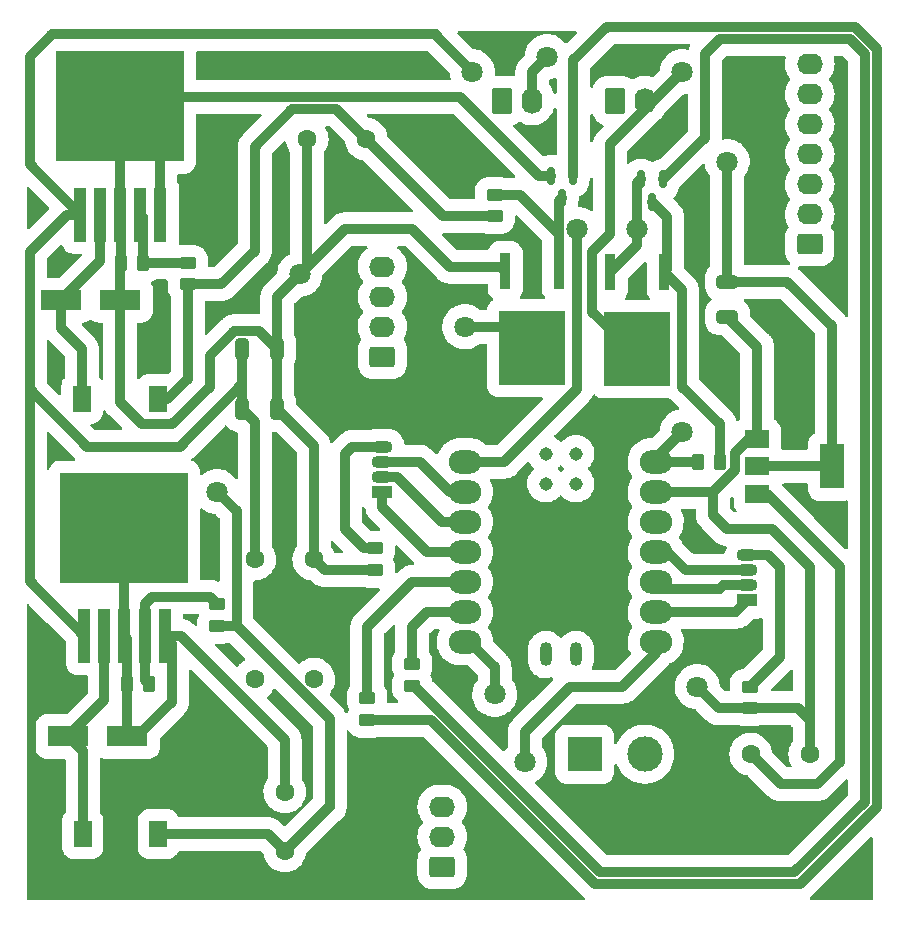
<source format=gtl>
%TF.GenerationSoftware,KiCad,Pcbnew,6.0.11+dfsg-1*%
%TF.CreationDate,2024-04-14T00:28:14-04:00*%
%TF.ProjectId,MainPCBV1,4d61696e-5043-4425-9631-2e6b69636164,rev?*%
%TF.SameCoordinates,Original*%
%TF.FileFunction,Copper,L1,Top*%
%TF.FilePolarity,Positive*%
%FSLAX45Y45*%
G04 Gerber Fmt 4.5, Leading zero omitted, Abs format (unit mm)*
G04 Created by KiCad (PCBNEW 6.0.11+dfsg-1) date 2024-04-14 00:28:14*
%MOMM*%
%LPD*%
G01*
G04 APERTURE LIST*
G04 Aperture macros list*
%AMRoundRect*
0 Rectangle with rounded corners*
0 $1 Rounding radius*
0 $2 $3 $4 $5 $6 $7 $8 $9 X,Y pos of 4 corners*
0 Add a 4 corners polygon primitive as box body*
4,1,4,$2,$3,$4,$5,$6,$7,$8,$9,$2,$3,0*
0 Add four circle primitives for the rounded corners*
1,1,$1+$1,$2,$3*
1,1,$1+$1,$4,$5*
1,1,$1+$1,$6,$7*
1,1,$1+$1,$8,$9*
0 Add four rect primitives between the rounded corners*
20,1,$1+$1,$2,$3,$4,$5,0*
20,1,$1+$1,$4,$5,$6,$7,0*
20,1,$1+$1,$6,$7,$8,$9,0*
20,1,$1+$1,$8,$9,$2,$3,0*%
G04 Aperture macros list end*
%TA.AperFunction,ComponentPad*%
%ADD10C,1.600000*%
%TD*%
%TA.AperFunction,SMDPad,CuDef*%
%ADD11R,2.000000X1.500000*%
%TD*%
%TA.AperFunction,SMDPad,CuDef*%
%ADD12R,2.000000X3.800000*%
%TD*%
%TA.AperFunction,SMDPad,CuDef*%
%ADD13RoundRect,0.150000X-0.150000X0.587500X-0.150000X-0.587500X0.150000X-0.587500X0.150000X0.587500X0*%
%TD*%
%TA.AperFunction,SMDPad,CuDef*%
%ADD14RoundRect,0.250000X-0.325000X-0.650000X0.325000X-0.650000X0.325000X0.650000X-0.325000X0.650000X0*%
%TD*%
%TA.AperFunction,SMDPad,CuDef*%
%ADD15R,1.500000X2.200000*%
%TD*%
%TA.AperFunction,SMDPad,CuDef*%
%ADD16RoundRect,0.250000X0.450000X-0.262500X0.450000X0.262500X-0.450000X0.262500X-0.450000X-0.262500X0*%
%TD*%
%TA.AperFunction,ComponentPad*%
%ADD17RoundRect,0.250000X0.845000X-0.620000X0.845000X0.620000X-0.845000X0.620000X-0.845000X-0.620000X0*%
%TD*%
%TA.AperFunction,ComponentPad*%
%ADD18O,2.190000X1.740000*%
%TD*%
%TA.AperFunction,ComponentPad*%
%ADD19RoundRect,0.250000X-0.620000X-0.845000X0.620000X-0.845000X0.620000X0.845000X-0.620000X0.845000X0*%
%TD*%
%TA.AperFunction,ComponentPad*%
%ADD20O,1.740000X2.190000*%
%TD*%
%TA.AperFunction,ComponentPad*%
%ADD21R,3.000000X3.000000*%
%TD*%
%TA.AperFunction,ComponentPad*%
%ADD22C,3.000000*%
%TD*%
%TA.AperFunction,SMDPad,CuDef*%
%ADD23R,3.500000X1.800000*%
%TD*%
%TA.AperFunction,ComponentPad*%
%ADD24R,1.800000X1.070000*%
%TD*%
%TA.AperFunction,ComponentPad*%
%ADD25O,1.800000X1.070000*%
%TD*%
%TA.AperFunction,SMDPad,CuDef*%
%ADD26R,1.100000X4.600000*%
%TD*%
%TA.AperFunction,SMDPad,CuDef*%
%ADD27R,10.800000X9.400000*%
%TD*%
%TA.AperFunction,SMDPad,CuDef*%
%ADD28RoundRect,0.250000X-0.262500X-0.450000X0.262500X-0.450000X0.262500X0.450000X-0.262500X0.450000X0*%
%TD*%
%TA.AperFunction,SMDPad,CuDef*%
%ADD29R,0.970000X3.020000*%
%TD*%
%TA.AperFunction,SMDPad,CuDef*%
%ADD30R,5.670000X6.320000*%
%TD*%
%TA.AperFunction,SMDPad,CuDef*%
%ADD31RoundRect,0.250000X-0.650000X0.325000X-0.650000X-0.325000X0.650000X-0.325000X0.650000X0.325000X0*%
%TD*%
%TA.AperFunction,SMDPad,CuDef*%
%ADD32O,2.748280X1.998980*%
%TD*%
%TA.AperFunction,SMDPad,CuDef*%
%ADD33O,1.016000X2.032000*%
%TD*%
%TA.AperFunction,SMDPad,CuDef*%
%ADD34C,1.143000*%
%TD*%
%TA.AperFunction,ViaPad*%
%ADD35C,1.800000*%
%TD*%
%TA.AperFunction,Conductor*%
%ADD36C,0.850000*%
%TD*%
G04 APERTURE END LIST*
D10*
%TO.P,C8,1*%
%TO.N,+5VL*%
X10922000Y-14660500D03*
%TO.P,C8,2*%
%TO.N,GND*%
X10922000Y-14160500D03*
%TD*%
D11*
%TO.P,U3,1,GND*%
%TO.N,GND*%
X14922500Y-11176000D03*
D12*
%TO.P,U3,2,VO*%
%TO.N,+5V*%
X15552500Y-11406000D03*
D11*
X14922500Y-11406000D03*
%TO.P,U3,3,VI*%
%TO.N,+12V*%
X14922500Y-11636000D03*
%TD*%
D13*
%TO.P,Q4,1,B*%
%TO.N,Net-(Q4-Pad1)*%
X13366500Y-8946500D03*
%TO.P,Q4,2,E*%
%TO.N,GND*%
X13176500Y-8946500D03*
%TO.P,Q4,3,C*%
%TO.N,Net-(Q1-Pad1)*%
X13271500Y-9134000D03*
%TD*%
D14*
%TO.P,C4,1*%
%TO.N,+12V*%
X10563500Y-10922000D03*
%TO.P,C4,2*%
%TO.N,GND*%
X10858500Y-10922000D03*
%TD*%
D15*
%TO.P,L1,1,1*%
%TO.N,Net-(D1-Pad1)*%
X9206500Y-10835500D03*
%TO.P,L1,2,2*%
%TO.N,+5VA*%
X9846500Y-10835500D03*
%TD*%
D14*
%TO.P,C7,1*%
%TO.N,+12V*%
X10563500Y-10414000D03*
%TO.P,C7,2*%
%TO.N,GND*%
X10858500Y-10414000D03*
%TD*%
D16*
%TO.P,R7,1*%
%TO.N,Net-(Q4-Pad1)*%
X11620500Y-13553250D03*
%TO.P,R7,2*%
%TO.N,mosfet1*%
X11620500Y-13370750D03*
%TD*%
D17*
%TO.P,PowerAmplifier1,1,Pin_1*%
%TO.N,+5VL*%
X11749500Y-10477500D03*
D18*
%TO.P,PowerAmplifier1,2,Pin_2*%
%TO.N,unconnected-(PowerAmplifier1-Pad2)*%
X11749500Y-10223500D03*
%TO.P,PowerAmplifier1,3,Pin_3*%
%TO.N,unconnected-(PowerAmplifier1-Pad3)*%
X11749500Y-9969500D03*
%TO.P,PowerAmplifier1,4,Pin_4*%
%TO.N,GND*%
X11749500Y-9715500D03*
%TD*%
D19*
%TO.P,fan1,1,Pin_1*%
%TO.N,+12V*%
X12763500Y-8308500D03*
D20*
%TO.P,fan1,2,Pin_2*%
%TO.N,Net-(Q1-Pad4)*%
X13017500Y-8308500D03*
%TD*%
D21*
%TO.P,BATTERY1,1,Pin_1*%
%TO.N,+12VA*%
X13462000Y-13843000D03*
D22*
%TO.P,BATTERY1,2,Pin_2*%
%TO.N,GND*%
X13970000Y-13843000D03*
%TD*%
D23*
%TO.P,D2,1,K*%
%TO.N,Net-(D2-Pad1)*%
X9088500Y-13693000D03*
%TO.P,D2,2,A*%
%TO.N,GND*%
X9588500Y-13693000D03*
%TD*%
D16*
%TO.P,R9,1*%
%TO.N,Net-(Q2-Pad1)*%
X12001500Y-13263500D03*
%TO.P,R9,2*%
%TO.N,mosfet2*%
X12001500Y-13081000D03*
%TD*%
D10*
%TO.P,C3,1*%
%TO.N,+12V*%
X14867000Y-13843000D03*
%TO.P,C3,2*%
%TO.N,GND*%
X15367000Y-13843000D03*
%TD*%
D16*
%TO.P,R5,1*%
%TO.N,+5VL*%
X10350500Y-12755500D03*
%TO.P,R5,2*%
%TO.N,Net-(R3-Pad2)*%
X10350500Y-12573000D03*
%TD*%
%TO.P,R4,1*%
%TO.N,GND*%
X11685000Y-12283250D03*
%TO.P,R4,2*%
%TO.N,Net-(D3-Pad4)*%
X11685000Y-12100750D03*
%TD*%
D17*
%TO.P,SWITCH1,1,A*%
%TO.N,+12V*%
X12255500Y-14795500D03*
D18*
%TO.P,SWITCH1,2,B*%
%TO.N,+12VA*%
X12255500Y-14541500D03*
%TO.P,SWITCH1,3,C*%
%TO.N,unconnected-(SWITCH1-Pad3)*%
X12255500Y-14287500D03*
%TD*%
D10*
%TO.P,C5,1*%
%TO.N,+12V*%
X10668000Y-12192000D03*
%TO.P,C5,2*%
%TO.N,GND*%
X11168000Y-12192000D03*
%TD*%
D17*
%TO.P,ZE08-CH2O1,1,Pin_1*%
%TO.N,unconnected-(ZE08-CH2O1-Pad1)*%
X15367000Y-9525000D03*
D18*
%TO.P,ZE08-CH2O1,2,Pin_2*%
%TO.N,DAC1*%
X15367000Y-9271000D03*
%TO.P,ZE08-CH2O1,3,Pin_3*%
%TO.N,GND*%
X15367000Y-9017000D03*
%TO.P,ZE08-CH2O1,4,Pin_4*%
%TO.N,+5V*%
X15367000Y-8763000D03*
%TO.P,ZE08-CH2O1,5,Pin_5*%
%TO.N,RXD*%
X15367000Y-8509000D03*
%TO.P,ZE08-CH2O1,6,Pin_6*%
%TO.N,TXD*%
X15367000Y-8255000D03*
%TO.P,ZE08-CH2O1,7,Pin_7*%
%TO.N,unconnected-(ZE08-CH2O1-Pad7)*%
X15367000Y-8001000D03*
%TD*%
D24*
%TO.P,D3,1,BA*%
%TO.N,Net-(D3-Pad1)*%
X11747500Y-11620500D03*
D25*
%TO.P,D3,2,RA*%
%TO.N,Net-(U4-Pad3)*%
X11747500Y-11493500D03*
%TO.P,D3,3,GA*%
%TO.N,Net-(U4-Pad2)*%
X11747500Y-11366500D03*
%TO.P,D3,4,K*%
%TO.N,Net-(D3-Pad4)*%
X11747500Y-11239500D03*
%TD*%
D26*
%TO.P,U1,1,VIN*%
%TO.N,+12V*%
X9225000Y-12841500D03*
%TO.P,U1,2,OUT*%
%TO.N,Net-(D2-Pad1)*%
X9395000Y-12841500D03*
%TO.P,U1,3,GND*%
%TO.N,GND*%
X9565000Y-12841500D03*
D27*
X9565000Y-11926500D03*
D26*
%TO.P,U1,4,FB*%
%TO.N,Net-(R3-Pad2)*%
X9735000Y-12841500D03*
%TO.P,U1,5,~{ON}/OFF*%
%TO.N,GND*%
X9905000Y-12841500D03*
%TD*%
D28*
%TO.P,R10,1*%
%TO.N,+5VA*%
X14422500Y-11366500D03*
%TO.P,R10,2*%
%TO.N,Net-(Q2-Pad3)*%
X14605000Y-11366500D03*
%TD*%
D10*
%TO.P,C1,1*%
%TO.N,+12V*%
X10668000Y-13208000D03*
%TO.P,C1,2*%
%TO.N,GND*%
X11168000Y-13208000D03*
%TD*%
D26*
%TO.P,U2,1,VIN*%
%TO.N,+12V*%
X9189000Y-9274000D03*
%TO.P,U2,2,OUT*%
%TO.N,Net-(D1-Pad1)*%
X9359000Y-9274000D03*
D27*
%TO.P,U2,3,GND*%
%TO.N,GND*%
X9529000Y-8359000D03*
D26*
X9529000Y-9274000D03*
%TO.P,U2,4,FB*%
%TO.N,Net-(R1-Pad2)*%
X9699000Y-9274000D03*
%TO.P,U2,5,~{ON}/OFF*%
%TO.N,GND*%
X9869000Y-9274000D03*
%TD*%
D29*
%TO.P,Q3,1*%
%TO.N,Net-(Q2-Pad3)*%
X14135100Y-9761000D03*
%TO.P,Q3,3*%
%TO.N,GND*%
X13677900Y-9761000D03*
D30*
%TO.P,Q3,4*%
%TO.N,Net-(Q3-Pad4)*%
X13906500Y-10414000D03*
%TD*%
D16*
%TO.P,R6,1*%
%TO.N,GND*%
X14859000Y-13454000D03*
%TO.P,R6,2*%
%TO.N,Net-(D4-Pad4)*%
X14859000Y-13271500D03*
%TD*%
D15*
%TO.P,L2,1,1*%
%TO.N,Net-(D2-Pad1)*%
X9211500Y-14518500D03*
%TO.P,L2,2,2*%
%TO.N,+5VL*%
X9851500Y-14518500D03*
%TD*%
D16*
%TO.P,R8,1*%
%TO.N,+5VA*%
X12700000Y-9288750D03*
%TO.P,R8,2*%
%TO.N,Net-(Q1-Pad1)*%
X12700000Y-9106250D03*
%TD*%
D28*
%TO.P,R3,1*%
%TO.N,GND*%
X9588500Y-13248500D03*
%TO.P,R3,2*%
%TO.N,Net-(R3-Pad2)*%
X9771000Y-13248500D03*
%TD*%
D16*
%TO.P,R2,1*%
%TO.N,+5VA*%
X10100500Y-9863500D03*
%TO.P,R2,2*%
%TO.N,Net-(R1-Pad2)*%
X10100500Y-9681000D03*
%TD*%
D24*
%TO.P,D4,1,BA*%
%TO.N,Net-(D4-Pad1)*%
X14840000Y-12540468D03*
D25*
%TO.P,D4,2,RA*%
%TO.N,Net-(U4-Pad10)*%
X14840000Y-12413468D03*
%TO.P,D4,3,GA*%
%TO.N,Net-(U4-Pad11)*%
X14840000Y-12286468D03*
%TO.P,D4,4,K*%
%TO.N,Net-(D4-Pad4)*%
X14840000Y-12159468D03*
%TD*%
D19*
%TO.P,fan2,1,Pin_1*%
%TO.N,+12V*%
X13716000Y-8308500D03*
D20*
%TO.P,fan2,2,Pin_2*%
%TO.N,Net-(Q3-Pad4)*%
X13970000Y-8308500D03*
%TD*%
D29*
%TO.P,Q1,1*%
%TO.N,Net-(Q1-Pad1)*%
X13246100Y-9751000D03*
%TO.P,Q1,3*%
%TO.N,GND*%
X12788900Y-9751000D03*
D30*
%TO.P,Q1,4*%
%TO.N,Net-(Q1-Pad4)*%
X13017500Y-10404000D03*
%TD*%
D31*
%TO.P,C2,1*%
%TO.N,+5V*%
X14668500Y-9842500D03*
%TO.P,C2,2*%
%TO.N,GND*%
X14668500Y-10137500D03*
%TD*%
D13*
%TO.P,Q2,1,B*%
%TO.N,Net-(Q2-Pad1)*%
X14128500Y-8976750D03*
%TO.P,Q2,2,E*%
%TO.N,GND*%
X13938500Y-8976750D03*
%TO.P,Q2,3,C*%
%TO.N,Net-(Q2-Pad3)*%
X14033500Y-9164250D03*
%TD*%
D32*
%TO.P,U4,1,PA02_A0_D0*%
%TO.N,DAC1*%
X12446000Y-11366500D03*
%TO.P,U4,2,PA4_A1_D1*%
%TO.N,Net-(U4-Pad2)*%
X12446000Y-11620500D03*
%TO.P,U4,3,PA10_A2_D2*%
%TO.N,Net-(U4-Pad3)*%
X12446000Y-11874500D03*
%TO.P,U4,4,PA11_A3_D3*%
%TO.N,Net-(D3-Pad1)*%
X12446000Y-12128500D03*
%TO.P,U4,5,PA8_A4_D4_SDA*%
%TO.N,mosfet1*%
X12446000Y-12382500D03*
%TO.P,U4,6,PA9_A5_D5_SCL*%
%TO.N,mosfet2*%
X12446000Y-12636500D03*
%TO.P,U4,7,PB08_A6_D6_TX*%
%TO.N,RXD*%
X12446000Y-12890500D03*
%TO.P,U4,8,PB09_A7_D7_RX*%
%TO.N,TXD*%
X14062456Y-12890500D03*
%TO.P,U4,9,PA7_A8_D8_SCK*%
%TO.N,Net-(D4-Pad1)*%
X14062456Y-12636500D03*
%TO.P,U4,10,PA5_A9_D9_MISO*%
%TO.N,Net-(U4-Pad10)*%
X14062456Y-12382500D03*
%TO.P,U4,11,PA6_A10_D10_MOSI*%
%TO.N,Net-(U4-Pad11)*%
X14062456Y-12128500D03*
%TO.P,U4,12,3V3*%
%TO.N,unconnected-(U4-Pad12)*%
X14062456Y-11874500D03*
%TO.P,U4,13,GND*%
%TO.N,GND*%
X14062456Y-11620500D03*
%TO.P,U4,14,5V*%
%TO.N,+5VA*%
X14062456Y-11366500D03*
D33*
%TO.P,U4,15,5V*%
%TO.N,unconnected-(U4-Pad15)*%
X13132688Y-12998282D03*
%TO.P,U4,16,GND*%
%TO.N,unconnected-(U4-Pad16)*%
X13387688Y-12998282D03*
D34*
%TO.P,U4,17,PA31_SWDIO*%
%TO.N,unconnected-(U4-Pad17)*%
X13132568Y-11297863D03*
%TO.P,U4,18,PA30_SWCLK*%
%TO.N,unconnected-(U4-Pad18)*%
X13386568Y-11297863D03*
%TO.P,U4,19,RESET*%
%TO.N,unconnected-(U4-Pad19)*%
X13132568Y-11551863D03*
%TO.P,U4,20,GND*%
%TO.N,unconnected-(U4-Pad20)*%
X13386568Y-11551863D03*
%TD*%
D10*
%TO.P,C6,1*%
%TO.N,+5VA*%
X11612500Y-8636000D03*
%TO.P,C6,2*%
%TO.N,GND*%
X11112500Y-8636000D03*
%TD*%
D23*
%TO.P,D1,1,K*%
%TO.N,Net-(D1-Pad1)*%
X9029000Y-9998500D03*
%TO.P,D1,2,A*%
%TO.N,GND*%
X9529000Y-9998500D03*
%TD*%
D28*
%TO.P,R1,1*%
%TO.N,GND*%
X9537000Y-9681000D03*
%TO.P,R1,2*%
%TO.N,Net-(R1-Pad2)*%
X9719500Y-9681000D03*
%TD*%
D35*
%TO.N,GND*%
X14414500Y-13271500D03*
X11049000Y-9779000D03*
X13906500Y-9398000D03*
%TO.N,+5VL*%
X10350500Y-11620500D03*
%TO.N,Net-(Q1-Pad4)*%
X12446000Y-10223500D03*
X13144500Y-7937500D03*
%TO.N,+12V*%
X12509500Y-8064500D03*
%TO.N,+5V*%
X14668500Y-8826500D03*
%TO.N,DAC1*%
X13398550Y-9398000D03*
%TO.N,RXD*%
X12700000Y-13335000D03*
%TO.N,TXD*%
X12954000Y-13906500D03*
%TO.N,+5VA*%
X14287500Y-11112500D03*
%TO.N,Net-(Q3-Pad4)*%
X14287500Y-8064500D03*
%TD*%
D36*
%TO.N,GND*%
X14545994Y-11815494D02*
X14545994Y-11620500D01*
X14597000Y-13454000D02*
X14859000Y-13454000D01*
X11112500Y-9715500D02*
X11049000Y-9779000D01*
X14545994Y-11620500D02*
X14062456Y-11620500D01*
X10858500Y-10414000D02*
X10858500Y-9969500D01*
X14922500Y-10391500D02*
X14922500Y-11176000D01*
X14732000Y-11434494D02*
X14545994Y-11620500D01*
X12319000Y-9715500D02*
X12001500Y-9398000D01*
X10706000Y-10261500D02*
X10858500Y-10414000D01*
X9529000Y-9998500D02*
X9529000Y-10862500D01*
X15367000Y-13716000D02*
X15367000Y-12255500D01*
X9675000Y-13693000D02*
X9588500Y-13693000D01*
X9529000Y-8359000D02*
X9611000Y-8277000D01*
X10287000Y-10469256D02*
X10494756Y-10261500D01*
X9905000Y-12841500D02*
X10045000Y-12841500D01*
X14732000Y-11296500D02*
X14732000Y-11434494D01*
X13906500Y-9398000D02*
X13906500Y-9532400D01*
X15367000Y-13716000D02*
X15367000Y-13553250D01*
X15367000Y-13843000D02*
X15367000Y-13716000D01*
X14414500Y-13271500D02*
X14597000Y-13454000D01*
X9869000Y-8699000D02*
X9529000Y-8359000D01*
X11168000Y-11231500D02*
X10858500Y-10922000D01*
X9869000Y-9274000D02*
X9869000Y-8699000D01*
X13074000Y-8946500D02*
X13176500Y-8946500D01*
X11685000Y-12283250D02*
X11259250Y-12283250D01*
X10922000Y-13718500D02*
X10922000Y-14160500D01*
X12753400Y-9715500D02*
X12788900Y-9751000D01*
X15367000Y-12255500D02*
X15049500Y-11938000D01*
X9969500Y-11049000D02*
X10287000Y-10731500D01*
X13906500Y-9532400D02*
X13677900Y-9761000D01*
X9537000Y-9282000D02*
X9529000Y-9274000D01*
X15267750Y-13454000D02*
X15367000Y-13553250D01*
X14922500Y-11176000D02*
X14852500Y-11176000D01*
X13906500Y-9008750D02*
X13938500Y-8976750D01*
X12404500Y-8277000D02*
X13074000Y-8946500D01*
X14668500Y-10137500D02*
X14922500Y-10391500D01*
X9611000Y-8277000D02*
X12404500Y-8277000D01*
X9565000Y-12841500D02*
X9565000Y-11926500D01*
X15049500Y-11938000D02*
X14668500Y-11938000D01*
X9537000Y-9681000D02*
X9537000Y-9282000D01*
X11259250Y-12283250D02*
X11168000Y-12192000D01*
X10287000Y-10731500D02*
X10287000Y-10469256D01*
X14859000Y-13454000D02*
X15267750Y-13454000D01*
X9969500Y-12906000D02*
X9969500Y-13398500D01*
X9969500Y-13398500D02*
X9675000Y-13693000D01*
X9529000Y-9998500D02*
X9529000Y-9689000D01*
X14852500Y-11176000D02*
X14732000Y-11296500D01*
X10494756Y-10261500D02*
X10706000Y-10261500D01*
X9529000Y-9274000D02*
X9529000Y-8359000D01*
X11112500Y-8636000D02*
X11112500Y-9715500D01*
X12001500Y-9398000D02*
X11430000Y-9398000D01*
X10045000Y-12841500D02*
X10922000Y-13718500D01*
X11430000Y-9398000D02*
X11049000Y-9779000D01*
X9529000Y-9689000D02*
X9537000Y-9681000D01*
X9529000Y-10862500D02*
X9715500Y-11049000D01*
X9588500Y-13248500D02*
X9588500Y-12865000D01*
X13906500Y-9398000D02*
X13906500Y-9008750D01*
X9715500Y-11049000D02*
X9969500Y-11049000D01*
X9588500Y-13693000D02*
X9588500Y-13248500D01*
X9905000Y-12841500D02*
X9969500Y-12906000D01*
X10858500Y-10414000D02*
X10858500Y-10922000D01*
X11168000Y-12192000D02*
X11168000Y-11231500D01*
X14668500Y-11938000D02*
X14545994Y-11815494D01*
X12753400Y-9715500D02*
X12319000Y-9715500D01*
X10858500Y-9969500D02*
X11049000Y-9779000D01*
X9588500Y-12865000D02*
X9565000Y-12841500D01*
%TO.N,Net-(Q1-Pad1)*%
X13246100Y-9159400D02*
X13271500Y-9134000D01*
X12700000Y-9106250D02*
X12916250Y-9106250D01*
X13246100Y-9751000D02*
X13246100Y-9159400D01*
X13246100Y-9436100D02*
X13246100Y-9751000D01*
X12916250Y-9106250D02*
X13246100Y-9436100D01*
%TO.N,Net-(D1-Pad1)*%
X9206500Y-10835500D02*
X9206500Y-10413000D01*
X9029000Y-9998500D02*
X9359000Y-9668500D01*
X9029000Y-10235500D02*
X9029000Y-9998500D01*
X9206500Y-10413000D02*
X9029000Y-10235500D01*
X9359000Y-9668500D02*
X9359000Y-9274000D01*
%TO.N,+5VL*%
X9851500Y-14518500D02*
X10780000Y-14518500D01*
X10780000Y-14518500D02*
X10922000Y-14660500D01*
X11303000Y-13544525D02*
X11303000Y-14287500D01*
X10350500Y-12755500D02*
X10513975Y-12755500D01*
X10513975Y-12755500D02*
X11303000Y-13544525D01*
X11295000Y-14287500D02*
X10922000Y-14660500D01*
X11303000Y-14287500D02*
X11295000Y-14287500D01*
X10513975Y-11783974D02*
X10350500Y-11620500D01*
X10513975Y-12755500D02*
X10513975Y-11783974D01*
%TO.N,Net-(D2-Pad1)*%
X9088500Y-13693000D02*
X9395000Y-13386500D01*
X9395000Y-13386500D02*
X9395000Y-12841500D01*
X9211500Y-13816000D02*
X9088500Y-13693000D01*
X9211500Y-14518500D02*
X9211500Y-13816000D01*
%TO.N,Net-(Q1-Pad4)*%
X12446000Y-10223500D02*
X12837000Y-10223500D01*
X13017500Y-8308500D02*
X13017500Y-8064500D01*
X13017500Y-8064500D02*
X13144500Y-7937500D01*
X12837000Y-10223500D02*
X13017500Y-10404000D01*
%TO.N,Net-(D4-Pad4)*%
X15113000Y-12255500D02*
X15113000Y-13017500D01*
X15113000Y-13017500D02*
X14859000Y-13271500D01*
X15016968Y-12159468D02*
X15113000Y-12255500D01*
X14840000Y-12159468D02*
X15016968Y-12159468D01*
%TO.N,+12V*%
X8763000Y-7937500D02*
X8953500Y-7747000D01*
X9225000Y-12841500D02*
X8763000Y-12379500D01*
X10563500Y-10709000D02*
X10033000Y-11239500D01*
X10668000Y-11026500D02*
X10563500Y-10922000D01*
X14867000Y-13843000D02*
X15121000Y-14097000D01*
X10563500Y-10414000D02*
X10563500Y-10709000D01*
X15430500Y-14097000D02*
X15621000Y-13906500D01*
X10668000Y-12192000D02*
X10668000Y-11026500D01*
X9189000Y-9274000D02*
X8763000Y-8848000D01*
X12509500Y-8064500D02*
X12202000Y-7757000D01*
X15121000Y-14097000D02*
X15430500Y-14097000D01*
X10563500Y-10922000D02*
X10563500Y-10414000D01*
X8763000Y-9588500D02*
X9077500Y-9274000D01*
X8763000Y-8848000D02*
X8763000Y-7937500D01*
X15001500Y-11636000D02*
X14922500Y-11636000D01*
X10033000Y-11239500D02*
X9250000Y-11239500D01*
X8763000Y-10752500D02*
X8763000Y-10668000D01*
X9250000Y-11239500D02*
X8763000Y-10752500D01*
X12202000Y-7757000D02*
X12202000Y-7747000D01*
X9077500Y-9274000D02*
X9189000Y-9274000D01*
X15621000Y-13906500D02*
X15621000Y-12255500D01*
X8763000Y-10668000D02*
X8763000Y-9588500D01*
X8953500Y-7747000D02*
X12202000Y-7747000D01*
X15621000Y-12255500D02*
X15001500Y-11636000D01*
X8763000Y-12379500D02*
X8763000Y-10668000D01*
%TO.N,Net-(R3-Pad2)*%
X10287000Y-12509500D02*
X10350500Y-12573000D01*
X9771000Y-13248500D02*
X9735000Y-13212500D01*
X9798500Y-12509500D02*
X10287000Y-12509500D01*
X9735000Y-13212500D02*
X9735000Y-12841500D01*
X9735000Y-12841500D02*
X9735000Y-12573000D01*
X9735000Y-12573000D02*
X9798500Y-12509500D01*
%TO.N,Net-(R1-Pad2)*%
X9719500Y-9681000D02*
X10100500Y-9681000D01*
X9719500Y-9294500D02*
X9699000Y-9274000D01*
X9719500Y-9681000D02*
X9719500Y-9294500D01*
%TO.N,+5V*%
X14668500Y-8826500D02*
X14668500Y-9842500D01*
X14922500Y-11406000D02*
X15552500Y-11406000D01*
X15552500Y-10218500D02*
X15176500Y-9842500D01*
X15552500Y-11406000D02*
X15552500Y-10218500D01*
X15176500Y-9842500D02*
X14668500Y-9842500D01*
%TO.N,DAC1*%
X13398500Y-9398050D02*
X13398500Y-10747500D01*
X13398550Y-9398000D02*
X13398500Y-9398050D01*
X13398500Y-10747500D02*
X12779500Y-11366500D01*
X12779500Y-11366500D02*
X12446000Y-11366500D01*
%TO.N,Net-(D3-Pad4)*%
X11593750Y-12100750D02*
X11431000Y-11938000D01*
X11685000Y-12100750D02*
X11593750Y-12100750D01*
X11431000Y-11938000D02*
X11430000Y-11938000D01*
X11430000Y-11303000D02*
X11430000Y-11938000D01*
X11747500Y-11239500D02*
X11493500Y-11239500D01*
X11493500Y-11239500D02*
X11430000Y-11303000D01*
%TO.N,Net-(U4-Pad3)*%
X11874500Y-11493500D02*
X12255500Y-11874500D01*
X12255500Y-11874500D02*
X12446000Y-11874500D01*
X11747500Y-11493500D02*
X11874500Y-11493500D01*
%TO.N,Net-(U4-Pad2)*%
X12065000Y-11366500D02*
X12319000Y-11620500D01*
X11747500Y-11366500D02*
X12065000Y-11366500D01*
X12319000Y-11620500D02*
X12446000Y-11620500D01*
%TO.N,mosfet1*%
X12001500Y-12382500D02*
X11620500Y-12763500D01*
X12446000Y-12382500D02*
X12001500Y-12382500D01*
X11620500Y-12763500D02*
X11620500Y-13370750D01*
%TO.N,mosfet2*%
X12128500Y-12636500D02*
X12446000Y-12636500D01*
X12001500Y-13081000D02*
X12001500Y-12763500D01*
X12001500Y-12763500D02*
X12128500Y-12636500D01*
%TO.N,RXD*%
X12483465Y-12890500D02*
X12446000Y-12890500D01*
X12700000Y-13335000D02*
X12700000Y-13107035D01*
X12700000Y-13107035D02*
X12483465Y-12890500D01*
%TO.N,TXD*%
X13779500Y-13271500D02*
X14062456Y-12988544D01*
X14062456Y-12988544D02*
X14062456Y-12890500D01*
X12954000Y-13906500D02*
X12954000Y-13652500D01*
X12954000Y-13652500D02*
X13335000Y-13271500D01*
X13335000Y-13271500D02*
X13779500Y-13271500D01*
%TO.N,+5VA*%
X10668000Y-9580500D02*
X10668000Y-8699500D01*
X14062456Y-11337544D02*
X14287500Y-11112500D01*
X11358500Y-8382000D02*
X11612500Y-8636000D01*
X10385000Y-9863500D02*
X10668000Y-9580500D01*
X14422500Y-11366500D02*
X14062456Y-11366500D01*
X10100500Y-9863500D02*
X10385000Y-9863500D01*
X11612500Y-8636000D02*
X12265250Y-9288750D01*
X9846500Y-10835500D02*
X9929000Y-10835500D01*
X10985500Y-8382000D02*
X10668000Y-8699500D01*
X10100500Y-10664000D02*
X10100500Y-9863500D01*
X10985500Y-8382000D02*
X11358500Y-8382000D01*
X14062456Y-11366500D02*
X14062456Y-11337544D01*
X9929000Y-10835500D02*
X10100500Y-10664000D01*
X12265250Y-9288750D02*
X12700000Y-9288750D01*
%TO.N,Net-(D3-Pad1)*%
X11747500Y-11747500D02*
X12128500Y-12128500D01*
X11747500Y-11620500D02*
X11747500Y-11747500D01*
X12128500Y-12128500D02*
X12446000Y-12128500D01*
%TO.N,Net-(Q2-Pad1)*%
X15833500Y-7917492D02*
X15704508Y-7788500D01*
X14605000Y-7788500D02*
X14478000Y-7915500D01*
X13591492Y-14840000D02*
X15237508Y-14840000D01*
X15704508Y-7788500D02*
X14605000Y-7788500D01*
X15237508Y-14840000D02*
X15833500Y-14244008D01*
X14478000Y-8627250D02*
X14128500Y-8976750D01*
X12014992Y-13263500D02*
X13591492Y-14840000D01*
X12001500Y-13263500D02*
X12014992Y-13263500D01*
X15833500Y-14244008D02*
X15833500Y-7917492D01*
X14478000Y-7915500D02*
X14478000Y-8627250D01*
%TO.N,Net-(Q2-Pad3)*%
X14287500Y-10731500D02*
X14287500Y-9913400D01*
X14605000Y-11049000D02*
X14287500Y-10731500D01*
X14033500Y-9164250D02*
X14160500Y-9291250D01*
X14160500Y-9735600D02*
X14135100Y-9761000D01*
X14160500Y-9291250D02*
X14160500Y-9735600D01*
X14605000Y-11366500D02*
X14605000Y-11049000D01*
X14287500Y-9913400D02*
X14135100Y-9761000D01*
%TO.N,Net-(Q3-Pad4)*%
X13674500Y-9439500D02*
X13525500Y-9588500D01*
X13525500Y-10096500D02*
X13843000Y-10414000D01*
X13843000Y-10414000D02*
X13906500Y-10414000D01*
X13674500Y-8677500D02*
X13674500Y-9439500D01*
X13525500Y-9588500D02*
X13525500Y-10096500D01*
X14287500Y-8064500D02*
X13674500Y-8677500D01*
%TO.N,Net-(Q4-Pad1)*%
X15938500Y-14287500D02*
X15938500Y-7874000D01*
X11620500Y-13553250D02*
X12156250Y-13553250D01*
X13652500Y-7683500D02*
X13366500Y-7969500D01*
X13366500Y-7969500D02*
X13366500Y-8946500D01*
X15938500Y-7874000D02*
X15748000Y-7683500D01*
X13548000Y-14945000D02*
X15281000Y-14945000D01*
X15281000Y-14945000D02*
X15938500Y-14287500D01*
X15748000Y-7683500D02*
X13652500Y-7683500D01*
X12156250Y-13553250D02*
X13548000Y-14945000D01*
%TO.N,Net-(D4-Pad1)*%
X14840000Y-12540468D02*
X14743968Y-12636500D01*
X14743968Y-12636500D02*
X14062456Y-12636500D01*
%TO.N,Net-(U4-Pad10)*%
X14840000Y-12413468D02*
X14635968Y-12413468D01*
X14635968Y-12413468D02*
X14603437Y-12446000D01*
X14603437Y-12446000D02*
X14125956Y-12446000D01*
X14125956Y-12446000D02*
X14062456Y-12382500D01*
%TO.N,Net-(U4-Pad11)*%
X14318468Y-12286468D02*
X14160500Y-12128500D01*
X14160500Y-12128500D02*
X14062456Y-12128500D01*
X14840000Y-12286468D02*
X14318468Y-12286468D01*
%TD*%
%TA.AperFunction,NonConductor*%
G36*
X13390747Y-7722050D02*
G01*
X13395396Y-7727416D01*
X13396407Y-7734443D01*
X13393457Y-7740901D01*
X13392846Y-7741558D01*
X13313014Y-7821389D01*
X13306783Y-7824792D01*
X13299702Y-7824285D01*
X13293970Y-7819966D01*
X13289649Y-7814115D01*
X13289384Y-7813757D01*
X13270503Y-7794577D01*
X13249108Y-7778249D01*
X13243843Y-7775300D01*
X13226015Y-7765316D01*
X13226014Y-7765316D01*
X13225626Y-7765098D01*
X13225212Y-7764938D01*
X13225211Y-7764938D01*
X13206657Y-7757760D01*
X13200525Y-7755387D01*
X13200093Y-7755287D01*
X13200092Y-7755287D01*
X13185686Y-7751948D01*
X13174306Y-7749310D01*
X13147493Y-7746988D01*
X13147049Y-7747012D01*
X13147049Y-7747012D01*
X13136132Y-7747613D01*
X13120620Y-7748467D01*
X13120183Y-7748554D01*
X13120183Y-7748554D01*
X13094660Y-7753631D01*
X13094659Y-7753631D01*
X13094223Y-7753718D01*
X13068829Y-7762635D01*
X13044945Y-7775042D01*
X13044584Y-7775300D01*
X13044583Y-7775300D01*
X13040079Y-7778519D01*
X13023048Y-7790690D01*
X13003574Y-7809267D01*
X13003298Y-7809617D01*
X12991335Y-7824792D01*
X12986912Y-7830403D01*
X12985001Y-7833693D01*
X12973617Y-7853291D01*
X12973617Y-7853292D01*
X12973394Y-7853676D01*
X12973227Y-7854088D01*
X12964226Y-7876310D01*
X12963290Y-7878621D01*
X12963183Y-7879053D01*
X12963183Y-7879053D01*
X12957472Y-7902042D01*
X12956802Y-7904741D01*
X12955475Y-7917690D01*
X12955105Y-7921298D01*
X12952421Y-7927871D01*
X12951480Y-7928923D01*
X12920613Y-7959791D01*
X12919961Y-7960398D01*
X12914935Y-7964760D01*
X12908303Y-7972848D01*
X12907954Y-7973273D01*
X12907849Y-7973400D01*
X12900739Y-7981828D01*
X12900468Y-7982289D01*
X12900205Y-7982661D01*
X12899935Y-7983054D01*
X12899596Y-7983467D01*
X12899332Y-7983930D01*
X12899332Y-7983931D01*
X12894150Y-7993034D01*
X12894062Y-7993186D01*
X12888479Y-8002683D01*
X12888290Y-8003183D01*
X12888085Y-8003611D01*
X12887892Y-8004028D01*
X12887628Y-8004491D01*
X12887447Y-8004992D01*
X12887447Y-8004992D01*
X12883871Y-8014842D01*
X12883810Y-8015007D01*
X12879908Y-8025306D01*
X12879806Y-8025830D01*
X12879676Y-8026284D01*
X12879556Y-8026729D01*
X12879374Y-8027231D01*
X12878478Y-8032184D01*
X12877415Y-8038067D01*
X12877382Y-8038239D01*
X12875374Y-8048525D01*
X12875271Y-8049049D01*
X12875259Y-8049582D01*
X12875201Y-8050113D01*
X12875165Y-8050109D01*
X12875155Y-8050211D01*
X12875190Y-8050215D01*
X12875143Y-8050628D01*
X12875069Y-8051036D01*
X12875050Y-8051450D01*
X12875050Y-8051451D01*
X12874957Y-8053422D01*
X12874950Y-8053570D01*
X12874950Y-8062540D01*
X12874946Y-8062837D01*
X12874701Y-8073234D01*
X12874779Y-8073762D01*
X12874779Y-8073762D01*
X12874816Y-8074017D01*
X12874950Y-8075846D01*
X12874950Y-8091338D01*
X12872950Y-8098150D01*
X12867584Y-8102799D01*
X12860557Y-8103810D01*
X12859216Y-8103542D01*
X12849612Y-8101076D01*
X12845790Y-8100095D01*
X12839377Y-8099573D01*
X12831969Y-8098971D01*
X12831968Y-8098971D01*
X12831714Y-8098950D01*
X12711045Y-8098950D01*
X12704233Y-8096950D01*
X12699583Y-8091584D01*
X12698557Y-8084673D01*
X12699617Y-8076782D01*
X12699617Y-8076781D01*
X12699659Y-8076464D01*
X12700035Y-8064500D01*
X12698135Y-8037653D01*
X12696174Y-8028546D01*
X12692564Y-8011777D01*
X12692470Y-8011342D01*
X12690519Y-8006053D01*
X12683309Y-7986510D01*
X12683309Y-7986510D01*
X12683155Y-7986092D01*
X12680025Y-7980291D01*
X12670586Y-7962798D01*
X12670374Y-7962406D01*
X12662010Y-7951081D01*
X12654649Y-7941116D01*
X12654649Y-7941115D01*
X12654384Y-7940757D01*
X12635503Y-7921577D01*
X12614108Y-7905249D01*
X12613202Y-7904741D01*
X12591015Y-7892316D01*
X12591014Y-7892316D01*
X12590626Y-7892098D01*
X12590212Y-7891938D01*
X12590211Y-7891938D01*
X12571657Y-7884760D01*
X12565525Y-7882387D01*
X12565093Y-7882287D01*
X12565092Y-7882287D01*
X12547496Y-7878209D01*
X12539306Y-7876310D01*
X12525926Y-7875151D01*
X12519312Y-7872571D01*
X12518104Y-7871508D01*
X12388156Y-7741559D01*
X12384753Y-7735328D01*
X12385260Y-7728247D01*
X12389514Y-7722563D01*
X12396166Y-7720082D01*
X12397065Y-7720050D01*
X13383935Y-7720050D01*
X13390747Y-7722050D01*
G37*
%TD.AperFunction*%
%TA.AperFunction,NonConductor*%
G36*
X12134547Y-7891550D02*
G01*
X12136644Y-7893240D01*
X12316272Y-8072868D01*
X12319675Y-8079100D01*
X12319953Y-8081283D01*
X12320036Y-8083381D01*
X12320115Y-8085408D01*
X12324950Y-8111884D01*
X12325892Y-8114705D01*
X12326945Y-8117862D01*
X12327203Y-8124957D01*
X12323585Y-8131066D01*
X12317239Y-8134248D01*
X12314993Y-8134450D01*
X10181650Y-8134450D01*
X10174838Y-8132450D01*
X10170189Y-8127084D01*
X10169050Y-8121850D01*
X10169050Y-7902150D01*
X10171050Y-7895338D01*
X10176416Y-7890689D01*
X10181650Y-7889550D01*
X12127735Y-7889550D01*
X12134547Y-7891550D01*
G37*
%TD.AperFunction*%
%TA.AperFunction,NonConductor*%
G36*
X14350013Y-7828050D02*
G01*
X14354662Y-7833416D01*
X14355672Y-7840443D01*
X14354063Y-7845035D01*
X14349250Y-7853223D01*
X14349249Y-7853224D01*
X14348979Y-7853683D01*
X14348790Y-7854183D01*
X14348585Y-7854611D01*
X14348392Y-7855028D01*
X14348128Y-7855491D01*
X14347947Y-7855992D01*
X14347947Y-7855992D01*
X14344371Y-7865842D01*
X14344310Y-7866007D01*
X14342443Y-7870935D01*
X14338159Y-7876597D01*
X14331494Y-7879044D01*
X14327815Y-7878746D01*
X14317306Y-7876310D01*
X14290493Y-7873988D01*
X14290049Y-7874012D01*
X14290049Y-7874012D01*
X14279132Y-7874613D01*
X14263620Y-7875467D01*
X14263183Y-7875554D01*
X14263183Y-7875554D01*
X14237660Y-7880631D01*
X14237659Y-7880631D01*
X14237223Y-7880718D01*
X14211829Y-7889635D01*
X14187945Y-7902042D01*
X14187584Y-7902300D01*
X14187583Y-7902300D01*
X14183079Y-7905519D01*
X14166048Y-7917690D01*
X14165725Y-7917998D01*
X14165725Y-7917998D01*
X14149201Y-7933761D01*
X14146574Y-7936267D01*
X14129912Y-7957403D01*
X14125639Y-7964760D01*
X14116617Y-7980291D01*
X14116617Y-7980292D01*
X14116394Y-7980676D01*
X14116227Y-7981088D01*
X14106748Y-8004491D01*
X14106290Y-8005621D01*
X14106183Y-8006053D01*
X14106183Y-8006053D01*
X14100595Y-8028546D01*
X14099802Y-8031741D01*
X14099756Y-8032184D01*
X14099756Y-8032184D01*
X14098105Y-8048298D01*
X14095421Y-8054871D01*
X14094480Y-8055923D01*
X14044185Y-8106219D01*
X14037954Y-8109621D01*
X14031080Y-8109190D01*
X14019920Y-8105249D01*
X14019919Y-8105249D01*
X14019489Y-8105097D01*
X14007833Y-8102799D01*
X13993304Y-8099936D01*
X13993303Y-8099936D01*
X13992857Y-8099848D01*
X13992401Y-8099825D01*
X13992401Y-8099825D01*
X13966202Y-8098521D01*
X13966201Y-8098521D01*
X13965745Y-8098498D01*
X13938722Y-8101076D01*
X13938280Y-8101184D01*
X13938279Y-8101185D01*
X13927550Y-8103810D01*
X13912355Y-8107528D01*
X13911932Y-8107700D01*
X13911931Y-8107700D01*
X13887619Y-8117547D01*
X13887618Y-8117548D01*
X13887195Y-8117719D01*
X13886802Y-8117949D01*
X13886801Y-8117950D01*
X13878872Y-8122593D01*
X13870811Y-8127312D01*
X13863922Y-8129028D01*
X13857253Y-8126786D01*
X13840207Y-8114939D01*
X13827450Y-8109098D01*
X13820422Y-8105880D01*
X13820422Y-8105880D01*
X13819911Y-8105646D01*
X13798290Y-8100095D01*
X13791877Y-8099573D01*
X13784469Y-8098971D01*
X13784468Y-8098971D01*
X13784214Y-8098950D01*
X13647786Y-8098950D01*
X13647532Y-8098971D01*
X13647531Y-8098971D01*
X13640123Y-8099573D01*
X13633710Y-8100095D01*
X13612089Y-8105646D01*
X13611578Y-8105880D01*
X13611578Y-8105880D01*
X13604550Y-8109098D01*
X13591792Y-8114939D01*
X13591332Y-8115259D01*
X13591332Y-8115259D01*
X13573923Y-8127358D01*
X13573923Y-8127358D01*
X13573462Y-8127678D01*
X13557678Y-8143462D01*
X13557358Y-8143923D01*
X13557358Y-8143923D01*
X13545259Y-8161332D01*
X13544939Y-8161792D01*
X13535646Y-8182089D01*
X13535507Y-8182633D01*
X13533854Y-8189069D01*
X13530223Y-8195169D01*
X13523869Y-8198338D01*
X13516811Y-8197569D01*
X13511290Y-8193107D01*
X13509050Y-8185935D01*
X13509050Y-8033765D01*
X13511050Y-8026953D01*
X13512740Y-8024856D01*
X13707856Y-7829740D01*
X13714087Y-7826338D01*
X13716765Y-7826050D01*
X14343201Y-7826050D01*
X14350013Y-7828050D01*
G37*
%TD.AperFunction*%
%TA.AperFunction,NonConductor*%
G36*
X13220699Y-8120464D02*
G01*
X13223782Y-8126860D01*
X13223950Y-8128911D01*
X13223950Y-8237913D01*
X13221950Y-8244725D01*
X13216584Y-8249374D01*
X13209557Y-8250384D01*
X13203099Y-8247435D01*
X13199260Y-8241462D01*
X13199046Y-8240629D01*
X13197332Y-8232865D01*
X13197332Y-8232865D01*
X13197234Y-8232419D01*
X13187616Y-8207035D01*
X13174435Y-8183304D01*
X13162634Y-8167840D01*
X13160091Y-8161212D01*
X13160050Y-8160196D01*
X13160050Y-8138262D01*
X13162050Y-8131450D01*
X13167416Y-8126801D01*
X13170581Y-8125833D01*
X13188980Y-8122771D01*
X13189404Y-8122637D01*
X13189404Y-8122637D01*
X13195221Y-8120797D01*
X13207551Y-8116898D01*
X13214649Y-8116751D01*
X13220699Y-8120464D01*
G37*
%TD.AperFunction*%
%TA.AperFunction,NonConductor*%
G36*
X13529901Y-8421542D02*
G01*
X13533854Y-8427931D01*
X13535646Y-8434911D01*
X13544939Y-8455208D01*
X13545259Y-8455668D01*
X13545259Y-8455668D01*
X13554385Y-8468799D01*
X13557678Y-8473538D01*
X13573462Y-8489322D01*
X13573923Y-8489642D01*
X13573923Y-8489642D01*
X13588039Y-8499453D01*
X13591792Y-8502061D01*
X13598652Y-8505202D01*
X13611578Y-8511120D01*
X13611578Y-8511120D01*
X13612089Y-8511354D01*
X13612633Y-8511493D01*
X13613161Y-8511680D01*
X13613076Y-8511920D01*
X13618252Y-8515006D01*
X13621417Y-8521361D01*
X13620643Y-8528418D01*
X13617922Y-8532482D01*
X13577613Y-8572791D01*
X13576961Y-8573398D01*
X13571935Y-8577760D01*
X13571596Y-8578173D01*
X13564954Y-8586273D01*
X13564849Y-8586400D01*
X13557739Y-8594829D01*
X13557468Y-8595289D01*
X13557205Y-8595661D01*
X13556935Y-8596054D01*
X13556596Y-8596467D01*
X13556332Y-8596931D01*
X13556332Y-8596931D01*
X13551150Y-8606034D01*
X13551062Y-8606187D01*
X13545479Y-8615684D01*
X13545290Y-8616183D01*
X13545085Y-8616611D01*
X13544892Y-8617028D01*
X13544628Y-8617491D01*
X13544447Y-8617992D01*
X13544447Y-8617992D01*
X13540871Y-8627842D01*
X13540810Y-8628007D01*
X13540771Y-8628110D01*
X13536908Y-8638306D01*
X13536806Y-8638831D01*
X13536676Y-8639284D01*
X13536556Y-8639730D01*
X13536374Y-8640231D01*
X13535488Y-8645134D01*
X13534415Y-8651067D01*
X13534382Y-8651239D01*
X13534016Y-8653113D01*
X13530748Y-8659416D01*
X13524591Y-8662950D01*
X13517500Y-8662595D01*
X13511727Y-8658463D01*
X13509104Y-8651865D01*
X13509050Y-8650698D01*
X13509050Y-8431065D01*
X13511050Y-8424253D01*
X13516416Y-8419603D01*
X13523443Y-8418593D01*
X13529901Y-8421542D01*
G37*
%TD.AperFunction*%
%TA.AperFunction,NonConductor*%
G36*
X13216939Y-8369317D02*
G01*
X13222157Y-8374132D01*
X13223950Y-8380610D01*
X13223950Y-8761239D01*
X13221950Y-8768051D01*
X13216584Y-8772701D01*
X13209557Y-8773711D01*
X13208557Y-8773520D01*
X13208479Y-8773508D01*
X13207980Y-8773388D01*
X13204366Y-8773129D01*
X13198601Y-8772716D01*
X13198600Y-8772716D01*
X13198376Y-8772700D01*
X13154624Y-8772700D01*
X13154394Y-8772717D01*
X13154394Y-8772717D01*
X13145334Y-8773380D01*
X13145334Y-8773380D01*
X13144821Y-8773417D01*
X13144321Y-8773538D01*
X13144320Y-8773538D01*
X13130618Y-8776840D01*
X13124264Y-8778371D01*
X13123737Y-8778607D01*
X13123736Y-8778607D01*
X13120566Y-8780022D01*
X13113530Y-8780972D01*
X13107097Y-8777967D01*
X13106521Y-8777425D01*
X12861578Y-8532482D01*
X12858175Y-8526251D01*
X12858682Y-8519169D01*
X12862937Y-8513486D01*
X12866392Y-8511829D01*
X12866339Y-8511680D01*
X12866867Y-8511493D01*
X12867411Y-8511354D01*
X12867922Y-8511120D01*
X12867922Y-8511120D01*
X12880848Y-8505202D01*
X12887707Y-8502061D01*
X12891708Y-8499281D01*
X12904409Y-8490454D01*
X12911144Y-8488208D01*
X12918204Y-8490089D01*
X12918391Y-8490225D01*
X12942414Y-8502864D01*
X12942844Y-8503016D01*
X12942845Y-8503016D01*
X12949034Y-8505202D01*
X12968010Y-8511903D01*
X12976040Y-8513486D01*
X12994196Y-8517064D01*
X12994197Y-8517064D01*
X12994643Y-8517152D01*
X12995099Y-8517175D01*
X12995099Y-8517175D01*
X13021298Y-8518479D01*
X13021299Y-8518479D01*
X13021755Y-8518502D01*
X13048777Y-8515924D01*
X13049220Y-8515816D01*
X13049221Y-8515815D01*
X13062241Y-8512629D01*
X13075145Y-8509472D01*
X13075568Y-8509300D01*
X13099881Y-8499453D01*
X13099882Y-8499452D01*
X13100305Y-8499281D01*
X13100698Y-8499051D01*
X13100699Y-8499050D01*
X13123336Y-8485796D01*
X13123336Y-8485796D01*
X13123730Y-8485565D01*
X13144929Y-8468611D01*
X13163460Y-8448775D01*
X13178932Y-8426471D01*
X13191023Y-8402167D01*
X13197118Y-8383575D01*
X13199377Y-8376685D01*
X13203400Y-8370835D01*
X13209946Y-8368088D01*
X13216939Y-8369317D01*
G37*
%TD.AperFunction*%
%TA.AperFunction,NonConductor*%
G36*
X14327829Y-8252489D02*
G01*
X14333296Y-8257019D01*
X14335450Y-8264064D01*
X14335450Y-8562985D01*
X14333450Y-8569797D01*
X14331759Y-8571894D01*
X14103428Y-8800226D01*
X14097196Y-8803629D01*
X14097099Y-8803647D01*
X14096821Y-8803667D01*
X14076264Y-8808621D01*
X14056955Y-8817239D01*
X14051393Y-8821069D01*
X14040660Y-8828459D01*
X14033915Y-8830675D01*
X14027043Y-8828892D01*
X14026388Y-8828472D01*
X14020353Y-8824332D01*
X14010345Y-8817467D01*
X14010345Y-8817467D01*
X14009869Y-8817140D01*
X13990545Y-8808557D01*
X13981090Y-8806296D01*
X13970480Y-8803758D01*
X13970479Y-8803758D01*
X13969980Y-8803638D01*
X13966366Y-8803379D01*
X13960601Y-8802966D01*
X13960600Y-8802966D01*
X13960376Y-8802950D01*
X13916624Y-8802950D01*
X13916394Y-8802967D01*
X13916394Y-8802967D01*
X13907334Y-8803630D01*
X13907334Y-8803630D01*
X13906821Y-8803667D01*
X13906321Y-8803788D01*
X13906320Y-8803788D01*
X13892618Y-8807090D01*
X13886264Y-8808621D01*
X13866955Y-8817239D01*
X13849540Y-8829230D01*
X13849132Y-8829639D01*
X13849132Y-8829639D01*
X13838567Y-8840222D01*
X13832339Y-8843630D01*
X13825257Y-8843130D01*
X13819570Y-8838880D01*
X13817083Y-8832230D01*
X13817050Y-8831320D01*
X13817050Y-8741765D01*
X13819050Y-8734953D01*
X13820740Y-8732856D01*
X14055303Y-8498293D01*
X14057846Y-8496329D01*
X14075836Y-8485796D01*
X14075836Y-8485796D01*
X14076230Y-8485565D01*
X14097429Y-8468611D01*
X14115960Y-8448775D01*
X14131432Y-8426471D01*
X14134780Y-8419742D01*
X14137152Y-8416444D01*
X14295693Y-8257903D01*
X14301924Y-8254501D01*
X14304305Y-8254216D01*
X14305431Y-8254190D01*
X14320781Y-8251635D01*
X14327829Y-8252489D01*
G37*
%TD.AperFunction*%
%TA.AperFunction,NonConductor*%
G36*
X12347047Y-8421550D02*
G01*
X12349144Y-8423241D01*
X12868094Y-8942191D01*
X12871497Y-8948422D01*
X12870990Y-8955503D01*
X12866736Y-8961187D01*
X12860084Y-8963668D01*
X12859185Y-8963700D01*
X12794144Y-8963700D01*
X12788899Y-8962556D01*
X12787422Y-8961880D01*
X12787422Y-8961880D01*
X12786911Y-8961646D01*
X12765290Y-8956095D01*
X12758877Y-8955573D01*
X12751469Y-8954971D01*
X12751468Y-8954971D01*
X12751214Y-8954950D01*
X12648786Y-8954950D01*
X12648532Y-8954971D01*
X12648531Y-8954971D01*
X12641123Y-8955573D01*
X12634710Y-8956095D01*
X12613089Y-8961646D01*
X12612578Y-8961880D01*
X12612578Y-8961880D01*
X12608673Y-8963668D01*
X12592792Y-8970939D01*
X12592332Y-8971259D01*
X12592332Y-8971259D01*
X12574923Y-8983358D01*
X12574923Y-8983358D01*
X12574462Y-8983678D01*
X12558678Y-8999463D01*
X12558358Y-8999923D01*
X12558358Y-8999923D01*
X12546259Y-9017332D01*
X12545939Y-9017793D01*
X12536646Y-9038089D01*
X12531095Y-9059710D01*
X12530901Y-9062095D01*
X12530051Y-9072545D01*
X12529950Y-9073786D01*
X12529950Y-9133600D01*
X12527950Y-9140412D01*
X12522584Y-9145061D01*
X12517350Y-9146200D01*
X12329515Y-9146200D01*
X12322703Y-9144200D01*
X12320606Y-9142510D01*
X11794612Y-8616516D01*
X11791209Y-8610285D01*
X11791099Y-8609683D01*
X11791072Y-8609312D01*
X11790883Y-8608477D01*
X11785269Y-8583667D01*
X11785165Y-8583211D01*
X11784996Y-8582776D01*
X11775635Y-8558704D01*
X11775635Y-8558704D01*
X11775466Y-8558269D01*
X11762187Y-8535035D01*
X11745619Y-8514019D01*
X11726127Y-8495683D01*
X11704138Y-8480429D01*
X11703719Y-8480222D01*
X11680556Y-8468799D01*
X11680556Y-8468799D01*
X11680137Y-8468592D01*
X11654650Y-8460434D01*
X11639405Y-8457951D01*
X11632521Y-8454424D01*
X11619156Y-8441060D01*
X11615753Y-8434828D01*
X11616260Y-8427747D01*
X11620514Y-8422063D01*
X11627166Y-8419582D01*
X11628065Y-8419550D01*
X12340235Y-8419550D01*
X12347047Y-8421550D01*
G37*
%TD.AperFunction*%
%TA.AperFunction,NonConductor*%
G36*
X13523334Y-8961198D02*
G01*
X13529164Y-8965250D01*
X13531878Y-8971810D01*
X13531950Y-8973152D01*
X13531950Y-9235256D01*
X13529950Y-9242068D01*
X13524584Y-9246717D01*
X13517557Y-9247728D01*
X13511706Y-9245272D01*
X13503512Y-9239019D01*
X13503512Y-9239019D01*
X13503158Y-9238749D01*
X13502769Y-9238531D01*
X13480065Y-9225816D01*
X13480064Y-9225816D01*
X13479676Y-9225598D01*
X13479262Y-9225438D01*
X13479261Y-9225438D01*
X13460682Y-9218250D01*
X13454575Y-9215888D01*
X13454143Y-9215787D01*
X13454142Y-9215787D01*
X13432990Y-9210884D01*
X13428356Y-9209810D01*
X13419959Y-9209083D01*
X13413063Y-9208486D01*
X13406449Y-9205905D01*
X13402280Y-9200158D01*
X13401550Y-9195933D01*
X13401550Y-9195407D01*
X13402367Y-9190943D01*
X13404814Y-9184486D01*
X13409092Y-9173194D01*
X13409194Y-9172671D01*
X13413626Y-9149975D01*
X13413626Y-9149974D01*
X13413729Y-9149451D01*
X13413820Y-9145575D01*
X13414107Y-9133381D01*
X13414298Y-9125266D01*
X13414342Y-9125267D01*
X13415853Y-9118653D01*
X13420925Y-9113685D01*
X13421714Y-9113300D01*
X13437517Y-9106247D01*
X13437517Y-9106247D01*
X13438045Y-9106011D01*
X13455460Y-9094020D01*
X13456987Y-9092490D01*
X13469990Y-9079464D01*
X13470399Y-9079055D01*
X13473133Y-9075069D01*
X13482033Y-9062095D01*
X13482033Y-9062095D01*
X13482360Y-9061619D01*
X13490943Y-9042295D01*
X13495862Y-9021730D01*
X13496144Y-9017793D01*
X13496534Y-9012351D01*
X13496534Y-9012350D01*
X13496550Y-9012126D01*
X13496550Y-9008233D01*
X13497306Y-9003934D01*
X13504444Y-8984271D01*
X13504444Y-8984270D01*
X13504626Y-8983769D01*
X13506951Y-8970910D01*
X13510132Y-8964562D01*
X13516239Y-8960942D01*
X13523334Y-8961198D01*
G37*
%TD.AperFunction*%
%TA.AperFunction,NonConductor*%
G36*
X11301047Y-8526550D02*
G01*
X11303144Y-8528241D01*
X11430683Y-8655779D01*
X11434132Y-8662231D01*
X11438512Y-8684251D01*
X11447555Y-8709438D01*
X11449743Y-8713511D01*
X11454598Y-8722547D01*
X11460221Y-8733012D01*
X11460501Y-8733386D01*
X11460501Y-8733387D01*
X11473075Y-8750226D01*
X11476233Y-8754455D01*
X11476564Y-8754783D01*
X11476565Y-8754783D01*
X11494907Y-8772966D01*
X11495239Y-8773295D01*
X11516820Y-8789119D01*
X11517234Y-8789337D01*
X11517234Y-8789337D01*
X11527468Y-8794721D01*
X11540504Y-8801580D01*
X11565769Y-8810403D01*
X11583734Y-8813813D01*
X11586071Y-8814257D01*
X11592630Y-8817727D01*
X12008759Y-9233855D01*
X12012162Y-9240087D01*
X12011655Y-9247168D01*
X12007401Y-9252852D01*
X12000749Y-9255333D01*
X11999553Y-9255361D01*
X11995965Y-9255277D01*
X11992766Y-9255202D01*
X11992238Y-9255279D01*
X11992238Y-9255279D01*
X11992101Y-9255299D01*
X11991983Y-9255316D01*
X11990154Y-9255450D01*
X11435530Y-9255450D01*
X11434640Y-9255419D01*
X11428535Y-9254986D01*
X11428535Y-9254986D01*
X11428002Y-9254949D01*
X11424284Y-9255316D01*
X11417045Y-9256033D01*
X11416870Y-9256049D01*
X11406426Y-9256935D01*
X11406426Y-9256935D01*
X11405895Y-9256980D01*
X11405379Y-9257114D01*
X11404919Y-9257192D01*
X11404458Y-9257278D01*
X11403928Y-9257330D01*
X11393302Y-9260247D01*
X11393147Y-9260289D01*
X11386447Y-9262028D01*
X11382995Y-9262924D01*
X11382995Y-9262924D01*
X11382479Y-9263058D01*
X11381993Y-9263276D01*
X11381554Y-9263431D01*
X11381114Y-9263593D01*
X11380600Y-9263734D01*
X11380117Y-9263960D01*
X11380117Y-9263960D01*
X11378609Y-9264664D01*
X11370619Y-9268399D01*
X11370469Y-9268468D01*
X11360422Y-9272993D01*
X11359979Y-9273292D01*
X11359571Y-9273519D01*
X11359166Y-9273751D01*
X11358684Y-9273977D01*
X11358246Y-9274281D01*
X11358245Y-9274281D01*
X11349637Y-9280253D01*
X11349492Y-9280352D01*
X11344605Y-9283642D01*
X11340355Y-9286504D01*
X11339968Y-9286872D01*
X11339553Y-9287206D01*
X11339530Y-9287178D01*
X11339451Y-9287243D01*
X11339473Y-9287271D01*
X11339148Y-9287529D01*
X11338807Y-9287766D01*
X11336930Y-9289474D01*
X11330592Y-9295812D01*
X11330380Y-9296019D01*
X11322850Y-9303202D01*
X11322532Y-9303631D01*
X11322531Y-9303631D01*
X11322377Y-9303838D01*
X11321178Y-9305226D01*
X11276559Y-9349844D01*
X11270328Y-9353247D01*
X11263247Y-9352741D01*
X11257563Y-9348486D01*
X11255082Y-9341834D01*
X11255050Y-9340935D01*
X11255050Y-8750925D01*
X11257053Y-8744108D01*
X11270922Y-8722547D01*
X11270922Y-8722546D01*
X11271175Y-8722153D01*
X11282166Y-8697753D01*
X11284756Y-8688571D01*
X11289303Y-8672447D01*
X11289303Y-8672447D01*
X11289430Y-8671997D01*
X11290673Y-8662231D01*
X11292768Y-8645763D01*
X11292768Y-8645762D01*
X11292807Y-8645450D01*
X11292838Y-8644287D01*
X11292969Y-8639284D01*
X11293055Y-8636000D01*
X11291786Y-8618931D01*
X11291106Y-8609779D01*
X11291106Y-8609778D01*
X11291072Y-8609312D01*
X11290883Y-8608477D01*
X11287702Y-8594421D01*
X11285165Y-8583211D01*
X11284996Y-8582776D01*
X11275635Y-8558704D01*
X11275635Y-8558704D01*
X11275466Y-8558269D01*
X11266969Y-8543402D01*
X11265325Y-8536496D01*
X11267677Y-8529797D01*
X11273276Y-8525432D01*
X11277908Y-8524550D01*
X11294235Y-8524550D01*
X11301047Y-8526550D01*
G37*
%TD.AperFunction*%
%TA.AperFunction,NonConductor*%
G36*
X8756901Y-9043543D02*
G01*
X8757560Y-9044156D01*
X8922744Y-9209341D01*
X8926147Y-9215572D01*
X8925641Y-9222653D01*
X8922744Y-9227160D01*
X8757560Y-9392344D01*
X8751328Y-9395747D01*
X8744247Y-9395240D01*
X8738563Y-9390986D01*
X8736082Y-9384334D01*
X8736050Y-9383435D01*
X8736050Y-9053065D01*
X8738050Y-9046253D01*
X8743416Y-9041604D01*
X8750443Y-9040593D01*
X8756901Y-9043543D01*
G37*
%TD.AperFunction*%
%TA.AperFunction,NonConductor*%
G36*
X15159822Y-7933050D02*
G01*
X15164472Y-7938416D01*
X15165482Y-7945443D01*
X15164891Y-7947846D01*
X15163597Y-7951510D01*
X15161669Y-7961292D01*
X15159281Y-7973408D01*
X15158348Y-7978143D01*
X15158325Y-7978599D01*
X15158325Y-7978599D01*
X15157079Y-8003620D01*
X15156998Y-8005255D01*
X15159576Y-8032277D01*
X15159684Y-8032720D01*
X15159685Y-8032721D01*
X15160993Y-8038067D01*
X15166028Y-8058645D01*
X15166200Y-8059068D01*
X15166200Y-8059068D01*
X15173374Y-8076782D01*
X15176219Y-8083805D01*
X15176449Y-8084198D01*
X15176450Y-8084199D01*
X15187932Y-8103810D01*
X15189935Y-8107230D01*
X15198323Y-8117719D01*
X15200032Y-8119856D01*
X15202725Y-8126425D01*
X15201438Y-8133407D01*
X15200380Y-8135140D01*
X15185275Y-8155891D01*
X15172636Y-8179914D01*
X15172484Y-8180344D01*
X15172484Y-8180345D01*
X15167977Y-8193107D01*
X15163597Y-8205510D01*
X15158348Y-8232143D01*
X15158325Y-8232599D01*
X15158325Y-8232599D01*
X15157065Y-8257903D01*
X15156998Y-8259255D01*
X15159576Y-8286277D01*
X15166028Y-8312645D01*
X15166200Y-8313068D01*
X15166200Y-8313068D01*
X15173256Y-8330490D01*
X15176219Y-8337805D01*
X15176449Y-8338198D01*
X15176450Y-8338199D01*
X15185529Y-8353704D01*
X15189935Y-8361230D01*
X15196403Y-8369317D01*
X15200032Y-8373856D01*
X15202725Y-8380425D01*
X15201438Y-8387407D01*
X15200380Y-8389140D01*
X15185275Y-8409891D01*
X15172636Y-8433914D01*
X15172484Y-8434345D01*
X15172484Y-8434345D01*
X15170345Y-8440401D01*
X15163597Y-8459511D01*
X15163509Y-8459957D01*
X15158462Y-8485565D01*
X15158348Y-8486143D01*
X15158325Y-8486599D01*
X15158325Y-8486599D01*
X15157064Y-8511920D01*
X15156998Y-8513255D01*
X15159576Y-8540278D01*
X15166028Y-8566645D01*
X15166200Y-8567068D01*
X15166200Y-8567069D01*
X15174033Y-8586408D01*
X15176219Y-8591805D01*
X15176449Y-8592198D01*
X15176450Y-8592199D01*
X15188787Y-8613270D01*
X15189935Y-8615230D01*
X15192990Y-8619050D01*
X15200032Y-8627856D01*
X15202725Y-8634425D01*
X15201438Y-8641407D01*
X15200380Y-8643140D01*
X15185275Y-8663891D01*
X15172636Y-8687914D01*
X15172484Y-8688345D01*
X15172484Y-8688345D01*
X15169184Y-8697688D01*
X15163597Y-8713511D01*
X15163509Y-8713957D01*
X15159753Y-8733012D01*
X15158348Y-8740143D01*
X15158325Y-8740599D01*
X15158325Y-8740599D01*
X15157422Y-8758745D01*
X15156998Y-8767255D01*
X15159576Y-8794278D01*
X15159684Y-8794720D01*
X15159685Y-8794721D01*
X15162871Y-8807741D01*
X15166028Y-8820645D01*
X15166200Y-8821068D01*
X15166200Y-8821069D01*
X15175837Y-8844862D01*
X15176219Y-8845805D01*
X15176449Y-8846198D01*
X15176450Y-8846199D01*
X15176807Y-8846809D01*
X15189935Y-8869230D01*
X15193307Y-8873446D01*
X15200032Y-8881856D01*
X15202725Y-8888425D01*
X15201438Y-8895407D01*
X15200380Y-8897140D01*
X15185275Y-8917891D01*
X15172636Y-8941914D01*
X15172484Y-8942345D01*
X15172484Y-8942345D01*
X15168974Y-8952284D01*
X15163597Y-8967511D01*
X15162750Y-8971810D01*
X15160410Y-8983678D01*
X15158348Y-8994143D01*
X15158325Y-8994599D01*
X15158325Y-8994599D01*
X15157145Y-9018303D01*
X15156998Y-9021255D01*
X15159576Y-9048278D01*
X15159684Y-9048720D01*
X15159685Y-9048721D01*
X15160489Y-9052010D01*
X15166028Y-9074645D01*
X15166200Y-9075068D01*
X15166200Y-9075069D01*
X15174008Y-9094347D01*
X15176219Y-9099805D01*
X15176449Y-9100198D01*
X15176450Y-9100199D01*
X15184120Y-9113300D01*
X15189935Y-9123230D01*
X15191990Y-9125799D01*
X15200032Y-9135856D01*
X15202725Y-9142425D01*
X15201438Y-9149407D01*
X15200380Y-9151140D01*
X15185275Y-9171891D01*
X15172636Y-9195914D01*
X15172484Y-9196345D01*
X15172484Y-9196345D01*
X15170470Y-9202047D01*
X15163597Y-9221511D01*
X15162791Y-9225598D01*
X15158629Y-9246717D01*
X15158348Y-9248143D01*
X15158325Y-9248599D01*
X15158325Y-9248599D01*
X15157046Y-9274281D01*
X15156998Y-9275255D01*
X15159576Y-9302278D01*
X15159684Y-9302720D01*
X15159685Y-9302721D01*
X15162871Y-9315741D01*
X15166028Y-9328645D01*
X15166200Y-9329068D01*
X15166200Y-9329069D01*
X15175993Y-9353247D01*
X15176219Y-9353805D01*
X15176449Y-9354198D01*
X15176450Y-9354199D01*
X15181256Y-9362407D01*
X15185812Y-9370189D01*
X15187528Y-9377078D01*
X15185286Y-9383747D01*
X15173439Y-9400793D01*
X15164146Y-9421089D01*
X15158595Y-9442710D01*
X15157450Y-9456786D01*
X15157450Y-9593214D01*
X15157471Y-9593468D01*
X15157471Y-9593469D01*
X15157673Y-9595951D01*
X15158595Y-9607290D01*
X15164146Y-9628911D01*
X15164380Y-9629422D01*
X15164380Y-9629422D01*
X15165788Y-9632498D01*
X15173439Y-9649208D01*
X15173759Y-9649668D01*
X15173759Y-9649668D01*
X15181682Y-9661069D01*
X15186178Y-9667538D01*
X15197103Y-9678463D01*
X15200506Y-9684694D01*
X15199999Y-9691775D01*
X15195745Y-9697459D01*
X15189093Y-9699940D01*
X15187726Y-9699957D01*
X15187726Y-9699961D01*
X15187612Y-9699958D01*
X15187599Y-9699958D01*
X15187429Y-9699950D01*
X15178460Y-9699950D01*
X15178163Y-9699947D01*
X15177882Y-9699940D01*
X15167766Y-9699702D01*
X15167238Y-9699779D01*
X15167238Y-9699779D01*
X15167101Y-9699799D01*
X15166983Y-9699816D01*
X15165154Y-9699950D01*
X14823650Y-9699950D01*
X14816838Y-9697950D01*
X14812189Y-9692584D01*
X14811050Y-9687350D01*
X14811050Y-8956882D01*
X14813050Y-8950070D01*
X14814004Y-8948775D01*
X14822646Y-8938494D01*
X14836889Y-8915657D01*
X14837952Y-8913253D01*
X14845075Y-8897140D01*
X14847771Y-8891042D01*
X14855077Y-8865138D01*
X14857458Y-8847408D01*
X14858617Y-8838782D01*
X14858617Y-8838781D01*
X14858659Y-8838464D01*
X14858759Y-8835283D01*
X14859025Y-8826822D01*
X14859025Y-8826822D01*
X14859035Y-8826500D01*
X14857756Y-8808422D01*
X14857166Y-8800098D01*
X14857135Y-8799653D01*
X14854867Y-8789119D01*
X14851564Y-8773777D01*
X14851470Y-8773342D01*
X14851239Y-8772717D01*
X14842309Y-8748510D01*
X14842309Y-8748510D01*
X14842155Y-8748092D01*
X14839238Y-8742687D01*
X14829586Y-8724798D01*
X14829374Y-8724406D01*
X14821010Y-8713081D01*
X14813649Y-8703116D01*
X14813649Y-8703115D01*
X14813384Y-8702757D01*
X14794503Y-8683577D01*
X14790627Y-8680619D01*
X14773462Y-8667519D01*
X14773108Y-8667249D01*
X14767372Y-8664036D01*
X14750015Y-8654316D01*
X14750014Y-8654316D01*
X14749626Y-8654098D01*
X14749212Y-8653938D01*
X14749211Y-8653938D01*
X14727270Y-8645450D01*
X14724525Y-8644388D01*
X14724093Y-8644287D01*
X14724092Y-8644287D01*
X14705562Y-8639992D01*
X14698306Y-8638310D01*
X14671493Y-8635988D01*
X14671049Y-8636012D01*
X14671049Y-8636012D01*
X14660132Y-8636613D01*
X14644620Y-8637467D01*
X14644184Y-8637554D01*
X14644183Y-8637554D01*
X14635663Y-8639249D01*
X14628591Y-8638616D01*
X14622985Y-8634260D01*
X14620623Y-8627565D01*
X14620608Y-8626594D01*
X14620786Y-8619050D01*
X14620798Y-8618516D01*
X14620684Y-8617733D01*
X14620550Y-8615904D01*
X14620550Y-7979765D01*
X14622550Y-7972953D01*
X14624240Y-7970856D01*
X14660356Y-7934740D01*
X14666587Y-7931338D01*
X14669265Y-7931050D01*
X15153010Y-7931050D01*
X15159822Y-7933050D01*
G37*
%TD.AperFunction*%
%TA.AperFunction,NonConductor*%
G36*
X10722747Y-8421550D02*
G01*
X10727396Y-8426916D01*
X10728407Y-8433943D01*
X10725457Y-8440401D01*
X10724844Y-8441060D01*
X10571113Y-8594791D01*
X10570461Y-8595398D01*
X10565435Y-8599760D01*
X10565096Y-8600173D01*
X10558455Y-8608273D01*
X10558349Y-8608400D01*
X10551239Y-8616829D01*
X10550968Y-8617289D01*
X10550705Y-8617661D01*
X10550435Y-8618054D01*
X10550096Y-8618467D01*
X10549832Y-8618931D01*
X10549832Y-8618931D01*
X10544650Y-8628034D01*
X10544562Y-8628187D01*
X10538979Y-8637684D01*
X10538790Y-8638183D01*
X10538585Y-8638611D01*
X10538392Y-8639028D01*
X10538129Y-8639491D01*
X10537947Y-8639992D01*
X10537947Y-8639992D01*
X10534371Y-8649842D01*
X10534310Y-8650007D01*
X10533606Y-8651865D01*
X10530408Y-8660306D01*
X10530306Y-8660831D01*
X10530177Y-8661284D01*
X10530056Y-8661730D01*
X10529874Y-8662231D01*
X10529548Y-8664036D01*
X10527915Y-8673067D01*
X10527882Y-8673239D01*
X10525771Y-8684049D01*
X10525759Y-8684583D01*
X10525701Y-8685113D01*
X10525665Y-8685109D01*
X10525655Y-8685211D01*
X10525690Y-8685215D01*
X10525643Y-8685628D01*
X10525570Y-8686036D01*
X10525450Y-8688571D01*
X10525450Y-8697540D01*
X10525447Y-8697837D01*
X10525202Y-8708234D01*
X10525314Y-8708998D01*
X10525316Y-8709017D01*
X10525450Y-8710846D01*
X10525450Y-9516235D01*
X10523450Y-9523047D01*
X10521760Y-9525144D01*
X10329644Y-9717260D01*
X10323413Y-9720662D01*
X10320735Y-9720950D01*
X10283150Y-9720950D01*
X10276338Y-9718950D01*
X10271689Y-9713584D01*
X10270550Y-9708350D01*
X10270550Y-9648536D01*
X10269405Y-9634460D01*
X10263854Y-9612839D01*
X10263202Y-9611416D01*
X10257169Y-9598237D01*
X10254561Y-9592543D01*
X10254241Y-9592082D01*
X10242142Y-9574673D01*
X10242142Y-9574673D01*
X10241822Y-9574213D01*
X10226038Y-9558428D01*
X10225577Y-9558108D01*
X10225577Y-9558108D01*
X10208168Y-9546009D01*
X10208168Y-9546009D01*
X10207708Y-9545689D01*
X10194119Y-9539467D01*
X10187922Y-9536630D01*
X10187922Y-9536630D01*
X10187411Y-9536396D01*
X10165790Y-9530845D01*
X10159377Y-9530323D01*
X10151969Y-9529721D01*
X10151968Y-9529721D01*
X10151714Y-9529700D01*
X10049286Y-9529700D01*
X10049032Y-9529721D01*
X10049031Y-9529721D01*
X10036975Y-9530701D01*
X10030023Y-9529260D01*
X10024955Y-9524289D01*
X10023404Y-9517023D01*
X10024050Y-9509782D01*
X10024050Y-9038218D01*
X10022977Y-9026191D01*
X10017374Y-9006653D01*
X10012984Y-8998255D01*
X10011550Y-8992418D01*
X10011550Y-8941650D01*
X10013550Y-8934838D01*
X10018916Y-8930189D01*
X10024150Y-8929050D01*
X10074782Y-8929050D01*
X10075060Y-8929025D01*
X10075061Y-8929025D01*
X10083646Y-8928259D01*
X10086809Y-8927977D01*
X10106347Y-8922374D01*
X10124360Y-8912957D01*
X10127041Y-8910770D01*
X10139617Y-8900514D01*
X10140111Y-8900111D01*
X10147508Y-8891042D01*
X10152554Y-8884854D01*
X10152554Y-8884854D01*
X10152957Y-8884360D01*
X10162374Y-8866347D01*
X10167977Y-8846809D01*
X10168794Y-8837655D01*
X10169025Y-8835061D01*
X10169025Y-8835060D01*
X10169050Y-8834782D01*
X10169050Y-8432150D01*
X10171050Y-8425338D01*
X10176416Y-8420689D01*
X10181650Y-8419550D01*
X10715935Y-8419550D01*
X10722747Y-8421550D01*
G37*
%TD.AperFunction*%
%TA.AperFunction,NonConductor*%
G36*
X9032378Y-9531135D02*
G01*
X9038062Y-9535389D01*
X9040087Y-9539467D01*
X9040397Y-9540550D01*
X9040626Y-9541347D01*
X9050043Y-9559360D01*
X9050446Y-9559854D01*
X9050446Y-9559854D01*
X9060596Y-9572300D01*
X9062889Y-9575111D01*
X9063383Y-9575514D01*
X9071571Y-9582191D01*
X9078640Y-9587957D01*
X9096653Y-9597374D01*
X9116191Y-9602977D01*
X9119355Y-9603259D01*
X9127939Y-9604025D01*
X9127940Y-9604025D01*
X9128218Y-9604050D01*
X9191435Y-9604050D01*
X9198247Y-9606050D01*
X9202896Y-9611416D01*
X9203907Y-9618443D01*
X9200957Y-9624901D01*
X9200345Y-9625559D01*
X9110548Y-9715356D01*
X9021144Y-9804760D01*
X9014913Y-9808162D01*
X9012235Y-9808450D01*
X8918150Y-9808450D01*
X8911338Y-9806450D01*
X8906689Y-9801084D01*
X8905550Y-9795850D01*
X8905550Y-9652765D01*
X8907550Y-9645953D01*
X8909241Y-9643856D01*
X9019066Y-9534031D01*
X9025297Y-9530628D01*
X9032378Y-9531135D01*
G37*
%TD.AperFunction*%
%TA.AperFunction,NonConductor*%
G36*
X12890901Y-9282543D02*
G01*
X12891559Y-9283156D01*
X13099859Y-9491456D01*
X13103262Y-9497687D01*
X13103550Y-9500365D01*
X13103550Y-9563239D01*
X13103062Y-9566712D01*
X13098623Y-9582191D01*
X13098570Y-9582789D01*
X13097640Y-9593214D01*
X13097550Y-9594218D01*
X13097550Y-9907782D01*
X13097575Y-9908060D01*
X13097575Y-9908061D01*
X13097917Y-9911893D01*
X13098623Y-9919809D01*
X13104226Y-9939347D01*
X13110552Y-9951447D01*
X13113013Y-9956155D01*
X13113643Y-9957360D01*
X13114046Y-9957854D01*
X13114046Y-9957855D01*
X13121820Y-9967387D01*
X13124576Y-9973930D01*
X13123356Y-9980924D01*
X13118549Y-9986148D01*
X13112056Y-9987950D01*
X12922944Y-9987950D01*
X12916132Y-9985950D01*
X12911483Y-9980584D01*
X12910472Y-9973557D01*
X12913180Y-9967387D01*
X12920954Y-9957855D01*
X12920954Y-9957854D01*
X12921357Y-9957360D01*
X12921987Y-9956155D01*
X12924448Y-9951447D01*
X12930774Y-9939347D01*
X12936377Y-9919809D01*
X12937083Y-9911893D01*
X12937425Y-9908061D01*
X12937425Y-9908060D01*
X12937450Y-9907782D01*
X12937450Y-9594218D01*
X12937360Y-9593214D01*
X12936430Y-9582789D01*
X12936377Y-9582191D01*
X12930774Y-9562653D01*
X12921783Y-9545455D01*
X12921653Y-9545206D01*
X12921653Y-9545206D01*
X12921357Y-9544640D01*
X12917138Y-9539467D01*
X12908914Y-9529383D01*
X12908511Y-9528889D01*
X12901348Y-9523047D01*
X12893254Y-9516446D01*
X12893254Y-9516446D01*
X12892760Y-9516043D01*
X12874747Y-9506626D01*
X12855209Y-9501023D01*
X12852045Y-9500741D01*
X12843461Y-9499975D01*
X12843460Y-9499975D01*
X12843182Y-9499950D01*
X12734618Y-9499950D01*
X12734340Y-9499975D01*
X12734339Y-9499975D01*
X12725754Y-9500741D01*
X12722591Y-9501023D01*
X12703053Y-9506626D01*
X12685040Y-9516043D01*
X12684546Y-9516446D01*
X12684546Y-9516446D01*
X12676452Y-9523047D01*
X12669289Y-9528889D01*
X12668886Y-9529383D01*
X12660662Y-9539467D01*
X12656443Y-9544640D01*
X12656147Y-9545206D01*
X12656147Y-9545206D01*
X12656017Y-9545455D01*
X12647026Y-9562653D01*
X12646850Y-9563267D01*
X12646690Y-9563823D01*
X12642890Y-9569820D01*
X12636451Y-9572810D01*
X12634578Y-9572950D01*
X12383265Y-9572950D01*
X12376453Y-9570950D01*
X12374356Y-9569260D01*
X12257991Y-9452895D01*
X12254588Y-9446663D01*
X12255095Y-9439582D01*
X12259349Y-9433898D01*
X12266001Y-9431417D01*
X12267197Y-9431389D01*
X12270653Y-9431470D01*
X12273984Y-9431549D01*
X12274512Y-9431471D01*
X12274512Y-9431471D01*
X12274649Y-9431451D01*
X12274767Y-9431434D01*
X12276596Y-9431300D01*
X12605856Y-9431300D01*
X12611101Y-9432444D01*
X12612578Y-9433120D01*
X12613089Y-9433354D01*
X12634710Y-9438905D01*
X12641123Y-9439427D01*
X12648531Y-9440029D01*
X12648532Y-9440029D01*
X12648786Y-9440050D01*
X12751214Y-9440050D01*
X12751468Y-9440029D01*
X12751469Y-9440029D01*
X12758877Y-9439427D01*
X12765290Y-9438905D01*
X12786911Y-9433354D01*
X12787422Y-9433120D01*
X12787422Y-9433120D01*
X12799136Y-9427757D01*
X12807207Y-9424061D01*
X12810702Y-9421633D01*
X12825077Y-9411642D01*
X12825077Y-9411642D01*
X12825537Y-9411322D01*
X12841322Y-9395538D01*
X12843541Y-9392344D01*
X12853741Y-9377668D01*
X12853741Y-9377668D01*
X12854061Y-9377208D01*
X12863354Y-9356911D01*
X12868905Y-9335290D01*
X12870050Y-9321214D01*
X12870050Y-9292065D01*
X12872050Y-9285253D01*
X12877416Y-9280604D01*
X12884443Y-9279593D01*
X12890901Y-9282543D01*
G37*
%TD.AperFunction*%
%TA.AperFunction,NonConductor*%
G36*
X13978353Y-9672560D02*
G01*
X13984037Y-9676814D01*
X13986518Y-9683466D01*
X13986550Y-9684365D01*
X13986550Y-9917782D01*
X13986575Y-9918060D01*
X13986575Y-9918061D01*
X13986789Y-9920457D01*
X13987623Y-9929809D01*
X13993226Y-9949347D01*
X13998098Y-9958666D01*
X14001554Y-9965278D01*
X14002643Y-9967360D01*
X14003046Y-9967854D01*
X14003046Y-9967855D01*
X14010820Y-9977387D01*
X14013576Y-9983930D01*
X14012356Y-9990924D01*
X14007549Y-9996148D01*
X14001056Y-9997950D01*
X13811944Y-9997950D01*
X13805132Y-9995950D01*
X13800483Y-9990584D01*
X13799472Y-9983557D01*
X13802180Y-9977387D01*
X13809954Y-9967855D01*
X13809954Y-9967854D01*
X13810357Y-9967360D01*
X13811446Y-9965278D01*
X13814902Y-9958666D01*
X13819774Y-9949347D01*
X13825377Y-9929809D01*
X13826211Y-9920457D01*
X13826425Y-9918061D01*
X13826425Y-9918060D01*
X13826450Y-9917782D01*
X13826450Y-9819265D01*
X13828450Y-9812453D01*
X13830140Y-9810356D01*
X13965040Y-9675456D01*
X13971272Y-9672053D01*
X13978353Y-9672560D01*
G37*
%TD.AperFunction*%
%TA.AperFunction,NonConductor*%
G36*
X15647055Y-7933050D02*
G01*
X15649152Y-7934740D01*
X15687259Y-7972848D01*
X15690662Y-7979079D01*
X15690950Y-7981757D01*
X15690950Y-10127613D01*
X15688950Y-10134426D01*
X15683584Y-10139075D01*
X15676557Y-10140085D01*
X15670099Y-10137136D01*
X15667898Y-10134650D01*
X15664295Y-10129298D01*
X15664295Y-10129298D01*
X15663996Y-10128855D01*
X15663628Y-10128468D01*
X15663294Y-10128053D01*
X15663322Y-10128030D01*
X15663257Y-10127950D01*
X15663229Y-10127973D01*
X15662971Y-10127649D01*
X15662734Y-10127307D01*
X15661026Y-10125430D01*
X15654688Y-10119092D01*
X15654481Y-10118880D01*
X15647666Y-10111737D01*
X15647298Y-10111350D01*
X15646662Y-10110877D01*
X15645274Y-10109678D01*
X15281208Y-9745612D01*
X15280601Y-9744961D01*
X15276591Y-9740339D01*
X15276240Y-9739935D01*
X15269482Y-9734393D01*
X15265482Y-9728527D01*
X15265289Y-9721430D01*
X15268964Y-9715356D01*
X15275339Y-9712232D01*
X15277471Y-9712050D01*
X15457714Y-9712050D01*
X15457968Y-9712029D01*
X15457969Y-9712029D01*
X15465377Y-9711427D01*
X15471790Y-9710905D01*
X15493411Y-9705354D01*
X15493922Y-9705120D01*
X15493922Y-9705120D01*
X15505191Y-9699961D01*
X15513707Y-9696061D01*
X15514388Y-9695588D01*
X15531577Y-9683642D01*
X15531577Y-9683642D01*
X15532037Y-9683322D01*
X15547822Y-9667538D01*
X15552318Y-9661069D01*
X15560241Y-9649668D01*
X15560241Y-9649668D01*
X15560561Y-9649208D01*
X15568212Y-9632498D01*
X15569620Y-9629422D01*
X15569620Y-9629422D01*
X15569854Y-9628911D01*
X15575405Y-9607290D01*
X15576327Y-9595951D01*
X15576529Y-9593469D01*
X15576529Y-9593468D01*
X15576550Y-9593214D01*
X15576550Y-9456786D01*
X15575405Y-9442710D01*
X15569854Y-9421089D01*
X15560561Y-9400793D01*
X15554690Y-9392344D01*
X15548954Y-9384091D01*
X15546708Y-9377356D01*
X15548588Y-9370296D01*
X15548725Y-9370109D01*
X15561364Y-9346086D01*
X15565176Y-9335290D01*
X15570251Y-9320919D01*
X15570403Y-9320490D01*
X15573540Y-9304575D01*
X15575564Y-9294304D01*
X15575564Y-9294303D01*
X15575652Y-9293857D01*
X15575980Y-9287271D01*
X15576979Y-9267202D01*
X15576979Y-9267201D01*
X15577002Y-9266745D01*
X15574424Y-9239723D01*
X15574252Y-9239019D01*
X15570247Y-9222653D01*
X15567972Y-9213355D01*
X15562919Y-9200880D01*
X15557953Y-9188619D01*
X15557952Y-9188618D01*
X15557781Y-9188195D01*
X15557551Y-9187802D01*
X15557550Y-9187801D01*
X15544296Y-9165164D01*
X15544296Y-9165164D01*
X15544065Y-9164770D01*
X15533968Y-9152144D01*
X15531275Y-9145575D01*
X15532562Y-9138593D01*
X15533620Y-9136860D01*
X15548725Y-9116109D01*
X15561364Y-9092086D01*
X15561627Y-9091341D01*
X15567826Y-9073786D01*
X15570403Y-9066490D01*
X15575172Y-9042295D01*
X15575564Y-9040304D01*
X15575564Y-9040303D01*
X15575652Y-9039857D01*
X15576509Y-9022646D01*
X15576979Y-9013202D01*
X15576979Y-9013201D01*
X15577002Y-9012745D01*
X15574424Y-8985723D01*
X15574069Y-8984271D01*
X15569862Y-8967081D01*
X15567972Y-8959355D01*
X15566651Y-8956095D01*
X15557953Y-8934619D01*
X15557952Y-8934618D01*
X15557781Y-8934195D01*
X15557551Y-8933802D01*
X15557550Y-8933801D01*
X15544296Y-8911164D01*
X15544296Y-8911164D01*
X15544065Y-8910770D01*
X15533968Y-8898144D01*
X15531275Y-8891575D01*
X15532562Y-8884593D01*
X15533620Y-8882860D01*
X15548725Y-8862109D01*
X15561364Y-8838086D01*
X15562432Y-8835061D01*
X15568843Y-8816906D01*
X15570403Y-8812490D01*
X15574082Y-8793823D01*
X15575564Y-8786304D01*
X15575564Y-8786303D01*
X15575652Y-8785857D01*
X15576013Y-8778607D01*
X15576979Y-8759202D01*
X15576979Y-8759201D01*
X15577002Y-8758745D01*
X15574424Y-8731723D01*
X15572634Y-8724406D01*
X15569090Y-8709927D01*
X15567972Y-8705355D01*
X15566919Y-8702757D01*
X15557953Y-8680619D01*
X15557952Y-8680618D01*
X15557781Y-8680195D01*
X15557551Y-8679802D01*
X15557550Y-8679801D01*
X15544296Y-8657164D01*
X15544296Y-8657164D01*
X15544065Y-8656770D01*
X15533968Y-8644144D01*
X15531275Y-8637575D01*
X15532562Y-8630593D01*
X15533620Y-8628860D01*
X15548725Y-8608109D01*
X15561364Y-8584086D01*
X15561827Y-8582776D01*
X15570251Y-8558919D01*
X15570403Y-8558490D01*
X15574946Y-8535441D01*
X15575564Y-8532304D01*
X15575564Y-8532303D01*
X15575652Y-8531857D01*
X15575931Y-8526251D01*
X15576979Y-8505202D01*
X15576979Y-8505201D01*
X15577002Y-8504745D01*
X15574424Y-8477723D01*
X15573400Y-8473538D01*
X15571129Y-8464259D01*
X15567972Y-8451355D01*
X15566775Y-8448401D01*
X15557953Y-8426619D01*
X15557952Y-8426618D01*
X15557781Y-8426195D01*
X15557551Y-8425802D01*
X15557550Y-8425801D01*
X15544296Y-8403164D01*
X15544296Y-8403164D01*
X15544065Y-8402770D01*
X15533968Y-8390144D01*
X15531275Y-8383575D01*
X15532562Y-8376593D01*
X15533620Y-8374860D01*
X15548725Y-8354109D01*
X15561364Y-8330086D01*
X15570403Y-8304489D01*
X15575652Y-8277857D01*
X15575675Y-8277401D01*
X15576979Y-8251202D01*
X15576979Y-8251201D01*
X15577002Y-8250745D01*
X15574424Y-8223722D01*
X15567972Y-8197355D01*
X15560908Y-8179914D01*
X15557953Y-8172619D01*
X15557952Y-8172618D01*
X15557781Y-8172195D01*
X15557551Y-8171802D01*
X15557550Y-8171801D01*
X15544296Y-8149164D01*
X15544296Y-8149164D01*
X15544065Y-8148770D01*
X15533968Y-8136144D01*
X15531275Y-8129575D01*
X15532562Y-8122593D01*
X15533620Y-8120860D01*
X15548725Y-8100109D01*
X15561364Y-8076086D01*
X15561773Y-8074927D01*
X15569315Y-8053570D01*
X15570403Y-8050489D01*
X15575042Y-8026953D01*
X15575564Y-8024304D01*
X15575564Y-8024303D01*
X15575652Y-8023857D01*
X15576296Y-8010924D01*
X15576979Y-7997202D01*
X15576979Y-7997201D01*
X15577002Y-7996745D01*
X15574424Y-7969722D01*
X15573311Y-7965173D01*
X15568777Y-7946645D01*
X15569100Y-7939553D01*
X15573207Y-7933761D01*
X15579793Y-7931109D01*
X15581016Y-7931050D01*
X15640242Y-7931050D01*
X15647055Y-7933050D01*
G37*
%TD.AperFunction*%
%TA.AperFunction,NonConductor*%
G36*
X10926252Y-8653261D02*
G01*
X10931936Y-8657515D01*
X10934207Y-8662608D01*
X10938421Y-8683793D01*
X10938421Y-8683793D01*
X10938512Y-8684251D01*
X10938670Y-8684691D01*
X10938670Y-8684691D01*
X10939224Y-8686234D01*
X10947555Y-8709438D01*
X10949743Y-8713511D01*
X10954598Y-8722547D01*
X10960222Y-8733012D01*
X10960501Y-8733386D01*
X10960501Y-8733387D01*
X10967446Y-8742687D01*
X10969919Y-8749342D01*
X10969950Y-8750226D01*
X10969950Y-9598237D01*
X10967950Y-9605049D01*
X10963158Y-9609419D01*
X10955527Y-9613383D01*
X10949446Y-9616542D01*
X10949084Y-9616800D01*
X10949083Y-9616801D01*
X10938517Y-9624351D01*
X10927548Y-9632190D01*
X10927225Y-9632498D01*
X10927225Y-9632498D01*
X10909226Y-9649668D01*
X10908074Y-9650767D01*
X10891412Y-9671903D01*
X10885326Y-9682380D01*
X10878117Y-9694791D01*
X10878117Y-9694792D01*
X10877894Y-9695176D01*
X10877727Y-9695588D01*
X10868201Y-9719107D01*
X10867790Y-9720121D01*
X10866521Y-9725231D01*
X10861620Y-9744961D01*
X10861302Y-9746241D01*
X10861256Y-9746684D01*
X10861256Y-9746684D01*
X10859605Y-9762798D01*
X10856921Y-9769371D01*
X10855981Y-9770423D01*
X10761611Y-9864793D01*
X10760961Y-9865399D01*
X10755935Y-9869760D01*
X10755596Y-9870173D01*
X10748955Y-9878273D01*
X10748849Y-9878400D01*
X10741739Y-9886829D01*
X10741468Y-9887289D01*
X10741205Y-9887661D01*
X10740935Y-9888054D01*
X10740596Y-9888467D01*
X10740332Y-9888931D01*
X10740332Y-9888931D01*
X10735150Y-9898034D01*
X10735062Y-9898187D01*
X10729479Y-9907684D01*
X10729290Y-9908183D01*
X10729085Y-9908611D01*
X10728892Y-9909028D01*
X10728629Y-9909491D01*
X10728447Y-9909992D01*
X10728447Y-9909992D01*
X10724871Y-9919842D01*
X10724810Y-9920007D01*
X10720908Y-9930306D01*
X10720806Y-9930831D01*
X10720677Y-9931284D01*
X10720556Y-9931730D01*
X10720374Y-9932231D01*
X10719088Y-9939347D01*
X10718415Y-9943067D01*
X10718382Y-9943239D01*
X10716680Y-9951958D01*
X10716271Y-9954049D01*
X10716259Y-9954583D01*
X10716201Y-9955113D01*
X10716165Y-9955109D01*
X10716155Y-9955211D01*
X10716190Y-9955215D01*
X10716143Y-9955628D01*
X10716070Y-9956036D01*
X10716050Y-9956450D01*
X10716050Y-9956451D01*
X10715957Y-9958422D01*
X10715950Y-9958571D01*
X10715950Y-9967540D01*
X10715947Y-9967837D01*
X10715702Y-9978234D01*
X10715779Y-9978762D01*
X10715779Y-9978762D01*
X10715816Y-9979017D01*
X10715950Y-9980846D01*
X10715950Y-10106241D01*
X10713950Y-10113054D01*
X10708584Y-10117703D01*
X10703053Y-10118838D01*
X10697266Y-10118702D01*
X10696738Y-10118779D01*
X10696738Y-10118779D01*
X10696601Y-10118799D01*
X10696483Y-10118816D01*
X10694654Y-10118950D01*
X10500287Y-10118950D01*
X10499397Y-10118919D01*
X10493292Y-10118486D01*
X10493291Y-10118486D01*
X10492759Y-10118449D01*
X10488398Y-10118880D01*
X10481801Y-10119533D01*
X10481626Y-10119549D01*
X10471183Y-10120435D01*
X10471182Y-10120435D01*
X10470651Y-10120480D01*
X10470135Y-10120614D01*
X10469676Y-10120692D01*
X10469215Y-10120778D01*
X10468685Y-10120830D01*
X10458059Y-10123747D01*
X10457904Y-10123789D01*
X10454024Y-10124796D01*
X10447752Y-10126424D01*
X10447752Y-10126424D01*
X10447236Y-10126558D01*
X10446750Y-10126776D01*
X10446310Y-10126931D01*
X10445870Y-10127093D01*
X10445356Y-10127234D01*
X10444873Y-10127460D01*
X10444873Y-10127460D01*
X10441889Y-10128855D01*
X10435375Y-10131899D01*
X10435225Y-10131968D01*
X10425179Y-10136493D01*
X10424735Y-10136792D01*
X10424327Y-10137019D01*
X10423923Y-10137252D01*
X10423440Y-10137477D01*
X10423002Y-10137781D01*
X10414391Y-10143755D01*
X10414250Y-10143851D01*
X10405111Y-10150004D01*
X10404725Y-10150372D01*
X10404309Y-10150706D01*
X10404286Y-10150678D01*
X10404207Y-10150743D01*
X10404229Y-10150771D01*
X10403905Y-10151029D01*
X10403563Y-10151266D01*
X10401687Y-10152974D01*
X10395348Y-10159312D01*
X10395136Y-10159519D01*
X10387607Y-10166702D01*
X10387288Y-10167131D01*
X10387288Y-10167131D01*
X10387134Y-10167338D01*
X10385934Y-10168726D01*
X10264560Y-10290101D01*
X10258328Y-10293503D01*
X10251247Y-10292997D01*
X10245563Y-10288742D01*
X10243082Y-10282090D01*
X10243050Y-10281191D01*
X10243050Y-10018650D01*
X10245050Y-10011838D01*
X10250416Y-10007189D01*
X10255650Y-10006050D01*
X10379471Y-10006050D01*
X10380361Y-10006082D01*
X10386465Y-10006514D01*
X10386465Y-10006514D01*
X10386998Y-10006551D01*
X10392296Y-10006027D01*
X10397951Y-10005468D01*
X10398126Y-10005452D01*
X10408574Y-10004565D01*
X10408574Y-10004565D01*
X10409105Y-10004520D01*
X10409621Y-10004386D01*
X10410081Y-10004308D01*
X10410542Y-10004222D01*
X10411072Y-10004170D01*
X10421698Y-10001253D01*
X10421853Y-10001211D01*
X10428553Y-9999472D01*
X10432005Y-9998577D01*
X10432005Y-9998576D01*
X10432521Y-9998443D01*
X10433007Y-9998224D01*
X10433446Y-9998069D01*
X10433886Y-9997907D01*
X10434400Y-9997766D01*
X10434883Y-9997540D01*
X10434883Y-9997540D01*
X10441119Y-9994626D01*
X10444381Y-9993101D01*
X10444531Y-9993032D01*
X10454578Y-9988507D01*
X10455021Y-9988208D01*
X10455430Y-9987981D01*
X10455834Y-9987749D01*
X10456316Y-9987523D01*
X10462034Y-9983557D01*
X10465366Y-9981245D01*
X10465507Y-9981149D01*
X10474645Y-9974996D01*
X10475032Y-9974628D01*
X10475447Y-9974294D01*
X10475470Y-9974322D01*
X10475550Y-9974257D01*
X10475527Y-9974229D01*
X10475851Y-9973971D01*
X10476193Y-9973734D01*
X10478070Y-9972026D01*
X10484408Y-9965688D01*
X10484620Y-9965481D01*
X10486029Y-9964137D01*
X10492150Y-9958298D01*
X10492480Y-9957854D01*
X10492623Y-9957662D01*
X10493822Y-9956274D01*
X10764887Y-9685210D01*
X10765538Y-9684603D01*
X10770161Y-9680591D01*
X10770161Y-9680591D01*
X10770565Y-9680240D01*
X10777555Y-9671715D01*
X10777653Y-9671598D01*
X10782366Y-9666011D01*
X10784417Y-9663580D01*
X10784417Y-9663580D01*
X10784761Y-9663172D01*
X10785032Y-9662711D01*
X10785297Y-9662336D01*
X10785565Y-9661946D01*
X10785904Y-9661533D01*
X10791352Y-9651962D01*
X10791440Y-9651810D01*
X10792699Y-9649668D01*
X10793947Y-9647546D01*
X10796751Y-9642776D01*
X10796751Y-9642776D01*
X10797021Y-9642317D01*
X10797210Y-9641818D01*
X10797414Y-9641392D01*
X10797608Y-9640972D01*
X10797872Y-9640509D01*
X10800067Y-9634460D01*
X10801629Y-9630158D01*
X10801690Y-9629993D01*
X10805403Y-9620194D01*
X10805592Y-9619694D01*
X10805694Y-9619170D01*
X10805824Y-9618716D01*
X10805944Y-9618271D01*
X10806126Y-9617769D01*
X10808085Y-9606933D01*
X10808118Y-9606761D01*
X10810126Y-9596475D01*
X10810126Y-9596475D01*
X10810229Y-9595951D01*
X10810241Y-9595418D01*
X10810299Y-9594887D01*
X10810335Y-9594891D01*
X10810345Y-9594789D01*
X10810310Y-9594785D01*
X10810357Y-9594372D01*
X10810431Y-9593964D01*
X10810454Y-9593469D01*
X10810543Y-9591578D01*
X10810543Y-9591578D01*
X10810550Y-9591430D01*
X10810550Y-9582460D01*
X10810554Y-9582163D01*
X10810731Y-9574617D01*
X10810799Y-9571766D01*
X10810684Y-9570983D01*
X10810550Y-9569154D01*
X10810550Y-8763765D01*
X10812550Y-8756953D01*
X10814241Y-8754856D01*
X10912939Y-8656157D01*
X10919171Y-8652754D01*
X10926252Y-8653261D01*
G37*
%TD.AperFunction*%
%TA.AperFunction,NonConductor*%
G36*
X9924662Y-9825550D02*
G01*
X9929311Y-9830916D01*
X9930450Y-9836150D01*
X9930450Y-9895964D01*
X9930471Y-9896218D01*
X9930471Y-9896219D01*
X9930808Y-9900361D01*
X9931595Y-9910040D01*
X9937146Y-9931661D01*
X9937380Y-9932172D01*
X9937380Y-9932172D01*
X9939452Y-9936697D01*
X9946439Y-9951958D01*
X9946759Y-9952418D01*
X9946759Y-9952418D01*
X9948632Y-9955113D01*
X9955357Y-9964789D01*
X9955697Y-9965278D01*
X9957950Y-9972469D01*
X9957950Y-10599735D01*
X9955950Y-10606547D01*
X9954260Y-10608644D01*
X9940784Y-10622119D01*
X9934553Y-10625522D01*
X9930755Y-10625760D01*
X9927282Y-10625450D01*
X9765718Y-10625450D01*
X9765440Y-10625475D01*
X9765439Y-10625475D01*
X9756855Y-10626241D01*
X9753691Y-10626523D01*
X9734153Y-10632126D01*
X9716140Y-10641543D01*
X9715646Y-10641946D01*
X9715646Y-10641946D01*
X9707927Y-10648241D01*
X9700389Y-10654389D01*
X9699986Y-10654883D01*
X9693914Y-10662328D01*
X9688059Y-10666343D01*
X9680962Y-10666555D01*
X9674878Y-10662896D01*
X9671737Y-10656529D01*
X9671550Y-10654364D01*
X9671550Y-10201150D01*
X9673550Y-10194338D01*
X9678916Y-10189689D01*
X9684150Y-10188550D01*
X9709782Y-10188550D01*
X9710060Y-10188525D01*
X9710061Y-10188525D01*
X9718646Y-10187759D01*
X9721809Y-10187477D01*
X9741347Y-10181874D01*
X9759360Y-10172457D01*
X9761172Y-10170979D01*
X9774617Y-10160014D01*
X9775111Y-10159611D01*
X9781688Y-10151546D01*
X9787554Y-10144354D01*
X9787554Y-10144354D01*
X9787957Y-10143860D01*
X9797374Y-10125847D01*
X9802977Y-10106309D01*
X9803648Y-10098786D01*
X9804025Y-10094561D01*
X9804025Y-10094560D01*
X9804050Y-10094282D01*
X9804050Y-9902718D01*
X9803840Y-9900361D01*
X9803030Y-9891289D01*
X9802977Y-9890691D01*
X9797374Y-9871153D01*
X9791570Y-9860050D01*
X9790345Y-9857708D01*
X9788962Y-9850744D01*
X9791563Y-9844138D01*
X9796266Y-9840414D01*
X9807958Y-9835061D01*
X9809962Y-9833668D01*
X9821278Y-9825804D01*
X9828469Y-9823550D01*
X9917850Y-9823550D01*
X9924662Y-9825550D01*
G37*
%TD.AperFunction*%
%TA.AperFunction,NonConductor*%
G36*
X9284574Y-10161398D02*
G01*
X9286964Y-10162934D01*
X9298146Y-10172054D01*
X9298640Y-10172457D01*
X9316653Y-10181874D01*
X9336191Y-10187477D01*
X9339355Y-10187759D01*
X9347939Y-10188525D01*
X9347940Y-10188525D01*
X9348218Y-10188550D01*
X9373850Y-10188550D01*
X9380662Y-10190550D01*
X9385311Y-10195916D01*
X9386450Y-10201150D01*
X9386450Y-10660495D01*
X9384450Y-10667307D01*
X9379084Y-10671956D01*
X9372057Y-10672967D01*
X9365599Y-10670017D01*
X9364086Y-10668459D01*
X9353014Y-10654883D01*
X9352611Y-10654389D01*
X9352617Y-10654384D01*
X9349338Y-10648379D01*
X9349050Y-10645700D01*
X9349050Y-10418529D01*
X9349082Y-10417640D01*
X9349514Y-10411535D01*
X9349514Y-10411535D01*
X9349551Y-10411003D01*
X9348818Y-10403589D01*
X9348468Y-10400049D01*
X9348452Y-10399874D01*
X9347565Y-10389426D01*
X9347565Y-10389426D01*
X9347520Y-10388895D01*
X9347386Y-10388379D01*
X9347308Y-10387919D01*
X9347222Y-10387459D01*
X9347170Y-10386928D01*
X9344253Y-10376302D01*
X9344210Y-10376141D01*
X9343590Y-10373755D01*
X9342078Y-10367926D01*
X9341577Y-10365995D01*
X9341576Y-10365995D01*
X9341443Y-10365479D01*
X9341224Y-10364993D01*
X9341069Y-10364554D01*
X9340907Y-10364114D01*
X9340766Y-10363600D01*
X9340203Y-10362394D01*
X9336580Y-10354644D01*
X9336101Y-10353619D01*
X9336030Y-10353464D01*
X9331990Y-10344496D01*
X9331507Y-10343422D01*
X9331208Y-10342979D01*
X9330981Y-10342570D01*
X9330749Y-10342167D01*
X9330523Y-10341684D01*
X9327458Y-10337265D01*
X9324245Y-10332634D01*
X9324146Y-10332489D01*
X9317996Y-10323355D01*
X9317628Y-10322968D01*
X9317294Y-10322553D01*
X9317322Y-10322530D01*
X9317257Y-10322450D01*
X9317229Y-10322472D01*
X9316971Y-10322148D01*
X9316734Y-10321807D01*
X9315026Y-10319930D01*
X9308686Y-10313590D01*
X9308479Y-10313378D01*
X9306273Y-10311066D01*
X9301298Y-10305850D01*
X9300663Y-10305378D01*
X9299275Y-10304178D01*
X9204851Y-10209755D01*
X9201448Y-10203523D01*
X9201955Y-10196442D01*
X9206209Y-10190758D01*
X9212640Y-10188295D01*
X9218411Y-10187780D01*
X9221809Y-10187477D01*
X9241347Y-10181874D01*
X9259360Y-10172457D01*
X9259855Y-10172054D01*
X9271037Y-10162934D01*
X9277580Y-10160179D01*
X9284574Y-10161398D01*
G37*
%TD.AperFunction*%
%TA.AperFunction,NonConductor*%
G36*
X8926401Y-10334555D02*
G01*
X8927267Y-10335380D01*
X8933833Y-10342263D01*
X8933835Y-10342264D01*
X8934202Y-10342650D01*
X8934761Y-10343065D01*
X8934838Y-10343123D01*
X8936226Y-10344322D01*
X9060260Y-10468356D01*
X9063662Y-10474587D01*
X9063950Y-10477265D01*
X9063950Y-10645700D01*
X9061950Y-10652512D01*
X9060530Y-10654274D01*
X9060389Y-10654389D01*
X9059986Y-10654883D01*
X9053036Y-10663405D01*
X9047543Y-10670140D01*
X9038126Y-10688153D01*
X9032523Y-10707691D01*
X9031450Y-10719718D01*
X9031450Y-10788935D01*
X9029450Y-10795747D01*
X9024084Y-10800396D01*
X9017057Y-10801407D01*
X9010599Y-10798457D01*
X9009941Y-10797844D01*
X8909241Y-10697144D01*
X8905838Y-10690913D01*
X8905550Y-10688235D01*
X8905550Y-10344077D01*
X8907550Y-10337265D01*
X8912916Y-10332616D01*
X8919943Y-10331605D01*
X8926401Y-10334555D01*
G37*
%TD.AperFunction*%
%TA.AperFunction,NonConductor*%
G36*
X14472401Y-8844862D02*
G01*
X14478085Y-8849116D01*
X14480393Y-8854403D01*
X14483950Y-8873884D01*
X14492468Y-8899415D01*
X14492667Y-8899814D01*
X14492667Y-8899814D01*
X14503940Y-8922374D01*
X14504498Y-8923491D01*
X14519800Y-8945631D01*
X14520102Y-8945958D01*
X14522602Y-8948662D01*
X14525758Y-8955022D01*
X14525950Y-8957215D01*
X14525950Y-9705472D01*
X14523950Y-9712284D01*
X14522259Y-9714381D01*
X14507178Y-9729463D01*
X14506858Y-9729923D01*
X14506858Y-9729923D01*
X14495144Y-9746778D01*
X14494439Y-9747793D01*
X14485146Y-9768089D01*
X14479595Y-9789710D01*
X14479095Y-9795850D01*
X14478670Y-9801084D01*
X14478450Y-9803786D01*
X14478450Y-9881214D01*
X14479595Y-9895290D01*
X14485146Y-9916911D01*
X14485380Y-9917422D01*
X14485380Y-9917422D01*
X14486369Y-9919581D01*
X14494439Y-9937208D01*
X14494759Y-9937668D01*
X14494759Y-9937668D01*
X14506840Y-9955050D01*
X14507178Y-9955538D01*
X14522962Y-9971322D01*
X14534034Y-9979017D01*
X14534950Y-9979654D01*
X14539403Y-9985184D01*
X14540158Y-9992243D01*
X14536977Y-9998590D01*
X14534950Y-10000346D01*
X14522962Y-10008678D01*
X14507178Y-10024463D01*
X14506858Y-10024923D01*
X14506858Y-10024923D01*
X14496636Y-10039631D01*
X14494439Y-10042793D01*
X14485146Y-10063089D01*
X14479595Y-10084710D01*
X14479217Y-10089360D01*
X14478508Y-10098075D01*
X14478450Y-10098786D01*
X14478450Y-10176214D01*
X14479595Y-10190290D01*
X14485146Y-10211911D01*
X14494439Y-10232208D01*
X14494759Y-10232668D01*
X14494759Y-10232668D01*
X14502609Y-10243963D01*
X14507178Y-10250538D01*
X14522962Y-10266322D01*
X14523423Y-10266642D01*
X14523423Y-10266642D01*
X14539112Y-10277546D01*
X14541292Y-10279061D01*
X14550614Y-10283329D01*
X14561078Y-10288120D01*
X14561078Y-10288120D01*
X14561589Y-10288354D01*
X14583210Y-10293905D01*
X14589623Y-10294427D01*
X14597031Y-10295029D01*
X14597032Y-10295029D01*
X14597286Y-10295050D01*
X14619235Y-10295050D01*
X14626047Y-10297050D01*
X14628144Y-10298741D01*
X14776259Y-10446856D01*
X14779662Y-10453087D01*
X14779950Y-10455765D01*
X14779950Y-11002715D01*
X14777950Y-11009527D01*
X14773188Y-11013881D01*
X14770898Y-11015078D01*
X14767706Y-11016747D01*
X14767705Y-11016747D01*
X14767140Y-11017043D01*
X14766646Y-11017446D01*
X14766646Y-11017446D01*
X14763270Y-11020199D01*
X14756727Y-11022955D01*
X14749733Y-11021735D01*
X14744508Y-11016928D01*
X14743156Y-11013771D01*
X14742752Y-11012301D01*
X14742710Y-11012141D01*
X14742244Y-11010346D01*
X14739942Y-11001479D01*
X14739724Y-11000993D01*
X14739569Y-11000554D01*
X14739407Y-11000114D01*
X14739266Y-10999600D01*
X14734601Y-10989619D01*
X14734530Y-10989464D01*
X14731549Y-10982847D01*
X14730007Y-10979422D01*
X14729708Y-10978979D01*
X14729481Y-10978570D01*
X14729248Y-10978167D01*
X14729023Y-10977684D01*
X14723449Y-10969650D01*
X14722745Y-10968634D01*
X14722646Y-10968489D01*
X14716496Y-10959355D01*
X14716128Y-10958968D01*
X14715794Y-10958553D01*
X14715822Y-10958530D01*
X14715757Y-10958450D01*
X14715729Y-10958472D01*
X14715471Y-10958148D01*
X14715234Y-10957807D01*
X14713526Y-10955930D01*
X14707186Y-10949590D01*
X14706979Y-10949378D01*
X14706654Y-10949037D01*
X14699798Y-10941850D01*
X14699163Y-10941378D01*
X14697775Y-10940178D01*
X14433740Y-10676144D01*
X14430338Y-10669913D01*
X14430050Y-10667235D01*
X14430050Y-9918929D01*
X14430081Y-9918039D01*
X14430514Y-9911935D01*
X14430514Y-9911935D01*
X14430551Y-9911403D01*
X14429692Y-9902718D01*
X14429468Y-9900449D01*
X14429452Y-9900274D01*
X14428565Y-9889826D01*
X14428565Y-9889826D01*
X14428520Y-9889295D01*
X14428386Y-9888779D01*
X14428308Y-9888319D01*
X14428222Y-9887859D01*
X14428170Y-9887328D01*
X14425254Y-9876709D01*
X14425211Y-9876544D01*
X14422577Y-9866396D01*
X14422577Y-9866396D01*
X14422442Y-9865879D01*
X14422223Y-9865393D01*
X14422071Y-9864959D01*
X14421907Y-9864514D01*
X14421766Y-9864000D01*
X14421540Y-9863517D01*
X14421540Y-9863516D01*
X14417105Y-9854026D01*
X14417031Y-9853867D01*
X14413403Y-9845812D01*
X14412507Y-9843822D01*
X14412209Y-9843380D01*
X14411984Y-9842976D01*
X14411749Y-9842567D01*
X14411523Y-9842084D01*
X14411219Y-9841646D01*
X14411219Y-9841645D01*
X14405248Y-9833038D01*
X14405148Y-9832893D01*
X14399940Y-9825157D01*
X14398996Y-9823755D01*
X14398628Y-9823368D01*
X14398294Y-9822953D01*
X14398322Y-9822930D01*
X14398257Y-9822850D01*
X14398229Y-9822872D01*
X14397970Y-9822547D01*
X14397734Y-9822207D01*
X14396026Y-9820330D01*
X14389686Y-9813990D01*
X14389479Y-9813778D01*
X14384396Y-9808450D01*
X14382298Y-9806250D01*
X14381663Y-9805778D01*
X14380275Y-9804578D01*
X14306740Y-9731044D01*
X14303338Y-9724813D01*
X14303050Y-9722135D01*
X14303050Y-9296779D01*
X14303081Y-9295890D01*
X14303514Y-9289785D01*
X14303514Y-9289785D01*
X14303551Y-9289253D01*
X14302666Y-9280303D01*
X14302468Y-9278299D01*
X14302452Y-9278124D01*
X14301565Y-9267676D01*
X14301565Y-9267676D01*
X14301520Y-9267145D01*
X14301386Y-9266629D01*
X14301308Y-9266169D01*
X14301222Y-9265709D01*
X14301170Y-9265178D01*
X14298254Y-9254559D01*
X14298211Y-9254394D01*
X14295577Y-9244246D01*
X14295577Y-9244246D01*
X14295442Y-9243729D01*
X14295223Y-9243243D01*
X14295071Y-9242809D01*
X14294907Y-9242364D01*
X14294766Y-9241850D01*
X14294540Y-9241367D01*
X14294540Y-9241366D01*
X14290105Y-9231876D01*
X14290031Y-9231717D01*
X14285726Y-9222158D01*
X14285507Y-9221672D01*
X14285209Y-9221230D01*
X14284983Y-9220825D01*
X14284749Y-9220417D01*
X14284523Y-9219934D01*
X14278245Y-9210884D01*
X14278146Y-9210739D01*
X14277588Y-9209911D01*
X14271996Y-9201605D01*
X14271628Y-9201218D01*
X14271294Y-9200803D01*
X14271322Y-9200780D01*
X14271257Y-9200700D01*
X14271229Y-9200722D01*
X14270971Y-9200398D01*
X14270734Y-9200057D01*
X14269026Y-9198180D01*
X14262686Y-9191840D01*
X14262479Y-9191628D01*
X14261826Y-9190943D01*
X14255298Y-9184100D01*
X14254663Y-9183628D01*
X14253275Y-9182428D01*
X14214930Y-9144084D01*
X14211528Y-9137853D01*
X14212034Y-9130772D01*
X14216551Y-9124980D01*
X14216541Y-9124967D01*
X14216600Y-9124917D01*
X14216694Y-9124797D01*
X14216984Y-9124597D01*
X14216985Y-9124597D01*
X14217460Y-9124270D01*
X14232399Y-9109305D01*
X14232726Y-9108828D01*
X14244033Y-9092345D01*
X14244033Y-9092345D01*
X14244360Y-9091869D01*
X14252943Y-9072545D01*
X14257862Y-9051980D01*
X14257988Y-9052010D01*
X14260746Y-9046133D01*
X14261272Y-9045574D01*
X14459088Y-8847758D01*
X14465319Y-8844355D01*
X14472401Y-8844862D01*
G37*
%TD.AperFunction*%
%TA.AperFunction,NonConductor*%
G36*
X9402401Y-10930651D02*
G01*
X9404934Y-10933724D01*
X9404977Y-10933816D01*
X9405281Y-10934255D01*
X9411255Y-10942866D01*
X9411351Y-10943007D01*
X9417504Y-10952145D01*
X9417872Y-10952532D01*
X9418206Y-10952947D01*
X9418178Y-10952970D01*
X9418243Y-10953050D01*
X9418271Y-10953027D01*
X9418529Y-10953351D01*
X9418766Y-10953693D01*
X9420474Y-10955570D01*
X9426812Y-10961908D01*
X9427019Y-10962120D01*
X9434202Y-10969650D01*
X9434630Y-10969968D01*
X9434838Y-10970123D01*
X9436226Y-10971322D01*
X9540344Y-11075441D01*
X9543747Y-11081672D01*
X9543241Y-11088753D01*
X9538986Y-11094437D01*
X9532334Y-11096918D01*
X9531435Y-11096950D01*
X9314265Y-11096950D01*
X9307453Y-11094950D01*
X9305356Y-11093260D01*
X9279122Y-11067026D01*
X9275720Y-11060795D01*
X9276226Y-11053713D01*
X9280481Y-11048030D01*
X9287286Y-11045595D01*
X9287282Y-11045550D01*
X9299309Y-11044477D01*
X9318847Y-11038874D01*
X9335089Y-11030383D01*
X9336294Y-11029753D01*
X9336294Y-11029753D01*
X9336860Y-11029457D01*
X9343643Y-11023925D01*
X9352117Y-11017014D01*
X9352611Y-11016611D01*
X9361438Y-11005788D01*
X9365054Y-11001354D01*
X9365054Y-11001354D01*
X9365457Y-11000860D01*
X9374874Y-10982847D01*
X9380477Y-10963309D01*
X9380894Y-10958630D01*
X9381525Y-10951561D01*
X9381525Y-10951560D01*
X9381550Y-10951282D01*
X9381550Y-10940173D01*
X9383550Y-10933361D01*
X9388916Y-10928712D01*
X9395943Y-10927702D01*
X9402401Y-10930651D01*
G37*
%TD.AperFunction*%
%TA.AperFunction,NonConductor*%
G36*
X15119047Y-9987050D02*
G01*
X15121144Y-9988741D01*
X15406259Y-10273856D01*
X15409662Y-10280087D01*
X15409950Y-10282765D01*
X15409950Y-11117715D01*
X15407950Y-11124527D01*
X15403188Y-11128881D01*
X15400898Y-11130078D01*
X15397706Y-11131747D01*
X15397705Y-11131747D01*
X15397140Y-11132043D01*
X15396646Y-11132446D01*
X15396646Y-11132446D01*
X15384786Y-11142119D01*
X15381389Y-11144889D01*
X15380986Y-11145383D01*
X15369273Y-11159746D01*
X15368543Y-11160640D01*
X15359126Y-11178653D01*
X15353523Y-11198191D01*
X15352450Y-11210218D01*
X15352450Y-11250850D01*
X15350450Y-11257662D01*
X15345084Y-11262311D01*
X15339850Y-11263450D01*
X15135150Y-11263450D01*
X15128338Y-11261450D01*
X15123689Y-11256084D01*
X15122550Y-11250850D01*
X15122550Y-11095218D01*
X15122480Y-11094437D01*
X15121530Y-11083789D01*
X15121477Y-11083191D01*
X15115874Y-11063653D01*
X15106457Y-11045640D01*
X15105508Y-11044477D01*
X15094014Y-11030383D01*
X15093611Y-11029889D01*
X15077860Y-11017043D01*
X15077295Y-11016747D01*
X15077294Y-11016747D01*
X15074102Y-11015078D01*
X15071812Y-11013881D01*
X15066702Y-11008953D01*
X15065050Y-11002715D01*
X15065050Y-10397029D01*
X15065081Y-10396139D01*
X15065514Y-10390035D01*
X15065514Y-10390035D01*
X15065551Y-10389503D01*
X15064573Y-10379617D01*
X15064468Y-10378549D01*
X15064452Y-10378374D01*
X15063565Y-10367926D01*
X15063565Y-10367926D01*
X15063520Y-10367395D01*
X15063386Y-10366879D01*
X15063308Y-10366419D01*
X15063222Y-10365959D01*
X15063170Y-10365428D01*
X15060254Y-10354809D01*
X15060211Y-10354644D01*
X15059992Y-10353803D01*
X15057442Y-10343979D01*
X15057223Y-10343493D01*
X15057071Y-10343059D01*
X15056907Y-10342614D01*
X15056766Y-10342100D01*
X15056540Y-10341617D01*
X15056540Y-10341616D01*
X15052105Y-10332126D01*
X15052031Y-10331967D01*
X15047876Y-10322743D01*
X15047507Y-10321922D01*
X15047209Y-10321480D01*
X15046984Y-10321076D01*
X15046749Y-10320667D01*
X15046523Y-10320184D01*
X15046219Y-10319746D01*
X15046219Y-10319745D01*
X15040247Y-10311137D01*
X15040148Y-10310992D01*
X15036707Y-10305881D01*
X15033996Y-10301855D01*
X15033628Y-10301468D01*
X15033294Y-10301053D01*
X15033322Y-10301030D01*
X15033257Y-10300950D01*
X15033229Y-10300972D01*
X15032970Y-10300647D01*
X15032734Y-10300307D01*
X15031536Y-10298990D01*
X15031127Y-10298541D01*
X15031126Y-10298540D01*
X15031026Y-10298430D01*
X15024686Y-10292090D01*
X15024479Y-10291878D01*
X15021250Y-10288493D01*
X15017298Y-10284350D01*
X15016663Y-10283878D01*
X15015275Y-10282678D01*
X14862240Y-10129644D01*
X14858838Y-10123413D01*
X14858550Y-10120735D01*
X14858550Y-10098786D01*
X14858492Y-10098075D01*
X14857783Y-10089360D01*
X14857405Y-10084710D01*
X14851854Y-10063089D01*
X14842561Y-10042793D01*
X14840364Y-10039631D01*
X14830142Y-10024923D01*
X14830142Y-10024923D01*
X14829822Y-10024463D01*
X14814037Y-10008678D01*
X14813577Y-10008358D01*
X14813576Y-10008358D01*
X14813057Y-10007997D01*
X14808604Y-10002466D01*
X14807849Y-9995407D01*
X14811030Y-9989060D01*
X14817137Y-9985440D01*
X14820247Y-9985050D01*
X15112235Y-9985050D01*
X15119047Y-9987050D01*
G37*
%TD.AperFunction*%
%TA.AperFunction,NonConductor*%
G36*
X11617443Y-9542550D02*
G01*
X11622092Y-9547916D01*
X11623102Y-9554943D01*
X11620153Y-9561401D01*
X11618275Y-9563166D01*
X11602725Y-9575033D01*
X11602406Y-9575360D01*
X11602406Y-9575360D01*
X11584069Y-9594117D01*
X11584069Y-9594118D01*
X11583750Y-9594444D01*
X11583481Y-9594813D01*
X11583481Y-9594814D01*
X11568044Y-9616022D01*
X11568043Y-9616023D01*
X11567775Y-9616391D01*
X11555136Y-9640414D01*
X11554984Y-9640845D01*
X11554984Y-9640845D01*
X11551356Y-9651117D01*
X11546097Y-9666011D01*
X11545718Y-9667935D01*
X11542415Y-9684694D01*
X11540848Y-9692643D01*
X11540825Y-9693099D01*
X11540825Y-9693099D01*
X11539530Y-9719107D01*
X11539498Y-9719755D01*
X11542076Y-9746778D01*
X11542184Y-9747220D01*
X11542185Y-9747221D01*
X11545371Y-9760241D01*
X11548528Y-9773145D01*
X11548700Y-9773568D01*
X11548700Y-9773569D01*
X11557725Y-9795850D01*
X11558719Y-9798305D01*
X11558949Y-9798698D01*
X11558950Y-9798699D01*
X11571680Y-9820441D01*
X11572435Y-9821730D01*
X11581263Y-9832769D01*
X11582532Y-9834356D01*
X11585225Y-9840925D01*
X11583938Y-9847907D01*
X11582880Y-9849640D01*
X11567775Y-9870391D01*
X11555136Y-9894414D01*
X11554984Y-9894845D01*
X11554984Y-9894845D01*
X11552104Y-9902999D01*
X11546097Y-9920011D01*
X11546009Y-9920457D01*
X11541269Y-9944505D01*
X11540848Y-9946643D01*
X11540825Y-9947099D01*
X11540825Y-9947099D01*
X11539530Y-9973111D01*
X11539498Y-9973755D01*
X11542076Y-10000778D01*
X11542184Y-10001220D01*
X11542185Y-10001221D01*
X11543645Y-10007189D01*
X11548528Y-10027145D01*
X11548700Y-10027568D01*
X11548700Y-10027569D01*
X11558299Y-10051267D01*
X11558719Y-10052305D01*
X11558949Y-10052698D01*
X11558950Y-10052699D01*
X11569192Y-10070191D01*
X11572435Y-10075730D01*
X11582532Y-10088356D01*
X11585225Y-10094925D01*
X11583938Y-10101907D01*
X11582880Y-10103640D01*
X11567775Y-10124391D01*
X11555136Y-10148414D01*
X11554984Y-10148845D01*
X11554984Y-10148845D01*
X11553562Y-10152872D01*
X11546097Y-10174011D01*
X11545612Y-10176469D01*
X11542796Y-10190758D01*
X11540848Y-10200643D01*
X11540825Y-10201099D01*
X11540825Y-10201099D01*
X11539922Y-10219245D01*
X11539498Y-10227755D01*
X11542076Y-10254778D01*
X11542184Y-10255220D01*
X11542185Y-10255221D01*
X11545371Y-10268241D01*
X11548528Y-10281145D01*
X11548700Y-10281568D01*
X11548700Y-10281569D01*
X11558406Y-10305532D01*
X11558719Y-10306305D01*
X11558949Y-10306698D01*
X11558950Y-10306699D01*
X11559502Y-10307642D01*
X11568312Y-10322689D01*
X11570028Y-10329578D01*
X11567786Y-10336247D01*
X11555939Y-10353293D01*
X11546646Y-10373589D01*
X11541095Y-10395210D01*
X11540708Y-10399961D01*
X11539986Y-10408844D01*
X11539950Y-10409286D01*
X11539950Y-10545714D01*
X11541095Y-10559790D01*
X11546646Y-10581411D01*
X11555939Y-10601708D01*
X11556259Y-10602168D01*
X11556259Y-10602168D01*
X11559302Y-10606547D01*
X11568678Y-10620038D01*
X11584462Y-10635822D01*
X11584923Y-10636142D01*
X11584923Y-10636142D01*
X11598676Y-10645700D01*
X11602792Y-10648561D01*
X11609178Y-10651485D01*
X11622578Y-10657620D01*
X11622578Y-10657620D01*
X11623089Y-10657854D01*
X11644710Y-10663405D01*
X11651123Y-10663927D01*
X11658531Y-10664529D01*
X11658532Y-10664529D01*
X11658786Y-10664550D01*
X11840214Y-10664550D01*
X11840468Y-10664529D01*
X11840469Y-10664529D01*
X11847877Y-10663927D01*
X11854290Y-10663405D01*
X11875911Y-10657854D01*
X11876422Y-10657620D01*
X11876422Y-10657620D01*
X11889822Y-10651485D01*
X11896207Y-10648561D01*
X11900324Y-10645700D01*
X11914077Y-10636142D01*
X11914077Y-10636142D01*
X11914537Y-10635822D01*
X11930322Y-10620038D01*
X11939698Y-10606547D01*
X11942741Y-10602168D01*
X11942741Y-10602168D01*
X11943061Y-10601708D01*
X11952354Y-10581411D01*
X11957905Y-10559790D01*
X11959050Y-10545714D01*
X11959050Y-10409286D01*
X11959014Y-10408844D01*
X11958292Y-10399961D01*
X11957905Y-10395210D01*
X11952354Y-10373589D01*
X11943061Y-10353293D01*
X11936948Y-10344496D01*
X11931454Y-10336591D01*
X11929208Y-10329856D01*
X11931088Y-10322796D01*
X11931225Y-10322609D01*
X11943864Y-10298586D01*
X11944490Y-10296814D01*
X11949058Y-10283878D01*
X11952903Y-10272990D01*
X11958152Y-10246357D01*
X11958249Y-10244408D01*
X11959479Y-10219702D01*
X11959479Y-10219701D01*
X11959502Y-10219245D01*
X11956924Y-10192223D01*
X11956025Y-10188550D01*
X11953069Y-10176469D01*
X11950472Y-10165855D01*
X11949289Y-10162934D01*
X11940453Y-10141119D01*
X11940452Y-10141118D01*
X11940281Y-10140695D01*
X11940051Y-10140302D01*
X11940050Y-10140301D01*
X11926796Y-10117664D01*
X11926796Y-10117664D01*
X11926565Y-10117270D01*
X11916468Y-10104644D01*
X11913775Y-10098075D01*
X11915062Y-10091093D01*
X11916120Y-10089360D01*
X11931225Y-10068609D01*
X11943864Y-10044586D01*
X11947140Y-10035310D01*
X11950180Y-10026701D01*
X11952903Y-10018990D01*
X11955365Y-10006499D01*
X11958064Y-9992804D01*
X11958064Y-9992803D01*
X11958152Y-9992357D01*
X11958224Y-9990924D01*
X11959479Y-9965702D01*
X11959479Y-9965701D01*
X11959502Y-9965245D01*
X11956924Y-9938223D01*
X11956788Y-9937668D01*
X11952466Y-9920007D01*
X11950472Y-9911855D01*
X11950300Y-9911432D01*
X11940453Y-9887119D01*
X11940452Y-9887118D01*
X11940281Y-9886695D01*
X11940051Y-9886302D01*
X11940050Y-9886301D01*
X11926796Y-9863664D01*
X11926796Y-9863664D01*
X11926565Y-9863270D01*
X11916468Y-9850644D01*
X11913775Y-9844075D01*
X11915062Y-9837093D01*
X11916120Y-9835360D01*
X11931225Y-9814609D01*
X11943864Y-9790586D01*
X11952903Y-9764990D01*
X11956851Y-9744961D01*
X11958064Y-9738804D01*
X11958064Y-9738803D01*
X11958152Y-9738357D01*
X11958424Y-9732901D01*
X11959479Y-9711702D01*
X11959479Y-9711701D01*
X11959502Y-9711245D01*
X11956924Y-9684223D01*
X11956739Y-9683466D01*
X11950580Y-9658299D01*
X11950472Y-9657855D01*
X11947601Y-9650767D01*
X11940453Y-9633119D01*
X11940452Y-9633118D01*
X11940281Y-9632695D01*
X11940051Y-9632302D01*
X11940050Y-9632301D01*
X11926796Y-9609664D01*
X11926796Y-9609664D01*
X11926565Y-9609270D01*
X11909611Y-9588071D01*
X11889775Y-9569540D01*
X11889400Y-9569281D01*
X11889400Y-9569280D01*
X11881072Y-9563503D01*
X11876615Y-9557976D01*
X11875853Y-9550918D01*
X11879028Y-9544568D01*
X11885133Y-9540943D01*
X11888254Y-9540550D01*
X11937235Y-9540550D01*
X11944047Y-9542550D01*
X11946144Y-9544241D01*
X12214290Y-9812387D01*
X12214897Y-9813038D01*
X12218909Y-9817661D01*
X12219260Y-9818065D01*
X12227785Y-9825055D01*
X12227902Y-9825153D01*
X12228673Y-9825804D01*
X12234876Y-9831036D01*
X12236328Y-9832261D01*
X12236789Y-9832532D01*
X12237164Y-9832797D01*
X12237554Y-9833066D01*
X12237967Y-9833404D01*
X12238430Y-9833668D01*
X12238431Y-9833668D01*
X12247534Y-9838850D01*
X12247686Y-9838938D01*
X12257183Y-9844521D01*
X12257683Y-9844710D01*
X12258111Y-9844915D01*
X12258528Y-9845108D01*
X12258991Y-9845372D01*
X12259492Y-9845553D01*
X12259492Y-9845553D01*
X12269342Y-9849129D01*
X12269507Y-9849190D01*
X12270696Y-9849640D01*
X12279806Y-9853092D01*
X12280330Y-9853194D01*
X12280784Y-9853324D01*
X12281229Y-9853444D01*
X12281731Y-9853626D01*
X12290516Y-9855214D01*
X12292567Y-9855585D01*
X12292739Y-9855618D01*
X12303025Y-9857626D01*
X12303549Y-9857729D01*
X12304082Y-9857741D01*
X12304613Y-9857799D01*
X12304609Y-9857835D01*
X12304711Y-9857845D01*
X12304715Y-9857810D01*
X12305128Y-9857857D01*
X12305536Y-9857931D01*
X12305950Y-9857950D01*
X12305951Y-9857950D01*
X12307922Y-9858043D01*
X12307922Y-9858043D01*
X12308070Y-9858050D01*
X12317040Y-9858050D01*
X12317337Y-9858054D01*
X12327734Y-9858299D01*
X12328262Y-9858221D01*
X12328262Y-9858221D01*
X12328399Y-9858201D01*
X12328517Y-9858184D01*
X12330346Y-9858050D01*
X12627750Y-9858050D01*
X12634562Y-9860050D01*
X12639211Y-9865416D01*
X12640350Y-9870650D01*
X12640350Y-9907782D01*
X12640375Y-9908060D01*
X12640375Y-9908061D01*
X12640717Y-9911893D01*
X12641423Y-9919809D01*
X12647026Y-9939347D01*
X12653352Y-9951447D01*
X12655813Y-9956155D01*
X12656443Y-9957360D01*
X12656846Y-9957854D01*
X12656846Y-9957854D01*
X12664988Y-9967837D01*
X12669289Y-9973111D01*
X12669783Y-9973514D01*
X12681245Y-9982862D01*
X12685260Y-9988718D01*
X12685472Y-9995814D01*
X12681813Y-10001898D01*
X12679721Y-10003369D01*
X12679739Y-10003396D01*
X12679206Y-10003747D01*
X12678640Y-10004043D01*
X12678146Y-10004446D01*
X12678146Y-10004446D01*
X12673349Y-10008358D01*
X12662889Y-10016889D01*
X12662486Y-10017383D01*
X12661453Y-10018650D01*
X12650043Y-10032640D01*
X12640626Y-10050653D01*
X12635023Y-10070191D01*
X12634979Y-10070688D01*
X12631781Y-10076988D01*
X12625655Y-10080576D01*
X12622608Y-10080950D01*
X12576751Y-10080950D01*
X12569938Y-10078950D01*
X12569106Y-10078366D01*
X12566910Y-10076690D01*
X12550608Y-10064249D01*
X12549508Y-10063633D01*
X12527515Y-10051316D01*
X12527514Y-10051316D01*
X12527126Y-10051098D01*
X12526712Y-10050938D01*
X12526711Y-10050938D01*
X12508157Y-10043760D01*
X12502025Y-10041388D01*
X12501593Y-10041287D01*
X12501592Y-10041287D01*
X12487186Y-10037948D01*
X12475806Y-10035310D01*
X12448993Y-10032988D01*
X12448549Y-10033012D01*
X12448549Y-10033012D01*
X12437632Y-10033613D01*
X12422120Y-10034467D01*
X12421683Y-10034554D01*
X12421683Y-10034554D01*
X12396160Y-10039631D01*
X12396159Y-10039631D01*
X12395723Y-10039718D01*
X12370329Y-10048635D01*
X12346445Y-10061042D01*
X12346084Y-10061300D01*
X12346083Y-10061301D01*
X12341579Y-10064519D01*
X12324548Y-10076690D01*
X12324225Y-10076998D01*
X12324225Y-10076998D01*
X12306107Y-10094282D01*
X12305074Y-10095267D01*
X12288412Y-10116403D01*
X12285758Y-10120971D01*
X12275117Y-10139291D01*
X12275117Y-10139292D01*
X12274894Y-10139676D01*
X12274727Y-10140088D01*
X12270400Y-10150771D01*
X12264790Y-10164621D01*
X12264683Y-10165053D01*
X12264683Y-10165053D01*
X12261910Y-10176214D01*
X12258302Y-10190741D01*
X12255558Y-10217515D01*
X12256615Y-10244408D01*
X12261450Y-10270884D01*
X12269968Y-10296415D01*
X12270167Y-10296814D01*
X12270167Y-10296814D01*
X12277289Y-10311066D01*
X12281998Y-10320491D01*
X12297300Y-10342631D01*
X12299024Y-10344496D01*
X12315268Y-10362068D01*
X12315268Y-10362069D01*
X12315569Y-10362394D01*
X12336441Y-10379387D01*
X12336823Y-10379617D01*
X12336823Y-10379617D01*
X12354128Y-10390035D01*
X12359499Y-10393268D01*
X12359908Y-10393442D01*
X12359908Y-10393442D01*
X12383872Y-10403589D01*
X12383873Y-10403589D01*
X12384282Y-10403763D01*
X12393871Y-10406305D01*
X12409867Y-10410547D01*
X12409868Y-10410547D01*
X12410297Y-10410661D01*
X12410738Y-10410713D01*
X12410739Y-10410713D01*
X12425629Y-10412475D01*
X12437024Y-10413824D01*
X12463931Y-10413190D01*
X12464371Y-10413117D01*
X12490041Y-10408844D01*
X12490041Y-10408844D01*
X12490480Y-10408771D01*
X12490904Y-10408637D01*
X12490904Y-10408637D01*
X12515716Y-10400790D01*
X12515716Y-10400790D01*
X12516141Y-10400655D01*
X12516542Y-10400463D01*
X12516542Y-10400463D01*
X12540001Y-10389198D01*
X12540001Y-10389198D01*
X12540402Y-10389005D01*
X12542027Y-10387919D01*
X12562410Y-10374300D01*
X12562410Y-10374300D01*
X12562781Y-10374053D01*
X12563112Y-10373756D01*
X12563113Y-10373755D01*
X12568127Y-10369264D01*
X12574535Y-10366209D01*
X12576533Y-10366050D01*
X12621350Y-10366050D01*
X12628162Y-10368050D01*
X12632811Y-10373416D01*
X12633950Y-10378650D01*
X12633950Y-10725782D01*
X12635023Y-10737809D01*
X12640626Y-10757347D01*
X12650043Y-10775360D01*
X12650446Y-10775854D01*
X12650446Y-10775854D01*
X12661114Y-10788935D01*
X12662889Y-10791111D01*
X12663383Y-10791514D01*
X12675644Y-10801514D01*
X12678640Y-10803957D01*
X12696653Y-10813374D01*
X12716191Y-10818977D01*
X12719354Y-10819259D01*
X12727939Y-10820025D01*
X12727940Y-10820025D01*
X12728218Y-10820050D01*
X13093935Y-10820050D01*
X13100747Y-10822050D01*
X13105396Y-10827416D01*
X13106407Y-10834443D01*
X13103457Y-10840901D01*
X13102844Y-10841559D01*
X12909023Y-11035381D01*
X12724144Y-11220259D01*
X12717913Y-11223662D01*
X12715235Y-11223950D01*
X12629293Y-11223950D01*
X12622481Y-11221950D01*
X12620176Y-11220047D01*
X12618411Y-11218197D01*
X12608646Y-11210499D01*
X12596518Y-11200938D01*
X12596518Y-11200938D01*
X12596168Y-11200662D01*
X12595784Y-11200439D01*
X12595784Y-11200439D01*
X12572063Y-11186660D01*
X12572062Y-11186660D01*
X12571677Y-11186437D01*
X12545426Y-11175804D01*
X12544995Y-11175697D01*
X12544994Y-11175697D01*
X12522198Y-11170034D01*
X12517938Y-11168976D01*
X12493784Y-11166501D01*
X12401319Y-11166501D01*
X12380283Y-11167991D01*
X12379847Y-11168084D01*
X12379847Y-11168084D01*
X12353029Y-11173858D01*
X12353029Y-11173858D01*
X12352594Y-11173952D01*
X12326022Y-11183755D01*
X12325630Y-11183966D01*
X12320349Y-11186816D01*
X12301096Y-11197204D01*
X12278314Y-11214031D01*
X12277996Y-11214344D01*
X12277996Y-11214344D01*
X12272203Y-11220047D01*
X12258130Y-11233900D01*
X12257860Y-11234254D01*
X12257860Y-11234255D01*
X12241217Y-11256061D01*
X12240947Y-11256415D01*
X12227108Y-11281127D01*
X12223464Y-11290546D01*
X12221289Y-11296169D01*
X12216966Y-11301800D01*
X12210284Y-11304200D01*
X12203365Y-11302607D01*
X12200628Y-11300532D01*
X12169709Y-11269613D01*
X12169102Y-11268961D01*
X12165090Y-11264338D01*
X12165090Y-11264338D01*
X12164740Y-11263935D01*
X12156226Y-11256954D01*
X12156100Y-11256849D01*
X12147671Y-11249739D01*
X12147211Y-11249468D01*
X12146839Y-11249205D01*
X12146446Y-11248935D01*
X12146033Y-11248596D01*
X12145569Y-11248332D01*
X12145569Y-11248332D01*
X12136466Y-11243150D01*
X12136313Y-11243062D01*
X12127277Y-11237749D01*
X12126816Y-11237479D01*
X12126317Y-11237290D01*
X12125889Y-11237085D01*
X12125472Y-11236892D01*
X12125009Y-11236628D01*
X12116631Y-11233587D01*
X12114658Y-11232871D01*
X12114493Y-11232810D01*
X12104694Y-11229097D01*
X12104194Y-11228908D01*
X12103669Y-11228806D01*
X12103216Y-11228676D01*
X12102770Y-11228556D01*
X12102269Y-11228374D01*
X12091433Y-11226415D01*
X12091261Y-11226382D01*
X12080975Y-11224374D01*
X12080975Y-11224374D01*
X12080451Y-11224271D01*
X12079917Y-11224259D01*
X12079387Y-11224201D01*
X12079391Y-11224165D01*
X12079289Y-11224155D01*
X12079285Y-11224190D01*
X12078872Y-11224143D01*
X12078464Y-11224069D01*
X12078050Y-11224050D01*
X12078049Y-11224050D01*
X12076078Y-11223957D01*
X12076077Y-11223957D01*
X12075929Y-11223950D01*
X12066960Y-11223950D01*
X12066663Y-11223946D01*
X12066382Y-11223940D01*
X12056266Y-11223701D01*
X12055738Y-11223779D01*
X12055738Y-11223779D01*
X12055601Y-11223799D01*
X12055483Y-11223816D01*
X12053654Y-11223950D01*
X11948005Y-11223950D01*
X11941193Y-11221950D01*
X11936543Y-11216584D01*
X11935488Y-11212798D01*
X11935174Y-11210081D01*
X11935174Y-11210081D01*
X11935116Y-11209578D01*
X11934223Y-11206425D01*
X11928653Y-11186739D01*
X11928388Y-11185803D01*
X11921035Y-11170034D01*
X11918159Y-11163867D01*
X11918159Y-11163866D01*
X11917945Y-11163409D01*
X11904057Y-11142972D01*
X11887079Y-11125019D01*
X11867450Y-11110011D01*
X11867005Y-11109772D01*
X11867004Y-11109772D01*
X11846414Y-11098732D01*
X11845674Y-11098335D01*
X11845195Y-11098170D01*
X11845195Y-11098170D01*
X11822789Y-11090455D01*
X11822311Y-11090290D01*
X11806463Y-11087553D01*
X11798353Y-11086152D01*
X11798352Y-11086152D01*
X11797962Y-11086085D01*
X11797566Y-11086067D01*
X11797566Y-11086067D01*
X11795142Y-11085956D01*
X11795140Y-11085956D01*
X11795000Y-11085950D01*
X11704792Y-11085950D01*
X11704541Y-11085970D01*
X11704541Y-11085970D01*
X11686875Y-11087392D01*
X11686874Y-11087392D01*
X11686370Y-11087432D01*
X11685880Y-11087553D01*
X11685879Y-11087553D01*
X11662866Y-11093205D01*
X11662865Y-11093206D01*
X11662374Y-11093326D01*
X11656196Y-11095949D01*
X11651274Y-11096950D01*
X11499030Y-11096950D01*
X11498140Y-11096919D01*
X11492035Y-11096486D01*
X11492035Y-11096486D01*
X11491502Y-11096449D01*
X11486912Y-11096903D01*
X11480545Y-11097533D01*
X11480370Y-11097549D01*
X11469926Y-11098435D01*
X11469926Y-11098435D01*
X11469395Y-11098480D01*
X11468879Y-11098614D01*
X11468421Y-11098692D01*
X11467959Y-11098778D01*
X11467428Y-11098830D01*
X11466914Y-11098972D01*
X11466914Y-11098972D01*
X11456816Y-11101744D01*
X11456646Y-11101789D01*
X11452738Y-11102803D01*
X11445979Y-11104558D01*
X11445492Y-11104777D01*
X11445048Y-11104933D01*
X11444614Y-11105093D01*
X11444100Y-11105234D01*
X11443617Y-11105460D01*
X11443616Y-11105460D01*
X11434122Y-11109897D01*
X11433962Y-11109971D01*
X11424408Y-11114274D01*
X11424408Y-11114275D01*
X11423922Y-11114493D01*
X11423479Y-11114791D01*
X11423069Y-11115020D01*
X11422667Y-11115251D01*
X11422184Y-11115477D01*
X11421746Y-11115781D01*
X11421746Y-11115781D01*
X11413136Y-11121753D01*
X11412991Y-11121853D01*
X11403855Y-11128004D01*
X11403468Y-11128372D01*
X11403053Y-11128706D01*
X11403031Y-11128678D01*
X11402951Y-11128743D01*
X11402973Y-11128771D01*
X11402648Y-11129029D01*
X11402307Y-11129266D01*
X11400430Y-11130974D01*
X11394092Y-11137312D01*
X11393880Y-11137519D01*
X11386350Y-11144702D01*
X11386032Y-11145130D01*
X11385878Y-11145337D01*
X11384678Y-11146726D01*
X11333111Y-11198293D01*
X11332461Y-11198898D01*
X11327435Y-11203260D01*
X11327435Y-11203260D01*
X11327400Y-11203219D01*
X11321522Y-11206537D01*
X11314434Y-11206130D01*
X11308691Y-11201955D01*
X11306521Y-11197599D01*
X11305755Y-11194812D01*
X11305710Y-11194641D01*
X11305359Y-11193291D01*
X11302942Y-11183979D01*
X11302724Y-11183493D01*
X11302569Y-11183054D01*
X11302407Y-11182614D01*
X11302266Y-11182100D01*
X11300942Y-11179267D01*
X11298530Y-11174106D01*
X11297601Y-11172119D01*
X11297530Y-11171964D01*
X11296777Y-11170293D01*
X11293007Y-11161922D01*
X11292708Y-11161479D01*
X11292481Y-11161070D01*
X11292248Y-11160667D01*
X11292023Y-11160184D01*
X11288538Y-11155160D01*
X11285745Y-11151134D01*
X11285646Y-11150989D01*
X11283563Y-11147895D01*
X11279496Y-11141855D01*
X11279128Y-11141468D01*
X11278794Y-11141053D01*
X11278822Y-11141030D01*
X11278757Y-11140950D01*
X11278729Y-11140973D01*
X11278471Y-11140649D01*
X11278234Y-11140307D01*
X11276526Y-11138430D01*
X11270188Y-11132092D01*
X11269981Y-11131880D01*
X11263787Y-11125387D01*
X11262798Y-11124350D01*
X11262162Y-11123877D01*
X11260774Y-11122678D01*
X11019741Y-10881644D01*
X11016338Y-10875413D01*
X11016050Y-10872735D01*
X11016050Y-10850786D01*
X11014905Y-10836710D01*
X11009354Y-10815089D01*
X11008971Y-10814253D01*
X11002194Y-10799450D01*
X11001050Y-10794205D01*
X11001050Y-10541796D01*
X11002194Y-10536550D01*
X11009120Y-10521422D01*
X11009120Y-10521422D01*
X11009354Y-10520911D01*
X11014905Y-10499290D01*
X11016050Y-10485214D01*
X11016050Y-10342786D01*
X11015960Y-10341684D01*
X11015223Y-10332616D01*
X11014905Y-10328710D01*
X11009354Y-10307089D01*
X11008641Y-10305532D01*
X11002194Y-10291450D01*
X11001050Y-10286205D01*
X11001050Y-10033765D01*
X11003050Y-10026953D01*
X11004741Y-10024856D01*
X11057193Y-9972403D01*
X11063424Y-9969001D01*
X11065805Y-9968716D01*
X11066931Y-9968690D01*
X11078320Y-9966794D01*
X11093041Y-9964344D01*
X11093041Y-9964344D01*
X11093480Y-9964271D01*
X11093904Y-9964137D01*
X11093904Y-9964137D01*
X11118716Y-9956290D01*
X11118716Y-9956290D01*
X11119141Y-9956155D01*
X11119542Y-9955963D01*
X11119542Y-9955963D01*
X11143001Y-9944698D01*
X11143001Y-9944698D01*
X11143403Y-9944505D01*
X11145297Y-9943239D01*
X11165410Y-9929800D01*
X11165410Y-9929800D01*
X11165781Y-9929553D01*
X11166112Y-9929256D01*
X11166113Y-9929255D01*
X11185497Y-9911893D01*
X11185829Y-9911596D01*
X11189271Y-9907501D01*
X11202860Y-9891335D01*
X11202861Y-9891334D01*
X11203146Y-9890994D01*
X11217389Y-9868157D01*
X11228271Y-9843542D01*
X11235577Y-9817638D01*
X11237403Y-9804042D01*
X11238674Y-9794576D01*
X11241564Y-9788090D01*
X11242253Y-9787343D01*
X11485356Y-9544241D01*
X11491587Y-9540838D01*
X11494265Y-9540550D01*
X11610630Y-9540550D01*
X11617443Y-9542550D01*
G37*
%TD.AperFunction*%
%TA.AperFunction,NonConductor*%
G36*
X8926401Y-11117543D02*
G01*
X8927060Y-11118156D01*
X9143844Y-11334940D01*
X9147247Y-11341172D01*
X9146741Y-11348253D01*
X9142486Y-11353937D01*
X9135834Y-11356418D01*
X9134935Y-11356450D01*
X9019218Y-11356450D01*
X9018940Y-11356475D01*
X9018939Y-11356475D01*
X9010355Y-11357241D01*
X9007191Y-11357523D01*
X8987653Y-11363126D01*
X8969640Y-11372543D01*
X8953889Y-11385389D01*
X8941043Y-11401140D01*
X8931626Y-11419153D01*
X8930982Y-11421400D01*
X8930262Y-11423910D01*
X8926462Y-11429907D01*
X8920022Y-11432897D01*
X8912989Y-11431931D01*
X8907594Y-11427316D01*
X8905550Y-11420437D01*
X8905550Y-11127065D01*
X8907550Y-11120253D01*
X8912916Y-11115604D01*
X8919943Y-11114593D01*
X8926401Y-11117543D01*
G37*
%TD.AperFunction*%
%TA.AperFunction,NonConductor*%
G36*
X13269149Y-11402435D02*
G01*
X13275067Y-11409364D01*
X13275444Y-11409685D01*
X13281996Y-11415282D01*
X13285877Y-11421227D01*
X13285928Y-11428327D01*
X13281996Y-11434444D01*
X13275067Y-11440362D01*
X13274746Y-11440739D01*
X13269149Y-11447291D01*
X13263204Y-11451172D01*
X13256105Y-11451223D01*
X13249987Y-11447291D01*
X13244390Y-11440739D01*
X13244069Y-11440362D01*
X13237140Y-11434444D01*
X13233259Y-11428499D01*
X13233208Y-11421400D01*
X13237140Y-11415282D01*
X13243693Y-11409685D01*
X13244069Y-11409364D01*
X13249987Y-11402435D01*
X13255932Y-11398554D01*
X13263032Y-11398503D01*
X13269149Y-11402435D01*
G37*
%TD.AperFunction*%
%TA.AperFunction,NonConductor*%
G36*
X10425805Y-11058708D02*
G01*
X10431749Y-11063322D01*
X10434323Y-11067026D01*
X10434678Y-11067538D01*
X10450463Y-11083322D01*
X10450923Y-11083642D01*
X10450923Y-11083642D01*
X10467983Y-11095499D01*
X10468793Y-11096061D01*
X10479045Y-11100755D01*
X10488578Y-11105120D01*
X10488578Y-11105120D01*
X10489089Y-11105354D01*
X10510710Y-11110905D01*
X10513871Y-11111162D01*
X10520499Y-11113708D01*
X10524698Y-11119433D01*
X10525450Y-11123721D01*
X10525450Y-11499196D01*
X10523450Y-11506008D01*
X10518084Y-11510657D01*
X10511057Y-11511668D01*
X10504599Y-11508718D01*
X10502716Y-11506683D01*
X10495384Y-11496757D01*
X10476503Y-11477577D01*
X10476132Y-11477294D01*
X10455462Y-11461519D01*
X10455108Y-11461249D01*
X10451582Y-11459274D01*
X10432015Y-11448316D01*
X10432014Y-11448316D01*
X10431626Y-11448098D01*
X10431212Y-11447938D01*
X10431211Y-11447938D01*
X10412603Y-11440739D01*
X10406525Y-11438387D01*
X10406093Y-11438287D01*
X10406092Y-11438287D01*
X10389513Y-11434444D01*
X10380306Y-11432310D01*
X10353493Y-11429988D01*
X10353049Y-11430012D01*
X10353049Y-11430012D01*
X10342132Y-11430613D01*
X10326620Y-11431467D01*
X10326183Y-11431554D01*
X10326183Y-11431554D01*
X10300660Y-11436631D01*
X10300659Y-11436631D01*
X10300223Y-11436718D01*
X10274829Y-11445635D01*
X10250946Y-11458042D01*
X10250584Y-11458300D01*
X10250583Y-11458300D01*
X10240017Y-11465851D01*
X10229048Y-11473690D01*
X10228725Y-11473998D01*
X10228725Y-11473998D01*
X10226347Y-11476266D01*
X10220037Y-11479521D01*
X10212970Y-11478848D01*
X10207388Y-11474461D01*
X10205050Y-11467149D01*
X10205050Y-11450718D01*
X10204802Y-11447938D01*
X10204030Y-11439289D01*
X10203977Y-11438691D01*
X10198374Y-11419153D01*
X10188957Y-11401140D01*
X10176111Y-11385389D01*
X10160360Y-11372543D01*
X10142347Y-11363126D01*
X10138550Y-11362037D01*
X10132553Y-11358237D01*
X10129562Y-11351797D01*
X10130528Y-11344764D01*
X10133325Y-11340808D01*
X10137629Y-11336702D01*
X10140150Y-11334298D01*
X10140623Y-11333662D01*
X10141822Y-11332274D01*
X10412493Y-11061604D01*
X10418724Y-11058201D01*
X10425805Y-11058708D01*
G37*
%TD.AperFunction*%
%TA.AperFunction,NonConductor*%
G36*
X14714253Y-11664253D02*
G01*
X14719937Y-11668508D01*
X14722418Y-11675160D01*
X14722450Y-11676059D01*
X14722450Y-11716782D01*
X14723523Y-11728809D01*
X14729126Y-11748347D01*
X14732691Y-11755166D01*
X14737858Y-11765050D01*
X14738543Y-11766360D01*
X14744844Y-11774086D01*
X14745497Y-11774886D01*
X14748252Y-11781430D01*
X14747033Y-11788424D01*
X14742226Y-11793648D01*
X14735733Y-11795450D01*
X14732765Y-11795450D01*
X14725953Y-11793450D01*
X14723856Y-11791759D01*
X14692234Y-11760138D01*
X14688832Y-11753907D01*
X14688544Y-11751228D01*
X14688544Y-11684765D01*
X14690544Y-11677953D01*
X14692234Y-11675856D01*
X14700940Y-11667149D01*
X14707172Y-11663747D01*
X14714253Y-11664253D01*
G37*
%TD.AperFunction*%
%TA.AperFunction,NonConductor*%
G36*
X11593113Y-11750595D02*
G01*
X11601419Y-11757369D01*
X11605433Y-11763224D01*
X11606010Y-11766067D01*
X11606480Y-11771605D01*
X11606614Y-11772121D01*
X11606692Y-11772581D01*
X11606778Y-11773041D01*
X11606830Y-11773572D01*
X11609747Y-11784198D01*
X11609789Y-11784353D01*
X11610927Y-11788739D01*
X11612150Y-11793450D01*
X11612557Y-11795021D01*
X11612776Y-11795507D01*
X11612931Y-11795946D01*
X11613093Y-11796386D01*
X11613234Y-11796900D01*
X11613460Y-11797383D01*
X11613460Y-11797383D01*
X11617897Y-11806876D01*
X11617968Y-11807031D01*
X11622493Y-11817078D01*
X11622792Y-11817521D01*
X11623019Y-11817930D01*
X11623251Y-11818333D01*
X11623477Y-11818816D01*
X11623781Y-11819254D01*
X11629755Y-11827866D01*
X11629851Y-11828007D01*
X11636004Y-11837145D01*
X11636372Y-11837532D01*
X11636706Y-11837947D01*
X11636678Y-11837970D01*
X11636743Y-11838050D01*
X11636771Y-11838027D01*
X11637029Y-11838351D01*
X11637266Y-11838693D01*
X11638974Y-11840570D01*
X11645312Y-11846908D01*
X11645519Y-11847120D01*
X11652702Y-11854650D01*
X11653130Y-11854968D01*
X11653337Y-11855122D01*
X11654726Y-11856322D01*
X11726344Y-11927940D01*
X11729747Y-11934172D01*
X11729240Y-11941253D01*
X11724986Y-11946937D01*
X11718334Y-11949418D01*
X11717435Y-11949450D01*
X11649265Y-11949450D01*
X11642453Y-11947450D01*
X11640356Y-11945759D01*
X11576240Y-11881644D01*
X11572838Y-11875413D01*
X11572550Y-11872735D01*
X11572550Y-11760359D01*
X11574550Y-11753547D01*
X11579916Y-11748898D01*
X11586943Y-11747888D01*
X11593113Y-11750595D01*
G37*
%TD.AperFunction*%
%TA.AperFunction,NonConductor*%
G36*
X15346662Y-11550550D02*
G01*
X15351311Y-11555916D01*
X15352450Y-11561150D01*
X15352450Y-11601782D01*
X15353523Y-11613809D01*
X15359126Y-11633347D01*
X15368543Y-11651360D01*
X15368946Y-11651854D01*
X15368946Y-11651854D01*
X15378026Y-11662987D01*
X15381389Y-11667111D01*
X15381883Y-11667514D01*
X15396499Y-11679434D01*
X15397140Y-11679957D01*
X15415153Y-11689374D01*
X15434691Y-11694977D01*
X15437854Y-11695259D01*
X15446439Y-11696025D01*
X15446440Y-11696025D01*
X15446718Y-11696050D01*
X15658282Y-11696050D01*
X15658560Y-11696025D01*
X15658561Y-11696025D01*
X15667145Y-11695259D01*
X15670309Y-11694977D01*
X15670885Y-11694811D01*
X15670885Y-11694811D01*
X15674877Y-11693667D01*
X15681977Y-11693712D01*
X15687925Y-11697588D01*
X15690833Y-11704065D01*
X15690950Y-11705779D01*
X15690950Y-12093435D01*
X15688950Y-12100247D01*
X15683584Y-12104896D01*
X15676557Y-12105907D01*
X15670099Y-12102957D01*
X15669440Y-12102344D01*
X15406695Y-11839599D01*
X15137156Y-11570059D01*
X15133753Y-11563828D01*
X15134260Y-11556747D01*
X15138514Y-11551063D01*
X15145166Y-11548582D01*
X15146065Y-11548550D01*
X15339850Y-11548550D01*
X15346662Y-11550550D01*
G37*
%TD.AperFunction*%
%TA.AperFunction,NonConductor*%
G36*
X11331139Y-12041286D02*
G01*
X11332275Y-12042217D01*
X11333403Y-12043263D01*
X11334834Y-12044764D01*
X11334834Y-12044764D01*
X11335202Y-12045150D01*
X11335630Y-12045468D01*
X11335630Y-12045468D01*
X11339744Y-12048529D01*
X11341132Y-12049728D01*
X11410594Y-12119190D01*
X11413997Y-12125422D01*
X11413490Y-12132503D01*
X11409236Y-12138187D01*
X11402584Y-12140668D01*
X11401685Y-12140700D01*
X11349864Y-12140700D01*
X11343052Y-12138700D01*
X11338402Y-12133334D01*
X11338121Y-12132667D01*
X11331135Y-12114704D01*
X11331135Y-12114704D01*
X11330966Y-12114269D01*
X11317687Y-12091035D01*
X11313255Y-12085413D01*
X11310608Y-12078825D01*
X11310550Y-12077613D01*
X11310550Y-12051029D01*
X11312550Y-12044217D01*
X11317916Y-12039568D01*
X11324943Y-12038558D01*
X11331139Y-12041286D01*
G37*
%TD.AperFunction*%
%TA.AperFunction,NonConductor*%
G36*
X14397656Y-11765050D02*
G01*
X14402305Y-11770416D01*
X14403444Y-11775650D01*
X14403444Y-11809964D01*
X14403412Y-11810854D01*
X14403006Y-11816590D01*
X14402942Y-11817491D01*
X14403466Y-11822789D01*
X14404026Y-11828445D01*
X14404042Y-11828620D01*
X14404835Y-11837970D01*
X14404974Y-11839599D01*
X14405107Y-11840115D01*
X14405185Y-11840570D01*
X14405271Y-11841035D01*
X14405324Y-11841565D01*
X14408241Y-11852191D01*
X14408282Y-11852346D01*
X14411051Y-11863014D01*
X14411270Y-11863500D01*
X14411425Y-11863940D01*
X14411587Y-11864380D01*
X14411728Y-11864894D01*
X14411953Y-11865377D01*
X14411954Y-11865377D01*
X14416390Y-11874870D01*
X14416461Y-11875025D01*
X14420987Y-11885071D01*
X14421285Y-11885515D01*
X14421513Y-11885923D01*
X14421745Y-11886327D01*
X14421971Y-11886810D01*
X14422275Y-11887248D01*
X14428248Y-11895859D01*
X14428345Y-11896000D01*
X14434497Y-11905139D01*
X14434866Y-11905525D01*
X14435200Y-11905941D01*
X14435171Y-11905964D01*
X14435237Y-11906043D01*
X14435265Y-11906021D01*
X14435522Y-11906345D01*
X14435760Y-11906687D01*
X14437467Y-11908563D01*
X14443805Y-11914902D01*
X14444013Y-11915114D01*
X14451196Y-11922643D01*
X14451624Y-11922962D01*
X14451624Y-11922962D01*
X14451831Y-11923116D01*
X14453220Y-11924316D01*
X14563792Y-12034888D01*
X14564399Y-12035539D01*
X14568760Y-12040565D01*
X14569172Y-12040903D01*
X14569173Y-12040904D01*
X14577274Y-12047547D01*
X14577402Y-12047652D01*
X14585829Y-12054761D01*
X14586289Y-12055032D01*
X14586665Y-12055298D01*
X14587054Y-12055565D01*
X14587467Y-12055904D01*
X14597039Y-12061353D01*
X14597181Y-12061435D01*
X14606223Y-12066751D01*
X14606224Y-12066751D01*
X14606683Y-12067021D01*
X14607182Y-12067210D01*
X14607592Y-12067406D01*
X14608027Y-12067607D01*
X14608491Y-12067871D01*
X14608992Y-12068053D01*
X14608992Y-12068054D01*
X14618835Y-12071626D01*
X14619000Y-12071688D01*
X14629306Y-12075592D01*
X14629829Y-12075694D01*
X14630270Y-12075820D01*
X14630729Y-12075944D01*
X14631231Y-12076126D01*
X14631755Y-12076220D01*
X14631755Y-12076221D01*
X14635539Y-12076905D01*
X14642069Y-12078086D01*
X14642231Y-12078116D01*
X14650758Y-12079781D01*
X14652526Y-12080126D01*
X14652526Y-12080126D01*
X14653049Y-12080229D01*
X14653049Y-12080229D01*
X14653029Y-12080333D01*
X14659090Y-12082851D01*
X14663133Y-12088688D01*
X14663379Y-12095783D01*
X14662937Y-12097169D01*
X14656205Y-12114704D01*
X14655718Y-12115974D01*
X14655615Y-12116469D01*
X14655615Y-12116469D01*
X14651974Y-12133895D01*
X14648623Y-12140154D01*
X14642420Y-12143608D01*
X14639640Y-12143918D01*
X14382734Y-12143918D01*
X14375921Y-12141918D01*
X14373824Y-12140228D01*
X14330765Y-12097169D01*
X14286705Y-12053109D01*
X14284065Y-12049224D01*
X14283940Y-12048868D01*
X14270884Y-12023734D01*
X14270625Y-12023372D01*
X14270625Y-12023372D01*
X14260215Y-12008804D01*
X14257881Y-12002098D01*
X14259544Y-11995196D01*
X14260450Y-11993834D01*
X14267238Y-11984938D01*
X14267509Y-11984584D01*
X14281348Y-11959873D01*
X14291567Y-11933458D01*
X14292969Y-11927409D01*
X14297363Y-11908452D01*
X14297962Y-11905867D01*
X14300406Y-11877649D01*
X14300283Y-11875413D01*
X14298874Y-11849814D01*
X14298874Y-11849813D01*
X14298850Y-11849369D01*
X14293324Y-11821591D01*
X14283940Y-11794868D01*
X14280592Y-11788424D01*
X14276974Y-11781458D01*
X14275609Y-11774491D01*
X14278227Y-11767892D01*
X14283998Y-11763756D01*
X14288156Y-11763050D01*
X14390844Y-11763050D01*
X14397656Y-11765050D01*
G37*
%TD.AperFunction*%
%TA.AperFunction,NonConductor*%
G36*
X11875901Y-12077543D02*
G01*
X11876559Y-12078156D01*
X12016844Y-12218440D01*
X12020247Y-12224672D01*
X12019740Y-12231753D01*
X12015486Y-12237437D01*
X12008834Y-12239918D01*
X12007935Y-12239950D01*
X12007030Y-12239950D01*
X12006140Y-12239918D01*
X12000035Y-12239486D01*
X12000035Y-12239486D01*
X11999502Y-12239448D01*
X11994912Y-12239903D01*
X11988545Y-12240532D01*
X11988370Y-12240549D01*
X11977926Y-12241435D01*
X11977926Y-12241435D01*
X11977395Y-12241480D01*
X11976879Y-12241614D01*
X11976419Y-12241692D01*
X11975958Y-12241778D01*
X11975428Y-12241830D01*
X11964802Y-12244747D01*
X11964647Y-12244789D01*
X11957947Y-12246528D01*
X11954495Y-12247423D01*
X11954495Y-12247424D01*
X11953979Y-12247557D01*
X11953493Y-12247776D01*
X11953054Y-12247931D01*
X11952614Y-12248093D01*
X11952100Y-12248234D01*
X11951617Y-12248460D01*
X11951617Y-12248460D01*
X11947353Y-12250453D01*
X11942119Y-12252899D01*
X11941969Y-12252968D01*
X11931922Y-12257493D01*
X11931479Y-12257792D01*
X11931071Y-12258019D01*
X11930666Y-12258251D01*
X11930184Y-12258477D01*
X11929746Y-12258781D01*
X11929745Y-12258781D01*
X11921137Y-12264753D01*
X11920992Y-12264852D01*
X11919509Y-12265851D01*
X11911855Y-12271004D01*
X11911468Y-12271372D01*
X11911053Y-12271706D01*
X11911030Y-12271678D01*
X11910951Y-12271743D01*
X11910973Y-12271771D01*
X11910648Y-12272029D01*
X11910307Y-12272266D01*
X11908430Y-12273974D01*
X11902092Y-12280312D01*
X11901880Y-12280519D01*
X11894350Y-12287702D01*
X11894032Y-12288130D01*
X11893878Y-12288337D01*
X11892678Y-12289725D01*
X11876559Y-12305844D01*
X11870328Y-12309247D01*
X11863247Y-12308740D01*
X11857563Y-12304486D01*
X11855082Y-12297834D01*
X11855050Y-12296935D01*
X11855050Y-12250786D01*
X11854842Y-12248234D01*
X11854427Y-12243123D01*
X11853905Y-12236710D01*
X11848354Y-12215089D01*
X11848067Y-12214463D01*
X11840184Y-12197245D01*
X11839167Y-12190219D01*
X11840184Y-12186755D01*
X11848120Y-12169422D01*
X11848120Y-12169422D01*
X11848354Y-12168911D01*
X11853905Y-12147290D01*
X11854562Y-12139211D01*
X11855029Y-12133469D01*
X11855029Y-12133468D01*
X11855050Y-12133214D01*
X11855050Y-12087065D01*
X11857050Y-12080253D01*
X11862416Y-12075604D01*
X11869443Y-12074593D01*
X11875901Y-12077543D01*
G37*
%TD.AperFunction*%
%TA.AperFunction,NonConductor*%
G36*
X10225605Y-11763901D02*
G01*
X10240941Y-11776387D01*
X10241323Y-11776616D01*
X10241323Y-11776617D01*
X10260935Y-11788424D01*
X10263999Y-11790268D01*
X10264408Y-11790442D01*
X10264408Y-11790442D01*
X10288372Y-11800589D01*
X10288373Y-11800589D01*
X10288782Y-11800763D01*
X10298371Y-11803305D01*
X10314368Y-11807547D01*
X10314368Y-11807547D01*
X10314797Y-11807661D01*
X10315238Y-11807713D01*
X10315239Y-11807713D01*
X10334581Y-11810002D01*
X10341111Y-11812789D01*
X10342009Y-11813605D01*
X10367734Y-11839330D01*
X10371137Y-11845561D01*
X10371425Y-11848240D01*
X10371425Y-12371746D01*
X10369424Y-12378558D01*
X10364059Y-12383208D01*
X10357031Y-12384218D01*
X10352439Y-12382608D01*
X10349277Y-12380750D01*
X10349276Y-12380749D01*
X10348817Y-12380479D01*
X10348317Y-12380290D01*
X10347889Y-12380085D01*
X10347472Y-12379892D01*
X10347009Y-12379628D01*
X10346243Y-12379350D01*
X10336658Y-12375871D01*
X10336493Y-12375810D01*
X10326694Y-12372097D01*
X10326194Y-12371908D01*
X10325670Y-12371806D01*
X10325216Y-12371676D01*
X10324771Y-12371556D01*
X10324269Y-12371374D01*
X10315484Y-12369786D01*
X10313433Y-12369415D01*
X10313261Y-12369382D01*
X10302975Y-12367374D01*
X10302975Y-12367374D01*
X10302451Y-12367271D01*
X10301918Y-12367259D01*
X10301387Y-12367201D01*
X10301391Y-12367165D01*
X10301289Y-12367155D01*
X10301285Y-12367190D01*
X10300872Y-12367143D01*
X10300464Y-12367069D01*
X10300050Y-12367050D01*
X10300049Y-12367050D01*
X10298078Y-12366957D01*
X10298078Y-12366957D01*
X10297930Y-12366950D01*
X10288960Y-12366950D01*
X10288663Y-12366946D01*
X10288382Y-12366940D01*
X10278266Y-12366701D01*
X10277738Y-12366779D01*
X10277738Y-12366779D01*
X10277601Y-12366799D01*
X10277483Y-12366816D01*
X10275654Y-12366950D01*
X10217650Y-12366950D01*
X10210838Y-12364950D01*
X10206189Y-12359584D01*
X10205050Y-12354350D01*
X10205050Y-11773672D01*
X10207050Y-11766860D01*
X10212416Y-11762211D01*
X10219443Y-11761200D01*
X10225605Y-11763901D01*
G37*
%TD.AperFunction*%
%TA.AperFunction,NonConductor*%
G36*
X10190488Y-12654050D02*
G01*
X10195138Y-12659416D01*
X10196148Y-12666443D01*
X10195133Y-12669895D01*
X10187887Y-12685720D01*
X10187146Y-12687339D01*
X10181595Y-12708960D01*
X10181309Y-12712479D01*
X10180513Y-12722261D01*
X10180450Y-12723036D01*
X10180450Y-12744935D01*
X10178450Y-12751747D01*
X10173084Y-12756396D01*
X10166057Y-12757407D01*
X10159599Y-12754457D01*
X10158941Y-12753844D01*
X10149708Y-12744612D01*
X10149101Y-12743960D01*
X10145091Y-12739339D01*
X10144740Y-12738935D01*
X10136226Y-12731954D01*
X10136100Y-12731849D01*
X10127672Y-12724739D01*
X10127211Y-12724468D01*
X10126839Y-12724205D01*
X10126446Y-12723935D01*
X10126033Y-12723596D01*
X10125570Y-12723332D01*
X10125569Y-12723332D01*
X10116466Y-12718150D01*
X10116314Y-12718062D01*
X10107277Y-12712749D01*
X10106817Y-12712479D01*
X10106317Y-12712290D01*
X10105889Y-12712085D01*
X10105472Y-12711892D01*
X10105009Y-12711628D01*
X10099132Y-12709495D01*
X10094658Y-12707871D01*
X10094493Y-12707810D01*
X10084694Y-12704097D01*
X10084194Y-12703908D01*
X10083670Y-12703806D01*
X10083216Y-12703676D01*
X10082771Y-12703556D01*
X10082269Y-12703374D01*
X10071433Y-12701415D01*
X10071261Y-12701382D01*
X10070236Y-12701182D01*
X10063933Y-12697914D01*
X10060398Y-12691757D01*
X10060050Y-12688816D01*
X10060050Y-12664650D01*
X10062050Y-12657838D01*
X10067416Y-12653189D01*
X10072650Y-12652050D01*
X10183676Y-12652050D01*
X10190488Y-12654050D01*
G37*
%TD.AperFunction*%
%TA.AperFunction,NonConductor*%
G36*
X10456522Y-12900050D02*
G01*
X10458619Y-12901740D01*
X10585817Y-13028939D01*
X10589220Y-13035170D01*
X10588714Y-13042252D01*
X10584459Y-13047935D01*
X10582183Y-13049291D01*
X10580890Y-13049887D01*
X10580889Y-13049888D01*
X10580465Y-13050083D01*
X10580074Y-13050339D01*
X10558476Y-13064500D01*
X10558476Y-13064500D01*
X10558085Y-13064756D01*
X10551579Y-13070563D01*
X10539853Y-13081029D01*
X10538120Y-13082576D01*
X10532538Y-13089287D01*
X10524045Y-13099499D01*
X10518151Y-13103458D01*
X10511053Y-13103601D01*
X10505448Y-13100352D01*
X10333406Y-12928309D01*
X10330003Y-12922078D01*
X10330510Y-12914997D01*
X10334764Y-12909313D01*
X10341416Y-12906832D01*
X10342315Y-12906800D01*
X10401714Y-12906800D01*
X10401968Y-12906779D01*
X10401969Y-12906779D01*
X10409377Y-12906177D01*
X10415790Y-12905655D01*
X10437411Y-12900104D01*
X10438268Y-12899711D01*
X10439399Y-12899194D01*
X10444644Y-12898050D01*
X10449709Y-12898050D01*
X10456522Y-12900050D01*
G37*
%TD.AperFunction*%
%TA.AperFunction,NonConductor*%
G36*
X15216253Y-13126259D02*
G01*
X15221937Y-13130514D01*
X15224418Y-13137166D01*
X15224450Y-13138065D01*
X15224450Y-13298850D01*
X15222450Y-13305662D01*
X15217084Y-13310311D01*
X15211850Y-13311450D01*
X15051065Y-13311450D01*
X15044253Y-13309450D01*
X15039604Y-13304084D01*
X15038593Y-13297057D01*
X15041543Y-13290599D01*
X15042156Y-13289940D01*
X15202940Y-13129156D01*
X15209172Y-13125753D01*
X15216253Y-13126259D01*
G37*
%TD.AperFunction*%
%TA.AperFunction,NonConductor*%
G36*
X11850753Y-12745259D02*
G01*
X11856437Y-12749514D01*
X11858918Y-12756166D01*
X11858950Y-12757065D01*
X11858950Y-12761540D01*
X11858946Y-12761837D01*
X11858701Y-12772234D01*
X11858779Y-12772762D01*
X11858779Y-12772762D01*
X11858816Y-12773017D01*
X11858950Y-12774846D01*
X11858950Y-12972031D01*
X11856696Y-12979222D01*
X11847439Y-12992542D01*
X11838146Y-13012839D01*
X11832595Y-13034460D01*
X11832219Y-13039075D01*
X11831499Y-13047935D01*
X11831450Y-13048536D01*
X11831450Y-13113464D01*
X11831471Y-13113718D01*
X11831471Y-13113719D01*
X11831951Y-13119626D01*
X11832595Y-13127540D01*
X11838146Y-13149161D01*
X11838380Y-13149672D01*
X11838380Y-13149672D01*
X11846316Y-13167005D01*
X11847333Y-13174031D01*
X11846316Y-13177495D01*
X11838590Y-13194369D01*
X11838146Y-13195339D01*
X11832595Y-13216960D01*
X11832482Y-13218342D01*
X11831673Y-13228289D01*
X11831450Y-13231036D01*
X11831450Y-13295964D01*
X11832595Y-13310040D01*
X11838146Y-13331661D01*
X11838380Y-13332172D01*
X11838380Y-13332172D01*
X11841063Y-13338031D01*
X11847439Y-13351957D01*
X11847759Y-13352418D01*
X11847759Y-13352418D01*
X11859184Y-13368856D01*
X11860178Y-13370287D01*
X11875962Y-13386072D01*
X11878382Y-13387753D01*
X11882834Y-13393284D01*
X11883590Y-13400343D01*
X11880409Y-13406690D01*
X11874302Y-13410310D01*
X11871191Y-13410700D01*
X11803150Y-13410700D01*
X11796338Y-13408700D01*
X11791689Y-13403334D01*
X11790550Y-13398100D01*
X11790550Y-13338286D01*
X11790452Y-13337083D01*
X11789760Y-13328572D01*
X11789405Y-13324210D01*
X11783854Y-13302589D01*
X11774561Y-13282292D01*
X11765303Y-13268972D01*
X11763050Y-13261781D01*
X11763050Y-12827765D01*
X11765050Y-12820953D01*
X11766740Y-12818856D01*
X11837440Y-12748156D01*
X11843672Y-12744753D01*
X11850753Y-12745259D01*
G37*
%TD.AperFunction*%
%TA.AperFunction,NonConductor*%
G36*
X10848547Y-11114050D02*
G01*
X10850644Y-11115741D01*
X11021760Y-11286856D01*
X11025162Y-11293087D01*
X11025450Y-11295765D01*
X11025450Y-12077255D01*
X11023450Y-12084067D01*
X11022537Y-12085312D01*
X11021307Y-12086792D01*
X11021306Y-12086792D01*
X11021008Y-12087151D01*
X11018405Y-12091441D01*
X11009626Y-12105907D01*
X11007124Y-12110030D01*
X11006944Y-12110461D01*
X11006944Y-12110461D01*
X10997296Y-12133469D01*
X10996776Y-12134709D01*
X10996660Y-12135162D01*
X10996660Y-12135163D01*
X10990303Y-12160193D01*
X10990188Y-12160647D01*
X10987507Y-12187274D01*
X10987529Y-12187740D01*
X10987529Y-12187741D01*
X10987719Y-12191685D01*
X10988791Y-12214004D01*
X10994012Y-12240251D01*
X10994170Y-12240691D01*
X10994170Y-12240691D01*
X10994629Y-12241971D01*
X11003055Y-12265438D01*
X11003277Y-12265851D01*
X11015359Y-12288337D01*
X11015722Y-12289012D01*
X11016001Y-12289386D01*
X11016001Y-12289387D01*
X11030832Y-12309247D01*
X11031734Y-12310455D01*
X11032064Y-12310782D01*
X11032065Y-12310783D01*
X11049820Y-12328384D01*
X11050739Y-12329295D01*
X11072321Y-12345119D01*
X11072734Y-12345337D01*
X11072734Y-12345337D01*
X11085692Y-12352154D01*
X11096004Y-12357580D01*
X11121269Y-12366403D01*
X11137051Y-12369399D01*
X11141571Y-12370257D01*
X11148130Y-12373727D01*
X11154542Y-12380138D01*
X11155149Y-12380789D01*
X11159510Y-12385815D01*
X11159923Y-12386154D01*
X11168023Y-12392795D01*
X11168150Y-12392901D01*
X11176579Y-12400011D01*
X11177039Y-12400282D01*
X11177411Y-12400545D01*
X11177804Y-12400815D01*
X11178217Y-12401154D01*
X11178681Y-12401418D01*
X11178681Y-12401418D01*
X11187784Y-12406600D01*
X11187936Y-12406688D01*
X11197433Y-12412271D01*
X11197933Y-12412460D01*
X11198361Y-12412665D01*
X11198778Y-12412858D01*
X11199241Y-12413121D01*
X11209588Y-12416877D01*
X11209753Y-12416939D01*
X11220056Y-12420842D01*
X11220579Y-12420944D01*
X11221020Y-12421070D01*
X11221479Y-12421194D01*
X11221981Y-12421376D01*
X11222505Y-12421470D01*
X11222505Y-12421471D01*
X11226289Y-12422155D01*
X11232819Y-12423336D01*
X11232981Y-12423366D01*
X11243799Y-12425479D01*
X11244333Y-12425491D01*
X11244863Y-12425549D01*
X11244859Y-12425585D01*
X11244961Y-12425595D01*
X11244965Y-12425560D01*
X11245378Y-12425607D01*
X11245786Y-12425680D01*
X11246200Y-12425700D01*
X11246201Y-12425700D01*
X11248172Y-12425793D01*
X11248172Y-12425793D01*
X11248320Y-12425800D01*
X11257290Y-12425800D01*
X11257587Y-12425803D01*
X11267984Y-12426048D01*
X11268512Y-12425971D01*
X11268512Y-12425971D01*
X11268649Y-12425951D01*
X11268767Y-12425934D01*
X11270596Y-12425800D01*
X11590856Y-12425800D01*
X11596101Y-12426944D01*
X11597578Y-12427620D01*
X11598089Y-12427854D01*
X11619710Y-12433405D01*
X11626123Y-12433927D01*
X11633531Y-12434529D01*
X11633532Y-12434529D01*
X11633786Y-12434550D01*
X11717435Y-12434550D01*
X11724247Y-12436550D01*
X11728896Y-12441916D01*
X11729907Y-12448943D01*
X11726957Y-12455401D01*
X11726344Y-12456059D01*
X11523612Y-12658792D01*
X11522960Y-12659399D01*
X11517935Y-12663760D01*
X11515243Y-12667042D01*
X11510954Y-12672273D01*
X11510849Y-12672400D01*
X11503739Y-12680828D01*
X11503468Y-12681289D01*
X11503205Y-12681661D01*
X11502935Y-12682054D01*
X11502596Y-12682467D01*
X11502332Y-12682930D01*
X11502332Y-12682931D01*
X11497150Y-12692034D01*
X11497062Y-12692186D01*
X11491479Y-12701683D01*
X11491290Y-12702183D01*
X11491085Y-12702611D01*
X11490892Y-12703028D01*
X11490628Y-12703491D01*
X11490447Y-12703992D01*
X11490447Y-12703992D01*
X11486871Y-12713842D01*
X11486810Y-12714007D01*
X11486005Y-12716132D01*
X11482908Y-12724306D01*
X11482806Y-12724830D01*
X11482676Y-12725284D01*
X11482556Y-12725729D01*
X11482374Y-12726231D01*
X11482279Y-12726756D01*
X11480415Y-12737067D01*
X11480382Y-12737239D01*
X11478557Y-12746584D01*
X11478271Y-12748049D01*
X11478259Y-12748582D01*
X11478201Y-12749113D01*
X11478165Y-12749109D01*
X11478155Y-12749211D01*
X11478190Y-12749215D01*
X11478143Y-12749628D01*
X11478069Y-12750036D01*
X11477950Y-12752570D01*
X11477950Y-12761540D01*
X11477946Y-12761837D01*
X11477701Y-12772234D01*
X11477779Y-12772762D01*
X11477779Y-12772762D01*
X11477816Y-12773017D01*
X11477950Y-12774846D01*
X11477950Y-13261781D01*
X11475696Y-13268972D01*
X11466439Y-13282292D01*
X11457146Y-13302589D01*
X11451595Y-13324210D01*
X11451240Y-13328572D01*
X11450548Y-13337083D01*
X11450450Y-13338286D01*
X11450450Y-13403214D01*
X11450471Y-13403468D01*
X11450471Y-13403469D01*
X11450968Y-13409578D01*
X11451595Y-13417290D01*
X11457146Y-13438911D01*
X11457380Y-13439422D01*
X11457380Y-13439422D01*
X11465316Y-13456755D01*
X11466333Y-13463781D01*
X11465316Y-13467245D01*
X11458753Y-13481579D01*
X11457146Y-13485089D01*
X11457007Y-13485633D01*
X11456853Y-13486068D01*
X11452693Y-13491821D01*
X11446084Y-13494413D01*
X11439122Y-13493020D01*
X11434019Y-13488084D01*
X11433560Y-13487197D01*
X11432908Y-13485800D01*
X11432601Y-13485144D01*
X11432530Y-13484989D01*
X11430994Y-13481579D01*
X11428007Y-13474948D01*
X11427708Y-13474504D01*
X11427481Y-13474097D01*
X11427249Y-13473692D01*
X11427023Y-13473209D01*
X11426719Y-13472771D01*
X11426719Y-13472771D01*
X11420747Y-13464163D01*
X11420648Y-13464018D01*
X11414795Y-13455323D01*
X11414496Y-13454880D01*
X11414128Y-13454494D01*
X11413794Y-13454078D01*
X11413822Y-13454056D01*
X11413757Y-13453976D01*
X11413729Y-13453998D01*
X11413471Y-13453673D01*
X11413234Y-13453332D01*
X11411526Y-13451456D01*
X11405188Y-13445118D01*
X11404981Y-13444905D01*
X11399263Y-13438911D01*
X11397798Y-13437376D01*
X11397162Y-13436903D01*
X11395774Y-13435703D01*
X11303971Y-13343901D01*
X11300569Y-13337670D01*
X11301075Y-13330588D01*
X11303408Y-13326684D01*
X11311889Y-13317013D01*
X11311889Y-13317012D01*
X11312198Y-13316661D01*
X11316282Y-13310311D01*
X11326422Y-13294546D01*
X11326422Y-13294546D01*
X11326675Y-13294153D01*
X11337666Y-13269753D01*
X11344930Y-13243997D01*
X11346978Y-13227903D01*
X11348268Y-13217762D01*
X11348268Y-13217762D01*
X11348307Y-13217449D01*
X11348320Y-13216960D01*
X11348470Y-13211257D01*
X11348555Y-13208000D01*
X11348254Y-13203948D01*
X11346606Y-13181779D01*
X11346606Y-13181778D01*
X11346572Y-13181312D01*
X11346427Y-13180672D01*
X11340769Y-13155667D01*
X11340665Y-13155211D01*
X11340118Y-13153803D01*
X11331135Y-13130704D01*
X11331135Y-13130704D01*
X11330966Y-13130269D01*
X11328959Y-13126757D01*
X11324372Y-13118732D01*
X11317687Y-13107035D01*
X11301119Y-13086019D01*
X11281627Y-13067682D01*
X11259638Y-13052429D01*
X11259219Y-13052222D01*
X11236056Y-13040799D01*
X11236056Y-13040799D01*
X11235637Y-13040592D01*
X11227362Y-13037943D01*
X11210594Y-13032576D01*
X11210594Y-13032576D01*
X11210150Y-13032434D01*
X11195613Y-13030066D01*
X11184198Y-13028207D01*
X11184198Y-13028207D01*
X11183736Y-13028132D01*
X11170357Y-13027957D01*
X11157445Y-13027788D01*
X11157445Y-13027788D01*
X11156977Y-13027782D01*
X11130461Y-13031391D01*
X11130012Y-13031521D01*
X11130012Y-13031521D01*
X11126882Y-13032434D01*
X11104768Y-13038879D01*
X11104343Y-13039075D01*
X11104343Y-13039075D01*
X11099151Y-13041469D01*
X11080465Y-13050083D01*
X11080074Y-13050339D01*
X11058476Y-13064500D01*
X11058476Y-13064500D01*
X11058085Y-13064756D01*
X11057736Y-13065068D01*
X11049393Y-13072514D01*
X11042979Y-13075558D01*
X11035938Y-13074650D01*
X11032094Y-13072023D01*
X10848117Y-12888046D01*
X10660215Y-12700144D01*
X10656812Y-12693913D01*
X10656525Y-12691235D01*
X10656525Y-12384851D01*
X10658525Y-12378039D01*
X10663890Y-12373390D01*
X10669619Y-12372261D01*
X10672346Y-12372368D01*
X10673835Y-12372427D01*
X10673835Y-12372427D01*
X10674301Y-12372445D01*
X10682601Y-12371536D01*
X10700438Y-12369582D01*
X10700439Y-12369582D01*
X10700904Y-12369531D01*
X10710329Y-12367050D01*
X10726331Y-12362837D01*
X10726783Y-12362718D01*
X10746260Y-12354350D01*
X10750941Y-12352339D01*
X10750941Y-12352339D01*
X10751371Y-12352154D01*
X10751769Y-12351908D01*
X10751769Y-12351908D01*
X10773730Y-12338318D01*
X10773731Y-12338318D01*
X10774128Y-12338072D01*
X10784146Y-12329591D01*
X10794196Y-12321083D01*
X10794196Y-12321083D01*
X10794553Y-12320781D01*
X10796792Y-12318227D01*
X10811889Y-12301012D01*
X10811890Y-12301012D01*
X10812198Y-12300661D01*
X10814204Y-12297542D01*
X10826422Y-12278546D01*
X10826422Y-12278546D01*
X10826675Y-12278153D01*
X10837666Y-12253753D01*
X10841350Y-12240691D01*
X10844803Y-12228447D01*
X10844803Y-12228447D01*
X10844930Y-12227997D01*
X10846727Y-12213873D01*
X10848268Y-12201762D01*
X10848268Y-12201762D01*
X10848308Y-12201449D01*
X10848555Y-12192000D01*
X10848165Y-12186755D01*
X10846606Y-12165779D01*
X10846606Y-12165778D01*
X10846572Y-12165312D01*
X10845516Y-12160647D01*
X10841278Y-12141918D01*
X10840666Y-12139211D01*
X10840496Y-12138775D01*
X10831136Y-12114704D01*
X10831135Y-12114704D01*
X10830966Y-12114269D01*
X10817687Y-12091035D01*
X10813255Y-12085413D01*
X10810609Y-12078825D01*
X10810550Y-12077613D01*
X10810550Y-11124650D01*
X10812550Y-11117838D01*
X10817916Y-11113189D01*
X10823150Y-11112050D01*
X10841735Y-11112050D01*
X10848547Y-11114050D01*
G37*
%TD.AperFunction*%
%TA.AperFunction,NonConductor*%
G36*
X13547431Y-10797185D02*
G01*
X13551255Y-10800333D01*
X13551889Y-10801111D01*
X13552383Y-10801514D01*
X13560802Y-10808380D01*
X13567640Y-10813957D01*
X13568206Y-10814253D01*
X13568206Y-10814253D01*
X13570845Y-10815633D01*
X13585653Y-10823374D01*
X13605191Y-10828977D01*
X13608354Y-10829259D01*
X13616939Y-10830025D01*
X13616940Y-10830025D01*
X13617218Y-10830050D01*
X14179104Y-10830050D01*
X14185917Y-10832050D01*
X14188221Y-10833953D01*
X14192333Y-10838263D01*
X14192334Y-10838264D01*
X14192702Y-10838650D01*
X14193130Y-10838968D01*
X14193338Y-10839123D01*
X14194726Y-10840322D01*
X14258838Y-10904434D01*
X14262240Y-10910665D01*
X14261734Y-10917747D01*
X14257479Y-10923430D01*
X14252386Y-10925701D01*
X14237660Y-10928631D01*
X14237659Y-10928631D01*
X14237223Y-10928718D01*
X14211829Y-10937635D01*
X14187945Y-10950042D01*
X14187584Y-10950300D01*
X14187583Y-10950301D01*
X14179705Y-10955930D01*
X14166048Y-10965690D01*
X14165725Y-10965998D01*
X14165725Y-10965998D01*
X14147470Y-10983413D01*
X14146574Y-10984267D01*
X14129912Y-11005403D01*
X14125949Y-11012226D01*
X14116617Y-11028291D01*
X14116617Y-11028292D01*
X14116394Y-11028676D01*
X14116227Y-11029088D01*
X14109723Y-11045146D01*
X14106290Y-11053621D01*
X14106183Y-11054053D01*
X14106183Y-11054053D01*
X14099909Y-11079309D01*
X14099802Y-11079741D01*
X14098730Y-11090204D01*
X14098105Y-11096298D01*
X14095421Y-11102871D01*
X14094480Y-11103923D01*
X14035593Y-11162811D01*
X14029362Y-11166213D01*
X14026684Y-11166501D01*
X14017775Y-11166501D01*
X13996739Y-11167991D01*
X13996303Y-11168084D01*
X13996303Y-11168084D01*
X13969485Y-11173858D01*
X13969485Y-11173858D01*
X13969050Y-11173952D01*
X13942478Y-11183755D01*
X13942086Y-11183966D01*
X13936805Y-11186816D01*
X13917552Y-11197204D01*
X13894770Y-11214031D01*
X13894452Y-11214344D01*
X13894452Y-11214344D01*
X13888659Y-11220047D01*
X13874586Y-11233900D01*
X13874316Y-11234254D01*
X13874316Y-11234255D01*
X13857673Y-11256061D01*
X13857403Y-11256415D01*
X13843564Y-11281127D01*
X13833345Y-11307542D01*
X13833245Y-11307974D01*
X13833245Y-11307975D01*
X13829985Y-11322037D01*
X13826950Y-11335133D01*
X13824506Y-11363350D01*
X13824530Y-11363794D01*
X13824530Y-11363794D01*
X13826023Y-11390925D01*
X13826062Y-11391631D01*
X13831588Y-11419409D01*
X13840972Y-11446132D01*
X13854028Y-11471266D01*
X13854286Y-11471628D01*
X13854287Y-11471628D01*
X13864697Y-11486196D01*
X13867031Y-11492901D01*
X13865368Y-11499804D01*
X13864462Y-11501166D01*
X13857403Y-11510415D01*
X13843564Y-11535127D01*
X13833345Y-11561542D01*
X13833245Y-11561974D01*
X13833245Y-11561975D01*
X13829985Y-11576037D01*
X13826950Y-11589133D01*
X13824506Y-11617350D01*
X13824530Y-11617794D01*
X13824530Y-11617794D01*
X13826023Y-11644925D01*
X13826062Y-11645631D01*
X13831588Y-11673409D01*
X13840972Y-11700132D01*
X13854028Y-11725266D01*
X13854286Y-11725628D01*
X13854287Y-11725628D01*
X13864697Y-11740196D01*
X13867031Y-11746901D01*
X13865368Y-11753804D01*
X13864462Y-11755166D01*
X13857403Y-11764415D01*
X13843564Y-11789127D01*
X13833345Y-11815542D01*
X13833245Y-11815974D01*
X13833245Y-11815975D01*
X13831842Y-11822027D01*
X13826950Y-11843133D01*
X13824506Y-11871350D01*
X13824530Y-11871794D01*
X13824530Y-11871794D01*
X13825855Y-11895859D01*
X13826062Y-11899631D01*
X13831588Y-11927409D01*
X13840972Y-11954132D01*
X13854028Y-11979266D01*
X13854286Y-11979628D01*
X13854287Y-11979628D01*
X13864697Y-11994196D01*
X13867031Y-12000901D01*
X13865368Y-12007804D01*
X13864462Y-12009166D01*
X13857403Y-12018415D01*
X13843564Y-12043127D01*
X13833345Y-12069542D01*
X13833245Y-12069974D01*
X13833245Y-12069975D01*
X13830892Y-12080126D01*
X13826950Y-12097133D01*
X13824506Y-12125350D01*
X13824530Y-12125794D01*
X13824530Y-12125794D01*
X13825742Y-12147810D01*
X13826062Y-12153631D01*
X13831588Y-12181409D01*
X13840972Y-12208132D01*
X13854028Y-12233266D01*
X13854286Y-12233628D01*
X13854287Y-12233628D01*
X13864697Y-12248196D01*
X13867031Y-12254901D01*
X13865368Y-12261804D01*
X13864462Y-12263166D01*
X13857403Y-12272415D01*
X13843564Y-12297127D01*
X13833345Y-12323542D01*
X13833245Y-12323974D01*
X13833245Y-12323975D01*
X13831842Y-12330027D01*
X13826950Y-12351133D01*
X13824506Y-12379350D01*
X13824530Y-12379794D01*
X13824530Y-12379794D01*
X13826008Y-12406643D01*
X13826062Y-12407631D01*
X13831588Y-12435409D01*
X13840972Y-12462132D01*
X13854028Y-12487266D01*
X13854286Y-12487628D01*
X13854287Y-12487628D01*
X13864697Y-12502196D01*
X13867031Y-12508901D01*
X13865368Y-12515804D01*
X13864462Y-12517166D01*
X13857403Y-12526415D01*
X13843564Y-12551127D01*
X13833345Y-12577542D01*
X13833245Y-12577974D01*
X13833245Y-12577975D01*
X13831842Y-12584027D01*
X13826950Y-12605133D01*
X13824506Y-12633350D01*
X13824530Y-12633794D01*
X13824530Y-12633794D01*
X13825939Y-12659399D01*
X13826062Y-12661631D01*
X13831588Y-12689409D01*
X13840972Y-12716132D01*
X13854028Y-12741266D01*
X13854286Y-12741628D01*
X13854287Y-12741628D01*
X13864697Y-12756196D01*
X13867031Y-12762901D01*
X13865368Y-12769804D01*
X13864462Y-12771166D01*
X13857403Y-12780415D01*
X13843564Y-12805127D01*
X13833345Y-12831542D01*
X13833245Y-12831974D01*
X13833245Y-12831975D01*
X13831617Y-12838996D01*
X13826950Y-12859133D01*
X13824506Y-12887350D01*
X13824530Y-12887794D01*
X13824530Y-12887794D01*
X13825771Y-12910344D01*
X13826062Y-12915631D01*
X13831588Y-12943409D01*
X13840972Y-12970132D01*
X13841177Y-12970526D01*
X13849811Y-12987147D01*
X13851176Y-12994114D01*
X13848558Y-13000714D01*
X13847539Y-13001865D01*
X13724144Y-13125259D01*
X13717913Y-13128662D01*
X13715235Y-13128950D01*
X13537087Y-13128950D01*
X13530275Y-13126950D01*
X13525625Y-13121584D01*
X13524615Y-13114557D01*
X13525983Y-13110396D01*
X13526132Y-13110117D01*
X13526371Y-13109671D01*
X13526658Y-13108837D01*
X13534109Y-13087198D01*
X13534274Y-13086719D01*
X13536202Y-13075558D01*
X13538338Y-13063189D01*
X13538338Y-13063189D01*
X13538406Y-13062798D01*
X13538538Y-13059889D01*
X13538538Y-12941382D01*
X13538518Y-12941131D01*
X13537123Y-12923790D01*
X13537122Y-12923789D01*
X13537082Y-12923285D01*
X13531292Y-12899711D01*
X13531072Y-12899194D01*
X13522004Y-12877832D01*
X13521807Y-12877366D01*
X13514334Y-12865499D01*
X13509141Y-12857253D01*
X13509141Y-12857253D01*
X13508871Y-12856825D01*
X13504851Y-12852265D01*
X13493153Y-12838996D01*
X13493152Y-12838996D01*
X13492818Y-12838616D01*
X13484205Y-12831542D01*
X13474451Y-12823529D01*
X13474450Y-12823529D01*
X13474060Y-12823209D01*
X13461122Y-12815678D01*
X13453517Y-12811252D01*
X13453517Y-12811252D01*
X13453080Y-12810998D01*
X13439660Y-12805847D01*
X13430890Y-12802480D01*
X13430890Y-12802480D01*
X13430418Y-12802299D01*
X13429923Y-12802195D01*
X13429922Y-12802195D01*
X13407151Y-12797438D01*
X13407151Y-12797438D01*
X13406656Y-12797335D01*
X13382406Y-12796233D01*
X13381904Y-12796291D01*
X13381904Y-12796291D01*
X13358795Y-12798965D01*
X13358795Y-12798965D01*
X13358292Y-12799023D01*
X13357806Y-12799161D01*
X13357806Y-12799161D01*
X13347084Y-12802195D01*
X13334935Y-12805633D01*
X13334477Y-12805846D01*
X13334477Y-12805847D01*
X13313393Y-12815678D01*
X13313392Y-12815678D01*
X13312934Y-12815892D01*
X13292857Y-12829536D01*
X13275220Y-12846215D01*
X13270277Y-12852680D01*
X13264550Y-12856877D01*
X13257464Y-12857311D01*
X13250816Y-12853360D01*
X13237818Y-12838616D01*
X13229205Y-12831542D01*
X13219451Y-12823529D01*
X13219450Y-12823529D01*
X13219060Y-12823209D01*
X13206122Y-12815678D01*
X13198517Y-12811252D01*
X13198517Y-12811252D01*
X13198080Y-12810998D01*
X13184660Y-12805847D01*
X13175890Y-12802480D01*
X13175890Y-12802480D01*
X13175418Y-12802299D01*
X13174923Y-12802195D01*
X13174922Y-12802195D01*
X13152151Y-12797438D01*
X13152151Y-12797438D01*
X13151656Y-12797335D01*
X13127406Y-12796233D01*
X13126904Y-12796291D01*
X13126904Y-12796291D01*
X13103795Y-12798965D01*
X13103795Y-12798965D01*
X13103292Y-12799023D01*
X13102806Y-12799161D01*
X13102806Y-12799161D01*
X13092084Y-12802195D01*
X13079935Y-12805633D01*
X13079477Y-12805846D01*
X13079477Y-12805847D01*
X13058393Y-12815678D01*
X13058392Y-12815678D01*
X13057934Y-12815892D01*
X13037857Y-12829536D01*
X13020220Y-12846215D01*
X13019912Y-12846618D01*
X13019912Y-12846618D01*
X13005783Y-12865097D01*
X13005783Y-12865098D01*
X13005476Y-12865499D01*
X12994005Y-12886893D01*
X12986102Y-12909845D01*
X12986016Y-12910344D01*
X12984025Y-12921867D01*
X12981970Y-12933766D01*
X12981838Y-12936674D01*
X12981838Y-13055182D01*
X12981858Y-13055433D01*
X12981858Y-13055433D01*
X12983232Y-13072514D01*
X12983294Y-13073278D01*
X12983415Y-13073769D01*
X12983415Y-13073770D01*
X12987251Y-13089387D01*
X12989084Y-13096853D01*
X12989282Y-13097318D01*
X12989282Y-13097318D01*
X12994525Y-13109671D01*
X12998569Y-13119198D01*
X13000006Y-13121478D01*
X13010451Y-13138065D01*
X13011505Y-13139739D01*
X13011839Y-13140118D01*
X13027223Y-13157568D01*
X13027223Y-13157568D01*
X13027558Y-13157947D01*
X13027949Y-13158268D01*
X13027949Y-13158269D01*
X13044970Y-13172250D01*
X13046316Y-13173355D01*
X13046753Y-13173610D01*
X13063836Y-13183553D01*
X13067296Y-13185566D01*
X13067768Y-13185747D01*
X13089486Y-13194084D01*
X13089486Y-13194084D01*
X13089958Y-13194265D01*
X13090453Y-13194369D01*
X13090453Y-13194369D01*
X13113225Y-13199126D01*
X13113225Y-13199126D01*
X13113720Y-13199229D01*
X13137970Y-13200331D01*
X13138472Y-13200272D01*
X13138472Y-13200272D01*
X13161581Y-13197599D01*
X13161581Y-13197599D01*
X13162084Y-13197540D01*
X13162570Y-13197403D01*
X13162570Y-13197403D01*
X13178688Y-13192842D01*
X13185788Y-13192912D01*
X13191722Y-13196809D01*
X13194608Y-13203295D01*
X13193528Y-13210313D01*
X13191028Y-13213875D01*
X13023450Y-13381454D01*
X12857112Y-13547792D01*
X12856460Y-13548399D01*
X12851435Y-13552760D01*
X12851096Y-13553173D01*
X12844454Y-13561273D01*
X12844349Y-13561400D01*
X12837239Y-13569828D01*
X12836968Y-13570289D01*
X12836705Y-13570661D01*
X12836435Y-13571054D01*
X12836096Y-13571467D01*
X12835832Y-13571930D01*
X12835832Y-13571931D01*
X12830650Y-13581034D01*
X12830562Y-13581186D01*
X12824979Y-13590683D01*
X12824790Y-13591183D01*
X12824585Y-13591611D01*
X12824392Y-13592028D01*
X12824128Y-13592491D01*
X12823947Y-13592992D01*
X12823947Y-13592992D01*
X12820371Y-13602842D01*
X12820310Y-13603007D01*
X12819606Y-13604864D01*
X12816408Y-13613306D01*
X12816306Y-13613830D01*
X12816176Y-13614284D01*
X12816056Y-13614729D01*
X12815874Y-13615231D01*
X12815646Y-13616491D01*
X12813915Y-13626067D01*
X12813882Y-13626239D01*
X12812818Y-13631691D01*
X12811771Y-13637049D01*
X12811759Y-13637582D01*
X12811701Y-13638113D01*
X12811665Y-13638109D01*
X12811655Y-13638211D01*
X12811690Y-13638215D01*
X12811643Y-13638628D01*
X12811569Y-13639036D01*
X12811450Y-13641570D01*
X12811450Y-13650540D01*
X12811446Y-13650837D01*
X12811201Y-13661234D01*
X12811279Y-13661762D01*
X12811279Y-13661762D01*
X12811316Y-13662017D01*
X12811450Y-13663846D01*
X12811450Y-13775958D01*
X12809450Y-13782770D01*
X12808745Y-13783758D01*
X12796412Y-13799403D01*
X12788500Y-13813025D01*
X12783348Y-13817911D01*
X12776374Y-13819236D01*
X12769789Y-13816580D01*
X12768695Y-13815606D01*
X12172966Y-13219877D01*
X12169671Y-13214101D01*
X12169613Y-13213875D01*
X12164854Y-13195339D01*
X12164410Y-13194369D01*
X12156684Y-13177495D01*
X12155667Y-13170469D01*
X12156684Y-13167005D01*
X12164620Y-13149672D01*
X12164620Y-13149672D01*
X12164854Y-13149161D01*
X12170405Y-13127540D01*
X12171049Y-13119626D01*
X12171529Y-13113719D01*
X12171529Y-13113718D01*
X12171550Y-13113464D01*
X12171550Y-13048536D01*
X12171501Y-13047935D01*
X12170780Y-13039075D01*
X12170405Y-13034460D01*
X12164854Y-13012839D01*
X12155561Y-12992542D01*
X12146303Y-12979222D01*
X12144050Y-12972031D01*
X12144050Y-12827765D01*
X12146050Y-12820953D01*
X12147740Y-12818856D01*
X12183856Y-12782740D01*
X12190087Y-12779338D01*
X12192765Y-12779050D01*
X12220214Y-12779050D01*
X12227026Y-12781050D01*
X12231676Y-12786416D01*
X12232686Y-12793443D01*
X12231208Y-12797807D01*
X12227108Y-12805127D01*
X12216889Y-12831542D01*
X12216789Y-12831974D01*
X12216789Y-12831975D01*
X12215161Y-12838996D01*
X12210494Y-12859133D01*
X12208050Y-12887350D01*
X12208074Y-12887794D01*
X12208074Y-12887794D01*
X12209315Y-12910344D01*
X12209606Y-12915631D01*
X12215132Y-12943409D01*
X12224516Y-12970132D01*
X12237572Y-12995266D01*
X12237830Y-12995628D01*
X12237831Y-12995628D01*
X12245791Y-13006767D01*
X12254039Y-13018310D01*
X12254347Y-13018632D01*
X12254347Y-13018633D01*
X12271512Y-13036626D01*
X12273589Y-13038803D01*
X12273939Y-13039079D01*
X12294684Y-13055433D01*
X12295832Y-13056338D01*
X12296216Y-13056561D01*
X12296216Y-13056561D01*
X12319937Y-13070340D01*
X12319938Y-13070340D01*
X12320323Y-13070563D01*
X12338262Y-13077829D01*
X12346155Y-13081026D01*
X12346574Y-13081196D01*
X12347005Y-13081303D01*
X12347006Y-13081303D01*
X12364700Y-13085699D01*
X12374061Y-13088024D01*
X12398216Y-13090499D01*
X12476649Y-13090499D01*
X12483461Y-13092499D01*
X12485558Y-13094189D01*
X12553759Y-13162391D01*
X12557162Y-13168622D01*
X12557450Y-13171300D01*
X12557450Y-13204458D01*
X12555450Y-13211270D01*
X12554745Y-13212258D01*
X12542412Y-13227903D01*
X12535859Y-13239184D01*
X12529117Y-13250791D01*
X12529117Y-13250792D01*
X12528894Y-13251176D01*
X12528727Y-13251588D01*
X12521197Y-13270180D01*
X12518790Y-13276121D01*
X12518683Y-13276553D01*
X12518683Y-13276553D01*
X12514855Y-13291963D01*
X12512302Y-13302241D01*
X12509558Y-13329015D01*
X12509576Y-13329460D01*
X12510478Y-13352418D01*
X12510615Y-13355908D01*
X12515450Y-13382384D01*
X12521432Y-13400312D01*
X12523352Y-13406069D01*
X12523968Y-13407915D01*
X12524167Y-13408313D01*
X12524167Y-13408314D01*
X12533698Y-13427387D01*
X12535998Y-13431990D01*
X12551300Y-13454131D01*
X12553726Y-13456755D01*
X12569268Y-13473568D01*
X12569268Y-13473569D01*
X12569569Y-13473894D01*
X12590441Y-13490887D01*
X12590823Y-13491116D01*
X12590823Y-13491117D01*
X12609899Y-13502601D01*
X12613499Y-13504768D01*
X12613908Y-13504942D01*
X12613908Y-13504942D01*
X12637872Y-13515089D01*
X12637873Y-13515089D01*
X12638282Y-13515263D01*
X12647871Y-13517805D01*
X12663867Y-13522047D01*
X12663868Y-13522047D01*
X12664297Y-13522161D01*
X12664738Y-13522213D01*
X12664739Y-13522213D01*
X12679629Y-13523975D01*
X12691024Y-13525324D01*
X12717931Y-13524690D01*
X12718371Y-13524617D01*
X12744041Y-13520344D01*
X12744041Y-13520344D01*
X12744480Y-13520271D01*
X12744904Y-13520137D01*
X12744904Y-13520137D01*
X12769716Y-13512290D01*
X12769716Y-13512290D01*
X12770141Y-13512155D01*
X12770542Y-13511963D01*
X12770542Y-13511963D01*
X12794001Y-13500698D01*
X12794001Y-13500698D01*
X12794402Y-13500505D01*
X12798411Y-13497827D01*
X12816410Y-13485800D01*
X12816410Y-13485800D01*
X12816781Y-13485553D01*
X12817112Y-13485255D01*
X12817113Y-13485255D01*
X12836497Y-13467893D01*
X12836829Y-13467596D01*
X12839185Y-13464792D01*
X12853860Y-13447335D01*
X12853861Y-13447334D01*
X12854146Y-13446994D01*
X12868389Y-13424157D01*
X12871661Y-13416755D01*
X12874617Y-13410068D01*
X12879271Y-13399542D01*
X12886577Y-13373638D01*
X12887027Y-13370287D01*
X12890117Y-13347282D01*
X12890117Y-13347281D01*
X12890159Y-13346964D01*
X12890432Y-13338286D01*
X12890525Y-13335322D01*
X12890525Y-13335322D01*
X12890535Y-13335000D01*
X12888635Y-13308153D01*
X12887759Y-13304084D01*
X12883989Y-13286573D01*
X12882970Y-13281842D01*
X12881019Y-13276553D01*
X12873809Y-13257010D01*
X12873809Y-13257010D01*
X12873655Y-13256592D01*
X12870525Y-13250791D01*
X12861086Y-13233298D01*
X12860874Y-13232906D01*
X12846818Y-13213875D01*
X12845015Y-13211434D01*
X12842577Y-13204766D01*
X12842550Y-13203948D01*
X12842550Y-13112564D01*
X12842581Y-13111674D01*
X12843014Y-13105570D01*
X12843014Y-13105570D01*
X12843051Y-13105037D01*
X12841968Y-13094084D01*
X12841952Y-13093909D01*
X12841065Y-13083461D01*
X12841065Y-13083461D01*
X12841020Y-13082930D01*
X12840886Y-13082414D01*
X12840808Y-13081954D01*
X12840722Y-13081493D01*
X12840670Y-13080963D01*
X12837753Y-13070340D01*
X12837711Y-13070179D01*
X12835077Y-13060031D01*
X12835077Y-13060031D01*
X12834942Y-13059514D01*
X12834723Y-13059028D01*
X12834571Y-13058594D01*
X12834407Y-13058149D01*
X12834266Y-13057635D01*
X12834040Y-13057152D01*
X12834040Y-13057151D01*
X12829605Y-13047661D01*
X12829531Y-13047502D01*
X12825226Y-13037943D01*
X12825007Y-13037457D01*
X12824709Y-13037015D01*
X12824483Y-13036610D01*
X12824249Y-13036202D01*
X12824023Y-13035719D01*
X12818561Y-13027845D01*
X12817745Y-13026669D01*
X12817646Y-13026524D01*
X12815551Y-13023413D01*
X12811496Y-13017390D01*
X12811128Y-13017003D01*
X12810794Y-13016588D01*
X12810822Y-13016565D01*
X12810757Y-13016485D01*
X12810729Y-13016507D01*
X12810471Y-13016183D01*
X12810234Y-13015842D01*
X12808526Y-13013965D01*
X12802186Y-13007625D01*
X12801979Y-13007413D01*
X12795803Y-13000939D01*
X12794798Y-12999885D01*
X12794163Y-12999413D01*
X12792775Y-12998213D01*
X12687109Y-12892548D01*
X12683706Y-12886316D01*
X12683437Y-12884331D01*
X12682418Y-12865814D01*
X12682418Y-12865813D01*
X12682394Y-12865369D01*
X12676868Y-12837591D01*
X12667484Y-12810868D01*
X12654428Y-12785734D01*
X12654169Y-12785372D01*
X12654169Y-12785372D01*
X12643759Y-12770804D01*
X12641425Y-12764098D01*
X12643088Y-12757196D01*
X12643994Y-12755834D01*
X12645512Y-12753844D01*
X12651053Y-12746584D01*
X12651795Y-12745259D01*
X12659854Y-12730869D01*
X12664892Y-12721873D01*
X12675111Y-12695458D01*
X12675221Y-12694983D01*
X12681406Y-12668301D01*
X12681506Y-12667867D01*
X12683950Y-12639649D01*
X12683628Y-12633794D01*
X12682418Y-12611814D01*
X12682418Y-12611813D01*
X12682394Y-12611369D01*
X12676868Y-12583591D01*
X12667484Y-12556868D01*
X12654428Y-12531734D01*
X12654169Y-12531372D01*
X12654169Y-12531372D01*
X12643759Y-12516804D01*
X12641425Y-12510098D01*
X12643088Y-12503196D01*
X12643994Y-12501834D01*
X12650782Y-12492938D01*
X12651053Y-12492584D01*
X12664892Y-12467873D01*
X12675111Y-12441458D01*
X12676513Y-12435409D01*
X12679933Y-12420653D01*
X12681506Y-12413867D01*
X12683950Y-12385649D01*
X12683906Y-12384851D01*
X12682418Y-12357814D01*
X12682418Y-12357813D01*
X12682394Y-12357369D01*
X12676868Y-12329591D01*
X12667484Y-12302868D01*
X12654428Y-12277734D01*
X12654169Y-12277372D01*
X12654169Y-12277372D01*
X12643759Y-12262804D01*
X12641425Y-12256098D01*
X12643088Y-12249196D01*
X12643994Y-12247834D01*
X12644307Y-12247423D01*
X12651053Y-12238584D01*
X12664892Y-12213873D01*
X12675111Y-12187458D01*
X12675262Y-12186808D01*
X12678725Y-12171865D01*
X12681506Y-12159867D01*
X12683950Y-12131649D01*
X12683607Y-12125422D01*
X12682418Y-12103814D01*
X12682418Y-12103813D01*
X12682394Y-12103369D01*
X12676868Y-12075591D01*
X12667484Y-12048868D01*
X12654428Y-12023734D01*
X12654169Y-12023372D01*
X12654169Y-12023372D01*
X12643759Y-12008804D01*
X12641425Y-12002098D01*
X12643088Y-11995196D01*
X12643994Y-11993834D01*
X12650782Y-11984938D01*
X12651053Y-11984584D01*
X12664892Y-11959873D01*
X12675111Y-11933458D01*
X12676513Y-11927409D01*
X12680907Y-11908452D01*
X12681506Y-11905867D01*
X12683950Y-11877649D01*
X12683827Y-11875413D01*
X12682418Y-11849814D01*
X12682418Y-11849813D01*
X12682394Y-11849369D01*
X12676868Y-11821591D01*
X12667484Y-11794868D01*
X12654428Y-11769734D01*
X12654169Y-11769372D01*
X12654169Y-11769372D01*
X12643759Y-11754804D01*
X12641425Y-11748098D01*
X12643088Y-11741196D01*
X12643994Y-11739834D01*
X12650782Y-11730938D01*
X12651053Y-11730584D01*
X12664892Y-11705873D01*
X12675111Y-11679458D01*
X12675460Y-11677953D01*
X12680447Y-11656435D01*
X12681506Y-11651867D01*
X12683950Y-11623649D01*
X12683628Y-11617794D01*
X12682418Y-11595814D01*
X12682418Y-11595813D01*
X12682394Y-11595369D01*
X12676868Y-11567591D01*
X12667484Y-11540868D01*
X12660518Y-11527458D01*
X12659153Y-11520491D01*
X12661771Y-11513892D01*
X12667542Y-11509756D01*
X12671700Y-11509050D01*
X12773971Y-11509050D01*
X12774860Y-11509081D01*
X12780965Y-11509514D01*
X12780965Y-11509514D01*
X12781497Y-11509551D01*
X12786796Y-11509027D01*
X12792451Y-11508468D01*
X12792626Y-11508452D01*
X12803074Y-11507565D01*
X12803074Y-11507565D01*
X12803605Y-11507520D01*
X12804121Y-11507386D01*
X12804581Y-11507308D01*
X12805041Y-11507222D01*
X12805572Y-11507170D01*
X12816198Y-11504253D01*
X12816353Y-11504211D01*
X12823053Y-11502472D01*
X12826505Y-11501576D01*
X12826505Y-11501576D01*
X12827021Y-11501442D01*
X12827507Y-11501224D01*
X12827946Y-11501069D01*
X12828386Y-11500907D01*
X12828900Y-11500766D01*
X12829383Y-11500540D01*
X12829383Y-11500540D01*
X12833647Y-11498547D01*
X12838881Y-11496101D01*
X12839031Y-11496032D01*
X12849078Y-11491507D01*
X12849521Y-11491208D01*
X12849930Y-11490981D01*
X12850333Y-11490748D01*
X12850816Y-11490523D01*
X12859866Y-11484245D01*
X12860007Y-11484149D01*
X12869145Y-11477996D01*
X12869532Y-11477628D01*
X12869947Y-11477294D01*
X12869970Y-11477322D01*
X12870050Y-11477257D01*
X12870027Y-11477229D01*
X12870351Y-11476971D01*
X12870693Y-11476734D01*
X12872570Y-11475026D01*
X12878908Y-11468688D01*
X12879120Y-11468481D01*
X12886263Y-11461666D01*
X12886650Y-11461298D01*
X12887123Y-11460662D01*
X12888322Y-11459274D01*
X12975477Y-11372119D01*
X12981708Y-11368717D01*
X12988789Y-11369223D01*
X12994473Y-11373478D01*
X12995129Y-11374445D01*
X13004998Y-11390549D01*
X13021067Y-11409364D01*
X13021444Y-11409685D01*
X13021444Y-11409686D01*
X13027996Y-11415282D01*
X13031877Y-11421227D01*
X13031928Y-11428327D01*
X13027996Y-11434444D01*
X13021444Y-11440041D01*
X13021444Y-11440041D01*
X13021067Y-11440362D01*
X13004998Y-11459178D01*
X12992069Y-11480275D01*
X12991880Y-11480732D01*
X12991879Y-11480733D01*
X12983301Y-11501442D01*
X12982600Y-11503136D01*
X12976824Y-11527196D01*
X12974882Y-11551863D01*
X12976824Y-11576531D01*
X12982600Y-11600591D01*
X12982789Y-11601048D01*
X12982789Y-11601048D01*
X12989542Y-11617350D01*
X12992069Y-11623451D01*
X13004998Y-11644549D01*
X13021067Y-11663364D01*
X13039883Y-11679434D01*
X13060980Y-11692363D01*
X13061437Y-11692552D01*
X13061438Y-11692552D01*
X13083383Y-11701642D01*
X13083383Y-11701642D01*
X13083841Y-11701832D01*
X13092128Y-11703821D01*
X13107419Y-11707492D01*
X13107420Y-11707493D01*
X13107901Y-11707608D01*
X13132568Y-11709549D01*
X13157236Y-11707608D01*
X13157716Y-11707493D01*
X13157717Y-11707492D01*
X13173008Y-11703821D01*
X13181296Y-11701832D01*
X13181753Y-11701642D01*
X13181753Y-11701642D01*
X13203699Y-11692552D01*
X13203699Y-11692552D01*
X13204156Y-11692363D01*
X13225254Y-11679434D01*
X13238047Y-11668508D01*
X13243693Y-11663686D01*
X13243693Y-11663685D01*
X13244069Y-11663364D01*
X13244390Y-11662988D01*
X13244391Y-11662987D01*
X13249987Y-11656435D01*
X13255932Y-11652554D01*
X13263032Y-11652503D01*
X13269149Y-11656435D01*
X13274746Y-11662987D01*
X13274746Y-11662988D01*
X13275067Y-11663364D01*
X13275444Y-11663685D01*
X13275444Y-11663686D01*
X13281090Y-11668508D01*
X13293883Y-11679434D01*
X13314980Y-11692363D01*
X13315437Y-11692552D01*
X13315438Y-11692552D01*
X13337383Y-11701642D01*
X13337383Y-11701642D01*
X13337841Y-11701832D01*
X13346128Y-11703821D01*
X13361419Y-11707492D01*
X13361420Y-11707493D01*
X13361901Y-11707608D01*
X13386568Y-11709549D01*
X13411236Y-11707608D01*
X13411716Y-11707493D01*
X13411717Y-11707492D01*
X13427008Y-11703821D01*
X13435296Y-11701832D01*
X13435753Y-11701642D01*
X13435753Y-11701642D01*
X13457699Y-11692552D01*
X13457699Y-11692552D01*
X13458156Y-11692363D01*
X13479254Y-11679434D01*
X13498069Y-11663364D01*
X13514139Y-11644549D01*
X13527068Y-11623451D01*
X13529595Y-11617350D01*
X13536347Y-11601048D01*
X13536347Y-11601048D01*
X13536537Y-11600591D01*
X13542313Y-11576531D01*
X13544254Y-11551863D01*
X13542313Y-11527196D01*
X13536537Y-11503136D01*
X13535835Y-11501442D01*
X13527257Y-11480733D01*
X13527257Y-11480732D01*
X13527068Y-11480275D01*
X13514139Y-11459178D01*
X13498069Y-11440362D01*
X13497693Y-11440041D01*
X13497692Y-11440041D01*
X13491140Y-11434444D01*
X13487259Y-11428499D01*
X13487208Y-11421400D01*
X13491140Y-11415282D01*
X13497692Y-11409686D01*
X13497693Y-11409685D01*
X13498069Y-11409364D01*
X13514139Y-11390549D01*
X13527068Y-11369451D01*
X13529595Y-11363350D01*
X13536347Y-11347048D01*
X13536347Y-11347048D01*
X13536537Y-11346591D01*
X13538526Y-11338303D01*
X13542197Y-11323012D01*
X13542198Y-11323011D01*
X13542313Y-11322531D01*
X13544254Y-11297863D01*
X13542313Y-11273196D01*
X13536537Y-11249136D01*
X13536347Y-11248678D01*
X13527257Y-11226733D01*
X13527257Y-11226732D01*
X13527068Y-11226275D01*
X13514139Y-11205178D01*
X13498069Y-11186362D01*
X13479254Y-11170293D01*
X13458156Y-11157364D01*
X13457699Y-11157175D01*
X13457699Y-11157175D01*
X13435753Y-11148084D01*
X13435753Y-11148084D01*
X13435296Y-11147895D01*
X13427008Y-11145905D01*
X13411717Y-11142234D01*
X13411716Y-11142234D01*
X13411236Y-11142119D01*
X13386568Y-11140177D01*
X13361901Y-11142119D01*
X13361420Y-11142234D01*
X13361419Y-11142234D01*
X13346128Y-11145905D01*
X13337841Y-11147895D01*
X13337383Y-11148084D01*
X13337383Y-11148084D01*
X13315438Y-11157175D01*
X13315437Y-11157175D01*
X13314980Y-11157364D01*
X13293883Y-11170293D01*
X13283375Y-11179267D01*
X13277858Y-11183979D01*
X13275067Y-11186362D01*
X13274746Y-11186739D01*
X13274746Y-11186739D01*
X13269149Y-11193291D01*
X13263204Y-11197172D01*
X13256105Y-11197223D01*
X13249987Y-11193291D01*
X13244391Y-11186739D01*
X13244390Y-11186739D01*
X13244069Y-11186362D01*
X13241279Y-11183979D01*
X13235761Y-11179267D01*
X13225254Y-11170293D01*
X13224832Y-11170034D01*
X13224832Y-11170034D01*
X13209151Y-11160425D01*
X13204387Y-11155160D01*
X13203227Y-11148156D01*
X13206037Y-11141636D01*
X13206824Y-11140772D01*
X13495388Y-10852208D01*
X13496039Y-10851601D01*
X13500661Y-10847591D01*
X13501065Y-10847240D01*
X13508046Y-10838726D01*
X13508151Y-10838600D01*
X13515261Y-10830172D01*
X13515532Y-10829711D01*
X13515795Y-10829339D01*
X13516065Y-10828946D01*
X13516404Y-10828533D01*
X13521850Y-10818966D01*
X13521938Y-10818814D01*
X13523808Y-10815633D01*
X13527521Y-10809317D01*
X13527710Y-10808817D01*
X13527915Y-10808389D01*
X13528108Y-10807972D01*
X13528371Y-10807509D01*
X13528553Y-10807008D01*
X13528554Y-10807007D01*
X13529646Y-10803997D01*
X13533851Y-10798276D01*
X13540481Y-10795737D01*
X13547431Y-10797185D01*
G37*
%TD.AperFunction*%
%TA.AperFunction,NonConductor*%
G36*
X14961476Y-12691107D02*
G01*
X14967425Y-12694983D01*
X14970333Y-12701460D01*
X14970450Y-12703173D01*
X14970450Y-12953235D01*
X14968450Y-12960047D01*
X14966759Y-12962144D01*
X14812059Y-13116845D01*
X14805827Y-13120248D01*
X14804171Y-13120494D01*
X14793710Y-13121345D01*
X14772089Y-13126896D01*
X14771578Y-13127130D01*
X14771578Y-13127130D01*
X14765124Y-13130085D01*
X14751792Y-13136189D01*
X14751332Y-13136509D01*
X14751332Y-13136509D01*
X14733923Y-13148608D01*
X14733923Y-13148608D01*
X14733462Y-13148928D01*
X14717678Y-13164712D01*
X14717358Y-13165173D01*
X14717358Y-13165173D01*
X14706141Y-13181312D01*
X14704939Y-13183042D01*
X14695646Y-13203339D01*
X14690095Y-13224960D01*
X14690051Y-13225495D01*
X14688974Y-13238741D01*
X14688950Y-13239036D01*
X14688950Y-13298850D01*
X14686950Y-13305662D01*
X14681584Y-13310311D01*
X14676350Y-13311450D01*
X14661265Y-13311450D01*
X14654453Y-13309450D01*
X14652356Y-13307759D01*
X14607519Y-13262923D01*
X14604117Y-13256692D01*
X14603860Y-13254904D01*
X14603166Y-13245098D01*
X14603135Y-13244653D01*
X14602894Y-13243533D01*
X14597564Y-13218777D01*
X14597470Y-13218342D01*
X14597141Y-13217449D01*
X14588309Y-13193510D01*
X14588309Y-13193510D01*
X14588155Y-13193092D01*
X14585025Y-13187291D01*
X14575586Y-13169798D01*
X14575374Y-13169406D01*
X14565226Y-13155667D01*
X14559649Y-13148116D01*
X14559649Y-13148115D01*
X14559384Y-13147757D01*
X14540503Y-13128577D01*
X14539869Y-13128093D01*
X14521034Y-13113719D01*
X14519108Y-13112249D01*
X14518719Y-13112031D01*
X14496015Y-13099316D01*
X14496014Y-13099316D01*
X14495626Y-13099098D01*
X14495212Y-13098938D01*
X14495211Y-13098938D01*
X14476657Y-13091760D01*
X14470525Y-13089387D01*
X14470093Y-13089287D01*
X14470092Y-13089287D01*
X14454611Y-13085699D01*
X14444306Y-13083310D01*
X14417493Y-13080988D01*
X14417049Y-13081012D01*
X14417049Y-13081012D01*
X14406132Y-13081613D01*
X14390620Y-13082467D01*
X14390183Y-13082554D01*
X14390183Y-13082554D01*
X14364660Y-13087631D01*
X14364659Y-13087631D01*
X14364223Y-13087718D01*
X14338829Y-13096635D01*
X14314945Y-13109042D01*
X14314584Y-13109300D01*
X14314583Y-13109300D01*
X14309115Y-13113208D01*
X14293048Y-13124690D01*
X14292725Y-13124998D01*
X14292725Y-13124998D01*
X14274262Y-13142611D01*
X14273574Y-13143267D01*
X14256912Y-13164403D01*
X14252906Y-13171300D01*
X14243617Y-13187291D01*
X14243617Y-13187292D01*
X14243394Y-13187676D01*
X14243227Y-13188088D01*
X14233843Y-13211257D01*
X14233290Y-13212621D01*
X14233183Y-13213053D01*
X14233183Y-13213053D01*
X14231869Y-13218342D01*
X14226802Y-13238741D01*
X14224058Y-13265515D01*
X14224076Y-13265960D01*
X14224963Y-13288536D01*
X14225115Y-13292408D01*
X14229950Y-13318884D01*
X14238468Y-13344415D01*
X14238667Y-13344813D01*
X14238667Y-13344814D01*
X14249403Y-13366298D01*
X14250498Y-13368490D01*
X14265800Y-13390631D01*
X14266102Y-13390958D01*
X14283768Y-13410068D01*
X14283768Y-13410069D01*
X14284069Y-13410394D01*
X14304941Y-13427387D01*
X14305323Y-13427616D01*
X14305323Y-13427617D01*
X14322890Y-13438193D01*
X14327999Y-13441268D01*
X14328408Y-13441442D01*
X14328408Y-13441442D01*
X14352372Y-13451589D01*
X14352373Y-13451589D01*
X14352782Y-13451763D01*
X14357543Y-13453025D01*
X14378367Y-13458547D01*
X14378368Y-13458547D01*
X14378797Y-13458661D01*
X14379238Y-13458713D01*
X14379239Y-13458713D01*
X14398581Y-13461002D01*
X14405110Y-13463789D01*
X14406009Y-13464605D01*
X14492292Y-13550888D01*
X14492899Y-13551539D01*
X14497260Y-13556565D01*
X14497672Y-13556903D01*
X14497673Y-13556904D01*
X14505774Y-13563547D01*
X14505902Y-13563652D01*
X14514329Y-13570761D01*
X14514789Y-13571032D01*
X14515165Y-13571298D01*
X14515554Y-13571565D01*
X14515967Y-13571904D01*
X14525539Y-13577353D01*
X14525681Y-13577435D01*
X14534723Y-13582751D01*
X14534724Y-13582751D01*
X14535183Y-13583021D01*
X14535682Y-13583210D01*
X14536092Y-13583406D01*
X14536527Y-13583607D01*
X14536991Y-13583871D01*
X14537492Y-13584053D01*
X14537492Y-13584054D01*
X14547335Y-13587626D01*
X14547500Y-13587688D01*
X14557806Y-13591592D01*
X14558329Y-13591694D01*
X14558770Y-13591820D01*
X14559229Y-13591944D01*
X14559731Y-13592126D01*
X14560255Y-13592220D01*
X14560255Y-13592221D01*
X14564039Y-13592905D01*
X14570569Y-13594086D01*
X14570731Y-13594116D01*
X14581549Y-13596229D01*
X14582083Y-13596241D01*
X14582613Y-13596299D01*
X14582609Y-13596335D01*
X14582711Y-13596345D01*
X14582715Y-13596310D01*
X14583128Y-13596357D01*
X14583536Y-13596430D01*
X14583950Y-13596450D01*
X14583951Y-13596450D01*
X14585922Y-13596543D01*
X14585922Y-13596543D01*
X14586070Y-13596550D01*
X14595040Y-13596550D01*
X14595337Y-13596553D01*
X14605734Y-13596798D01*
X14606262Y-13596721D01*
X14606262Y-13596721D01*
X14606399Y-13596701D01*
X14606517Y-13596684D01*
X14608346Y-13596550D01*
X14764856Y-13596550D01*
X14770101Y-13597694D01*
X14771578Y-13598370D01*
X14772089Y-13598604D01*
X14793710Y-13604155D01*
X14800123Y-13604677D01*
X14807531Y-13605279D01*
X14807532Y-13605279D01*
X14807786Y-13605300D01*
X14910214Y-13605300D01*
X14910468Y-13605279D01*
X14910469Y-13605279D01*
X14917877Y-13604677D01*
X14924290Y-13604155D01*
X14945911Y-13598604D01*
X14946422Y-13598370D01*
X14947899Y-13597694D01*
X14953144Y-13596550D01*
X15203485Y-13596550D01*
X15210297Y-13598550D01*
X15212394Y-13600240D01*
X15220760Y-13608606D01*
X15224162Y-13614837D01*
X15224450Y-13617515D01*
X15224450Y-13728255D01*
X15222450Y-13735067D01*
X15221537Y-13736312D01*
X15220306Y-13737792D01*
X15220306Y-13737792D01*
X15220007Y-13738151D01*
X15206124Y-13761030D01*
X15205944Y-13761461D01*
X15205944Y-13761461D01*
X15196593Y-13783758D01*
X15195775Y-13785709D01*
X15195660Y-13786162D01*
X15195660Y-13786163D01*
X15191027Y-13804406D01*
X15189188Y-13811647D01*
X15186507Y-13838274D01*
X15186529Y-13838740D01*
X15186529Y-13838741D01*
X15186715Y-13842604D01*
X15187791Y-13865004D01*
X15193012Y-13891251D01*
X15202055Y-13916438D01*
X15202276Y-13916851D01*
X15212505Y-13935886D01*
X15213967Y-13942834D01*
X15211441Y-13949469D01*
X15205729Y-13953685D01*
X15201405Y-13954450D01*
X15185265Y-13954450D01*
X15178453Y-13952450D01*
X15176356Y-13950759D01*
X15049112Y-13823516D01*
X15045709Y-13817285D01*
X15045599Y-13816683D01*
X15045572Y-13816312D01*
X15044621Y-13812113D01*
X15039769Y-13790667D01*
X15039665Y-13790211D01*
X15037156Y-13783758D01*
X15030135Y-13765704D01*
X15030135Y-13765704D01*
X15029966Y-13765269D01*
X15016687Y-13742035D01*
X15000119Y-13721019D01*
X14980627Y-13702682D01*
X14958638Y-13687429D01*
X14957646Y-13686939D01*
X14935056Y-13675799D01*
X14935056Y-13675799D01*
X14934637Y-13675592D01*
X14909150Y-13667434D01*
X14894613Y-13665066D01*
X14883198Y-13663207D01*
X14883197Y-13663207D01*
X14882736Y-13663132D01*
X14869357Y-13662957D01*
X14856445Y-13662788D01*
X14856445Y-13662788D01*
X14855977Y-13662782D01*
X14829460Y-13666391D01*
X14829012Y-13666521D01*
X14829012Y-13666521D01*
X14825882Y-13667434D01*
X14803768Y-13673879D01*
X14803343Y-13674075D01*
X14803343Y-13674075D01*
X14799555Y-13675822D01*
X14779465Y-13685083D01*
X14776208Y-13687218D01*
X14757476Y-13699500D01*
X14757476Y-13699500D01*
X14757085Y-13699756D01*
X14752997Y-13703405D01*
X14738322Y-13716502D01*
X14737120Y-13717576D01*
X14720007Y-13738151D01*
X14719765Y-13738550D01*
X14719765Y-13738550D01*
X14712122Y-13751146D01*
X14706124Y-13761030D01*
X14705944Y-13761461D01*
X14705944Y-13761461D01*
X14696593Y-13783758D01*
X14695775Y-13785709D01*
X14695660Y-13786162D01*
X14695660Y-13786163D01*
X14691027Y-13804406D01*
X14689188Y-13811647D01*
X14686507Y-13838274D01*
X14686529Y-13838740D01*
X14686529Y-13838741D01*
X14686715Y-13842604D01*
X14687791Y-13865004D01*
X14693012Y-13891251D01*
X14702055Y-13916438D01*
X14714721Y-13940012D01*
X14715001Y-13940386D01*
X14715001Y-13940387D01*
X14725503Y-13954450D01*
X14730733Y-13961455D01*
X14731064Y-13961782D01*
X14731065Y-13961783D01*
X14740816Y-13971450D01*
X14749739Y-13980295D01*
X14771320Y-13996119D01*
X14771734Y-13996337D01*
X14771734Y-13996337D01*
X14776912Y-13999061D01*
X14795004Y-14008580D01*
X14820269Y-14017403D01*
X14838234Y-14020813D01*
X14840571Y-14021257D01*
X14847130Y-14024727D01*
X15016290Y-14193886D01*
X15016897Y-14194538D01*
X15020753Y-14198981D01*
X15021260Y-14199565D01*
X15021672Y-14199903D01*
X15021673Y-14199904D01*
X15029774Y-14206547D01*
X15029910Y-14206659D01*
X15032911Y-14209191D01*
X15038328Y-14213761D01*
X15038788Y-14214031D01*
X15039165Y-14214298D01*
X15039555Y-14214566D01*
X15039967Y-14214904D01*
X15040430Y-14215167D01*
X15040430Y-14215168D01*
X15049536Y-14220351D01*
X15049688Y-14220439D01*
X15058724Y-14225751D01*
X15058724Y-14225751D01*
X15059183Y-14226021D01*
X15059682Y-14226210D01*
X15060108Y-14226414D01*
X15060528Y-14226608D01*
X15060991Y-14226871D01*
X15061492Y-14227053D01*
X15061492Y-14227053D01*
X15071342Y-14230629D01*
X15071507Y-14230690D01*
X15073727Y-14231531D01*
X15081806Y-14234592D01*
X15082330Y-14234694D01*
X15082784Y-14234823D01*
X15083229Y-14234944D01*
X15083731Y-14235126D01*
X15092516Y-14236714D01*
X15094567Y-14237085D01*
X15094739Y-14237118D01*
X15105025Y-14239126D01*
X15105549Y-14239229D01*
X15106082Y-14239241D01*
X15106613Y-14239299D01*
X15106609Y-14239335D01*
X15106711Y-14239345D01*
X15106715Y-14239310D01*
X15107128Y-14239357D01*
X15107536Y-14239430D01*
X15107950Y-14239450D01*
X15107951Y-14239450D01*
X15109922Y-14239543D01*
X15109922Y-14239543D01*
X15110070Y-14239550D01*
X15119040Y-14239550D01*
X15119337Y-14239553D01*
X15129734Y-14239798D01*
X15130262Y-14239721D01*
X15130262Y-14239721D01*
X15130399Y-14239701D01*
X15130517Y-14239684D01*
X15132346Y-14239550D01*
X15424971Y-14239550D01*
X15425860Y-14239581D01*
X15431965Y-14240014D01*
X15431965Y-14240014D01*
X15432497Y-14240051D01*
X15437796Y-14239527D01*
X15443451Y-14238968D01*
X15443626Y-14238952D01*
X15454074Y-14238065D01*
X15454074Y-14238065D01*
X15454605Y-14238020D01*
X15455121Y-14237886D01*
X15455581Y-14237808D01*
X15456041Y-14237722D01*
X15456572Y-14237670D01*
X15467198Y-14234753D01*
X15467353Y-14234711D01*
X15474053Y-14232972D01*
X15477505Y-14232076D01*
X15477505Y-14232076D01*
X15478021Y-14231942D01*
X15478507Y-14231724D01*
X15478946Y-14231569D01*
X15479386Y-14231407D01*
X15479900Y-14231266D01*
X15480383Y-14231040D01*
X15480383Y-14231040D01*
X15484647Y-14229047D01*
X15489881Y-14226601D01*
X15490031Y-14226532D01*
X15500078Y-14222007D01*
X15500521Y-14221708D01*
X15500930Y-14221481D01*
X15501333Y-14221248D01*
X15501816Y-14221023D01*
X15510866Y-14214745D01*
X15511007Y-14214649D01*
X15520145Y-14208496D01*
X15520532Y-14208128D01*
X15520947Y-14207794D01*
X15520970Y-14207822D01*
X15521050Y-14207757D01*
X15521027Y-14207729D01*
X15521351Y-14207471D01*
X15521693Y-14207234D01*
X15523570Y-14205526D01*
X15529908Y-14199188D01*
X15530120Y-14198981D01*
X15537263Y-14192166D01*
X15537650Y-14191798D01*
X15538123Y-14191162D01*
X15539322Y-14189774D01*
X15669440Y-14059656D01*
X15675672Y-14056253D01*
X15682753Y-14056760D01*
X15688437Y-14061014D01*
X15690918Y-14067666D01*
X15690950Y-14068565D01*
X15690950Y-14179742D01*
X15688950Y-14186554D01*
X15687259Y-14188652D01*
X15182152Y-14693759D01*
X15175921Y-14697162D01*
X15173242Y-14697450D01*
X13655757Y-14697450D01*
X13648945Y-14695450D01*
X13646848Y-14693759D01*
X13045211Y-14092122D01*
X13041808Y-14085891D01*
X13042315Y-14078810D01*
X13046570Y-14073126D01*
X13047877Y-14072268D01*
X13048001Y-14072198D01*
X13048402Y-14072005D01*
X13067614Y-14059168D01*
X13070410Y-14057300D01*
X13070410Y-14057300D01*
X13070781Y-14057053D01*
X13071112Y-14056755D01*
X13071113Y-14056755D01*
X13090497Y-14039393D01*
X13090829Y-14039096D01*
X13098699Y-14029733D01*
X13107860Y-14018835D01*
X13107861Y-14018834D01*
X13108146Y-14018494D01*
X13120440Y-13998782D01*
X13211950Y-13998782D01*
X13213023Y-14010809D01*
X13218626Y-14030347D01*
X13228043Y-14048360D01*
X13228446Y-14048854D01*
X13228446Y-14048854D01*
X13234893Y-14056760D01*
X13240889Y-14064111D01*
X13256640Y-14076957D01*
X13274653Y-14086374D01*
X13294191Y-14091977D01*
X13295826Y-14092122D01*
X13305939Y-14093025D01*
X13305940Y-14093025D01*
X13306218Y-14093050D01*
X13617782Y-14093050D01*
X13618060Y-14093025D01*
X13618061Y-14093025D01*
X13628174Y-14092122D01*
X13629809Y-14091977D01*
X13649347Y-14086374D01*
X13667360Y-14076957D01*
X13683111Y-14064111D01*
X13689106Y-14056760D01*
X13695554Y-14048854D01*
X13695554Y-14048854D01*
X13695957Y-14048360D01*
X13705374Y-14030347D01*
X13710977Y-14010809D01*
X13712050Y-13998782D01*
X13712050Y-13937844D01*
X13714050Y-13931031D01*
X13719416Y-13926382D01*
X13726443Y-13925372D01*
X13732901Y-13928321D01*
X13736633Y-13933950D01*
X13737050Y-13935231D01*
X13737218Y-13935590D01*
X13737219Y-13935590D01*
X13750277Y-13963342D01*
X13750278Y-13963343D01*
X13750446Y-13963701D01*
X13767305Y-13990266D01*
X13777333Y-14002388D01*
X13782583Y-14008734D01*
X13787361Y-14014509D01*
X13810297Y-14036048D01*
X13810617Y-14036280D01*
X13810617Y-14036281D01*
X13835431Y-14054308D01*
X13835431Y-14054309D01*
X13835752Y-14054542D01*
X13863323Y-14069699D01*
X13879264Y-14076011D01*
X13892209Y-14081136D01*
X13892209Y-14081136D01*
X13892577Y-14081282D01*
X13892961Y-14081380D01*
X13892962Y-14081381D01*
X13910530Y-14085891D01*
X13923053Y-14089107D01*
X13923445Y-14089156D01*
X13923446Y-14089156D01*
X13935837Y-14090722D01*
X13954268Y-14093050D01*
X13985732Y-14093050D01*
X14004162Y-14090722D01*
X14016554Y-14089156D01*
X14016554Y-14089156D01*
X14016947Y-14089107D01*
X14029470Y-14085891D01*
X14047038Y-14081381D01*
X14047039Y-14081380D01*
X14047422Y-14081282D01*
X14047790Y-14081136D01*
X14047791Y-14081136D01*
X14060736Y-14076011D01*
X14076677Y-14069699D01*
X14104248Y-14054542D01*
X14104569Y-14054309D01*
X14104569Y-14054308D01*
X14129383Y-14036281D01*
X14129383Y-14036280D01*
X14129703Y-14036048D01*
X14152639Y-14014509D01*
X14157417Y-14008734D01*
X14162667Y-14002388D01*
X14172695Y-13990266D01*
X14189554Y-13963701D01*
X14189722Y-13963343D01*
X14189722Y-13963342D01*
X14202781Y-13935590D01*
X14202782Y-13935590D01*
X14202950Y-13935231D01*
X14212673Y-13905308D01*
X14218569Y-13874401D01*
X14220544Y-13843000D01*
X14218569Y-13811598D01*
X14212673Y-13780692D01*
X14205775Y-13759464D01*
X14203073Y-13751146D01*
X14203073Y-13751146D01*
X14202950Y-13750768D01*
X14202781Y-13750409D01*
X14189722Y-13722658D01*
X14189722Y-13722657D01*
X14189554Y-13722299D01*
X14172695Y-13695734D01*
X14156222Y-13675822D01*
X14152891Y-13671796D01*
X14152891Y-13671796D01*
X14152639Y-13671491D01*
X14129703Y-13649952D01*
X14129383Y-13649719D01*
X14104569Y-13631691D01*
X14104569Y-13631691D01*
X14104248Y-13631458D01*
X14081754Y-13619092D01*
X14077023Y-13616491D01*
X14077022Y-13616491D01*
X14076677Y-13616301D01*
X14050944Y-13606112D01*
X14047791Y-13604864D01*
X14047790Y-13604864D01*
X14047422Y-13604718D01*
X14047039Y-13604620D01*
X14047038Y-13604619D01*
X14026904Y-13599450D01*
X14016947Y-13596893D01*
X14016554Y-13596844D01*
X14016554Y-13596844D01*
X14004162Y-13595278D01*
X13985732Y-13592950D01*
X13954268Y-13592950D01*
X13935837Y-13595278D01*
X13923446Y-13596844D01*
X13923445Y-13596844D01*
X13923053Y-13596893D01*
X13913096Y-13599450D01*
X13892962Y-13604619D01*
X13892961Y-13604620D01*
X13892577Y-13604718D01*
X13892209Y-13604864D01*
X13892209Y-13604864D01*
X13889056Y-13606112D01*
X13863323Y-13616301D01*
X13862977Y-13616491D01*
X13862977Y-13616491D01*
X13858245Y-13619092D01*
X13835752Y-13631458D01*
X13835431Y-13631691D01*
X13835431Y-13631691D01*
X13810617Y-13649719D01*
X13810297Y-13649952D01*
X13787361Y-13671491D01*
X13787109Y-13671796D01*
X13787108Y-13671796D01*
X13783778Y-13675822D01*
X13767305Y-13695734D01*
X13750446Y-13722299D01*
X13750278Y-13722657D01*
X13750277Y-13722658D01*
X13737219Y-13750409D01*
X13737050Y-13750768D01*
X13736633Y-13752050D01*
X13732626Y-13757911D01*
X13726086Y-13760674D01*
X13719090Y-13759464D01*
X13713860Y-13754663D01*
X13712050Y-13748156D01*
X13712050Y-13687218D01*
X13711567Y-13681811D01*
X13711030Y-13675789D01*
X13710977Y-13675191D01*
X13705374Y-13655653D01*
X13695957Y-13637640D01*
X13689153Y-13629297D01*
X13683514Y-13622383D01*
X13683111Y-13621889D01*
X13682525Y-13621411D01*
X13667854Y-13609446D01*
X13667854Y-13609446D01*
X13667360Y-13609043D01*
X13649347Y-13599626D01*
X13629809Y-13594023D01*
X13626645Y-13593741D01*
X13618061Y-13592975D01*
X13618060Y-13592975D01*
X13617782Y-13592950D01*
X13306218Y-13592950D01*
X13305940Y-13592975D01*
X13305939Y-13592975D01*
X13297354Y-13593741D01*
X13294191Y-13594023D01*
X13274653Y-13599626D01*
X13256640Y-13609043D01*
X13256146Y-13609446D01*
X13256146Y-13609446D01*
X13241475Y-13621411D01*
X13240889Y-13621889D01*
X13240486Y-13622383D01*
X13234847Y-13629297D01*
X13228043Y-13637640D01*
X13218626Y-13655653D01*
X13213023Y-13675191D01*
X13212970Y-13675789D01*
X13212433Y-13681811D01*
X13211950Y-13687218D01*
X13211950Y-13998782D01*
X13120440Y-13998782D01*
X13122389Y-13995657D01*
X13133271Y-13971042D01*
X13140577Y-13945138D01*
X13142835Y-13928321D01*
X13144117Y-13918782D01*
X13144117Y-13918781D01*
X13144159Y-13918464D01*
X13144535Y-13906500D01*
X13142635Y-13879653D01*
X13142454Y-13878812D01*
X13137064Y-13853777D01*
X13136970Y-13853342D01*
X13133009Y-13842604D01*
X13127809Y-13828510D01*
X13127809Y-13828510D01*
X13127655Y-13828092D01*
X13122161Y-13817911D01*
X13115086Y-13804798D01*
X13114874Y-13804406D01*
X13100746Y-13785278D01*
X13099015Y-13782934D01*
X13096577Y-13776266D01*
X13096550Y-13775448D01*
X13096550Y-13716765D01*
X13098550Y-13709953D01*
X13100240Y-13707856D01*
X13390356Y-13417740D01*
X13396587Y-13414338D01*
X13399265Y-13414050D01*
X13773971Y-13414050D01*
X13774860Y-13414081D01*
X13780965Y-13414514D01*
X13780965Y-13414514D01*
X13781497Y-13414551D01*
X13786796Y-13414027D01*
X13792451Y-13413468D01*
X13792626Y-13413452D01*
X13803074Y-13412565D01*
X13803074Y-13412565D01*
X13803605Y-13412520D01*
X13804121Y-13412386D01*
X13804581Y-13412308D01*
X13805041Y-13412222D01*
X13805572Y-13412170D01*
X13816198Y-13409253D01*
X13816353Y-13409211D01*
X13823053Y-13407472D01*
X13826505Y-13406576D01*
X13826505Y-13406576D01*
X13827021Y-13406442D01*
X13827507Y-13406224D01*
X13827946Y-13406069D01*
X13828386Y-13405907D01*
X13828900Y-13405766D01*
X13829383Y-13405540D01*
X13829383Y-13405540D01*
X13834907Y-13402958D01*
X13838881Y-13401101D01*
X13839031Y-13401032D01*
X13849078Y-13396507D01*
X13849521Y-13396208D01*
X13849930Y-13395981D01*
X13850333Y-13395748D01*
X13850816Y-13395523D01*
X13854340Y-13393078D01*
X13859866Y-13389245D01*
X13860007Y-13389149D01*
X13869145Y-13382996D01*
X13869532Y-13382628D01*
X13869947Y-13382294D01*
X13869970Y-13382322D01*
X13870050Y-13382257D01*
X13870027Y-13382229D01*
X13870351Y-13381971D01*
X13870693Y-13381734D01*
X13872570Y-13380026D01*
X13878908Y-13373688D01*
X13879121Y-13373480D01*
X13879421Y-13373194D01*
X13886650Y-13366298D01*
X13887122Y-13365662D01*
X13888322Y-13364274D01*
X14159342Y-13093254D01*
X14159994Y-13092647D01*
X14164617Y-13088635D01*
X14164617Y-13088635D01*
X14165021Y-13088284D01*
X14171445Y-13080449D01*
X14172001Y-13079772D01*
X14172113Y-13079637D01*
X14173131Y-13078430D01*
X14178401Y-13074733D01*
X14179461Y-13074342D01*
X14182434Y-13073245D01*
X14207360Y-13059796D01*
X14230142Y-13042969D01*
X14231408Y-13041722D01*
X14240920Y-13032359D01*
X14250326Y-13023100D01*
X14250596Y-13022746D01*
X14250596Y-13022745D01*
X14267238Y-13000939D01*
X14267239Y-13000938D01*
X14267509Y-13000584D01*
X14281348Y-12975873D01*
X14291567Y-12949458D01*
X14292969Y-12943409D01*
X14297633Y-12923285D01*
X14297962Y-12921867D01*
X14300406Y-12893649D01*
X14300346Y-12892548D01*
X14298874Y-12865814D01*
X14298874Y-12865813D01*
X14298850Y-12865369D01*
X14293324Y-12837591D01*
X14283940Y-12810868D01*
X14279583Y-12802480D01*
X14276974Y-12797458D01*
X14275609Y-12790491D01*
X14278227Y-12783892D01*
X14283998Y-12779756D01*
X14288156Y-12779050D01*
X14738439Y-12779050D01*
X14739329Y-12779081D01*
X14745433Y-12779514D01*
X14745433Y-12779514D01*
X14745966Y-12779551D01*
X14751264Y-12779027D01*
X14756919Y-12778468D01*
X14757094Y-12778452D01*
X14767542Y-12777565D01*
X14767542Y-12777565D01*
X14768073Y-12777520D01*
X14768590Y-12777386D01*
X14769049Y-12777308D01*
X14769510Y-12777222D01*
X14770040Y-12777170D01*
X14780666Y-12774253D01*
X14780821Y-12774211D01*
X14787521Y-12772472D01*
X14790973Y-12771576D01*
X14790973Y-12771576D01*
X14791489Y-12771442D01*
X14791975Y-12771224D01*
X14792414Y-12771069D01*
X14792854Y-12770907D01*
X14793369Y-12770766D01*
X14793851Y-12770540D01*
X14793852Y-12770540D01*
X14798116Y-12768547D01*
X14803349Y-12766101D01*
X14803499Y-12766032D01*
X14813546Y-12761507D01*
X14813989Y-12761208D01*
X14814398Y-12760981D01*
X14814802Y-12760748D01*
X14815285Y-12760523D01*
X14824334Y-12754245D01*
X14824475Y-12754149D01*
X14833614Y-12747996D01*
X14834000Y-12747628D01*
X14834415Y-12747294D01*
X14834438Y-12747322D01*
X14834518Y-12747257D01*
X14834496Y-12747229D01*
X14834820Y-12746971D01*
X14835162Y-12746734D01*
X14837038Y-12745026D01*
X14843376Y-12738688D01*
X14843589Y-12738481D01*
X14844979Y-12737154D01*
X14851118Y-12731298D01*
X14851591Y-12730662D01*
X14852790Y-12729274D01*
X14884356Y-12697709D01*
X14890587Y-12694306D01*
X14893265Y-12694018D01*
X14935782Y-12694018D01*
X14936060Y-12693993D01*
X14936061Y-12693993D01*
X14944645Y-12693227D01*
X14947809Y-12692945D01*
X14951952Y-12691757D01*
X14954377Y-12691062D01*
X14961476Y-12691107D01*
G37*
%TD.AperFunction*%
%TA.AperFunction,NonConductor*%
G36*
X8756901Y-12575043D02*
G01*
X8757559Y-12575655D01*
X8912566Y-12730662D01*
X9066260Y-12884356D01*
X9069662Y-12890587D01*
X9069950Y-12893265D01*
X9069950Y-13077282D01*
X9069975Y-13077560D01*
X9069975Y-13077561D01*
X9070497Y-13083411D01*
X9071023Y-13089309D01*
X9076626Y-13108847D01*
X9086043Y-13126860D01*
X9086446Y-13127354D01*
X9086446Y-13127354D01*
X9088493Y-13129863D01*
X9098889Y-13142611D01*
X9099383Y-13143014D01*
X9107547Y-13149672D01*
X9114640Y-13155457D01*
X9132653Y-13164874D01*
X9152191Y-13170477D01*
X9155355Y-13170759D01*
X9163939Y-13171525D01*
X9163940Y-13171525D01*
X9164218Y-13171550D01*
X9239850Y-13171550D01*
X9246662Y-13173550D01*
X9251311Y-13178916D01*
X9252450Y-13184150D01*
X9252450Y-13322235D01*
X9250450Y-13329047D01*
X9248760Y-13331144D01*
X9080644Y-13499259D01*
X9074413Y-13502662D01*
X9071735Y-13502950D01*
X8907718Y-13502950D01*
X8907440Y-13502975D01*
X8907439Y-13502975D01*
X8898855Y-13503741D01*
X8895691Y-13504023D01*
X8876153Y-13509626D01*
X8865703Y-13515089D01*
X8859267Y-13518454D01*
X8858140Y-13519043D01*
X8857646Y-13519446D01*
X8857646Y-13519446D01*
X8850452Y-13525313D01*
X8842389Y-13531889D01*
X8841986Y-13532383D01*
X8833712Y-13542528D01*
X8829543Y-13547640D01*
X8820126Y-13565653D01*
X8814523Y-13585191D01*
X8814470Y-13585789D01*
X8813488Y-13596798D01*
X8813450Y-13597218D01*
X8813450Y-13788782D01*
X8813475Y-13789060D01*
X8813475Y-13789061D01*
X8813618Y-13790667D01*
X8814523Y-13800809D01*
X8820126Y-13820347D01*
X8829543Y-13838360D01*
X8842389Y-13854111D01*
X8858140Y-13866957D01*
X8876153Y-13876374D01*
X8895691Y-13881977D01*
X8898855Y-13882259D01*
X8907439Y-13883025D01*
X8907440Y-13883025D01*
X8907718Y-13883050D01*
X9056350Y-13883050D01*
X9063162Y-13885050D01*
X9067811Y-13890416D01*
X9068950Y-13895650D01*
X9068950Y-14328700D01*
X9066950Y-14335512D01*
X9065530Y-14337274D01*
X9065389Y-14337389D01*
X9064986Y-14337883D01*
X9056757Y-14347973D01*
X9052543Y-14353140D01*
X9043126Y-14371153D01*
X9037523Y-14390691D01*
X9037470Y-14391289D01*
X9036583Y-14401231D01*
X9036450Y-14402718D01*
X9036450Y-14634282D01*
X9037523Y-14646309D01*
X9043126Y-14665847D01*
X9050455Y-14679866D01*
X9052084Y-14682982D01*
X9052543Y-14683860D01*
X9065389Y-14699611D01*
X9065883Y-14700014D01*
X9076596Y-14708751D01*
X9081140Y-14712457D01*
X9099153Y-14721874D01*
X9118691Y-14727477D01*
X9121855Y-14727759D01*
X9130439Y-14728525D01*
X9130440Y-14728525D01*
X9130718Y-14728550D01*
X9292282Y-14728550D01*
X9292560Y-14728525D01*
X9292561Y-14728525D01*
X9301146Y-14727759D01*
X9304309Y-14727477D01*
X9323847Y-14721874D01*
X9341860Y-14712457D01*
X9346404Y-14708751D01*
X9357117Y-14700014D01*
X9357611Y-14699611D01*
X9370457Y-14683860D01*
X9370916Y-14682982D01*
X9372545Y-14679866D01*
X9379874Y-14665847D01*
X9385477Y-14646309D01*
X9386550Y-14634282D01*
X9386550Y-14402718D01*
X9386417Y-14401231D01*
X9385530Y-14391289D01*
X9385477Y-14390691D01*
X9379874Y-14371153D01*
X9370457Y-14353140D01*
X9366243Y-14347973D01*
X9358014Y-14337883D01*
X9357635Y-14337419D01*
X9357611Y-14337389D01*
X9357617Y-14337384D01*
X9354338Y-14331379D01*
X9354050Y-14328700D01*
X9354050Y-13885624D01*
X9356050Y-13878812D01*
X9361416Y-13874163D01*
X9368443Y-13873152D01*
X9372488Y-13874458D01*
X9375587Y-13876078D01*
X9375587Y-13876078D01*
X9376153Y-13876374D01*
X9395691Y-13881977D01*
X9398855Y-13882259D01*
X9407439Y-13883025D01*
X9407440Y-13883025D01*
X9407718Y-13883050D01*
X9769282Y-13883050D01*
X9769560Y-13883025D01*
X9769561Y-13883025D01*
X9778146Y-13882259D01*
X9781309Y-13881977D01*
X9800847Y-13876374D01*
X9818860Y-13866957D01*
X9834611Y-13854111D01*
X9847457Y-13838360D01*
X9856874Y-13820347D01*
X9862477Y-13800809D01*
X9863382Y-13790667D01*
X9863525Y-13789061D01*
X9863525Y-13789060D01*
X9863550Y-13788782D01*
X9863550Y-13711265D01*
X9865550Y-13704453D01*
X9867241Y-13702356D01*
X9965398Y-13604199D01*
X10066388Y-13503208D01*
X10067040Y-13502601D01*
X10071661Y-13498591D01*
X10072065Y-13498240D01*
X10079046Y-13489726D01*
X10079151Y-13489600D01*
X10086261Y-13481171D01*
X10086532Y-13480711D01*
X10086795Y-13480339D01*
X10087065Y-13479946D01*
X10087404Y-13479533D01*
X10090454Y-13474175D01*
X10092850Y-13469966D01*
X10092938Y-13469813D01*
X10098251Y-13460777D01*
X10098521Y-13460316D01*
X10098710Y-13459817D01*
X10098915Y-13459389D01*
X10099108Y-13458972D01*
X10099372Y-13458509D01*
X10103128Y-13448159D01*
X10103189Y-13447997D01*
X10106903Y-13438193D01*
X10107092Y-13437694D01*
X10107194Y-13437171D01*
X10107320Y-13436730D01*
X10107444Y-13436270D01*
X10107626Y-13435769D01*
X10109586Y-13424931D01*
X10109616Y-13424769D01*
X10111729Y-13413951D01*
X10111741Y-13413417D01*
X10111799Y-13412887D01*
X10111835Y-13412891D01*
X10111845Y-13412789D01*
X10111810Y-13412785D01*
X10111857Y-13412372D01*
X10111931Y-13411964D01*
X10112050Y-13409429D01*
X10112050Y-13400460D01*
X10112054Y-13400163D01*
X10112140Y-13396507D01*
X10112299Y-13389766D01*
X10112184Y-13388983D01*
X10112050Y-13387154D01*
X10112050Y-13140565D01*
X10114050Y-13133753D01*
X10119416Y-13129104D01*
X10126443Y-13128093D01*
X10132901Y-13131043D01*
X10133560Y-13131656D01*
X10454929Y-13453025D01*
X10775760Y-13773856D01*
X10779162Y-13780087D01*
X10779450Y-13782765D01*
X10779450Y-14045755D01*
X10777450Y-14052567D01*
X10776537Y-14053812D01*
X10775307Y-14055292D01*
X10775306Y-14055292D01*
X10775008Y-14055651D01*
X10772578Y-14059656D01*
X10762323Y-14076554D01*
X10761124Y-14078530D01*
X10760944Y-14078961D01*
X10760944Y-14078961D01*
X10751277Y-14102012D01*
X10750776Y-14103209D01*
X10750660Y-14103662D01*
X10750660Y-14103663D01*
X10744904Y-14126327D01*
X10744188Y-14129147D01*
X10741507Y-14155774D01*
X10742791Y-14182504D01*
X10748012Y-14208751D01*
X10748170Y-14209191D01*
X10748170Y-14209191D01*
X10750146Y-14214696D01*
X10757055Y-14233938D01*
X10759935Y-14239299D01*
X10764098Y-14247046D01*
X10769722Y-14257512D01*
X10770001Y-14257886D01*
X10770001Y-14257887D01*
X10778420Y-14269161D01*
X10785734Y-14278955D01*
X10786064Y-14279282D01*
X10786065Y-14279283D01*
X10803035Y-14296106D01*
X10804739Y-14297795D01*
X10805116Y-14298071D01*
X10805116Y-14298071D01*
X10820385Y-14309267D01*
X10826321Y-14313619D01*
X10826734Y-14313837D01*
X10826734Y-14313837D01*
X10839692Y-14320654D01*
X10850004Y-14326080D01*
X10850446Y-14326234D01*
X10874827Y-14334748D01*
X10874828Y-14334749D01*
X10875269Y-14334903D01*
X10875728Y-14334990D01*
X10888543Y-14337423D01*
X10901561Y-14339894D01*
X10914262Y-14340393D01*
X10927835Y-14340927D01*
X10927835Y-14340927D01*
X10928301Y-14340945D01*
X10937894Y-14339894D01*
X10954438Y-14338082D01*
X10954439Y-14338082D01*
X10954904Y-14338031D01*
X10966457Y-14334990D01*
X10980331Y-14331337D01*
X10980783Y-14331218D01*
X10996320Y-14324543D01*
X11004941Y-14320839D01*
X11004941Y-14320839D01*
X11005371Y-14320654D01*
X11005769Y-14320408D01*
X11005769Y-14320408D01*
X11027730Y-14306818D01*
X11027731Y-14306818D01*
X11028128Y-14306572D01*
X11037922Y-14298281D01*
X11048196Y-14289583D01*
X11048196Y-14289583D01*
X11048553Y-14289281D01*
X11057937Y-14278581D01*
X11065889Y-14269512D01*
X11065890Y-14269512D01*
X11066198Y-14269161D01*
X11069391Y-14264196D01*
X11080422Y-14247046D01*
X11080422Y-14247046D01*
X11080675Y-14246653D01*
X11091666Y-14222253D01*
X11094158Y-14213417D01*
X11098803Y-14196947D01*
X11098803Y-14196947D01*
X11098930Y-14196497D01*
X11100008Y-14188022D01*
X11102268Y-14170262D01*
X11102268Y-14170262D01*
X11102308Y-14169949D01*
X11102555Y-14160500D01*
X11102169Y-14155308D01*
X11100606Y-14134279D01*
X11100606Y-14134278D01*
X11100572Y-14133812D01*
X11099900Y-14130842D01*
X11094769Y-14108167D01*
X11094666Y-14107711D01*
X11093814Y-14105521D01*
X11085136Y-14083204D01*
X11085135Y-14083204D01*
X11084966Y-14082769D01*
X11071687Y-14059535D01*
X11067255Y-14053913D01*
X11064609Y-14047325D01*
X11064550Y-14046113D01*
X11064550Y-13724030D01*
X11064582Y-13723140D01*
X11065014Y-13717035D01*
X11065014Y-13717035D01*
X11065052Y-13716502D01*
X11064533Y-13711265D01*
X11063968Y-13705545D01*
X11063951Y-13705370D01*
X11063065Y-13694926D01*
X11063065Y-13694926D01*
X11063020Y-13694395D01*
X11062886Y-13693879D01*
X11062808Y-13693419D01*
X11062722Y-13692958D01*
X11062670Y-13692428D01*
X11059753Y-13681802D01*
X11059710Y-13681641D01*
X11057077Y-13671495D01*
X11057076Y-13671495D01*
X11056943Y-13670979D01*
X11056724Y-13670493D01*
X11056569Y-13670054D01*
X11056407Y-13669614D01*
X11056266Y-13669100D01*
X11055000Y-13666391D01*
X11053477Y-13663132D01*
X11051601Y-13659119D01*
X11051530Y-13658964D01*
X11049784Y-13655087D01*
X11047007Y-13648922D01*
X11046708Y-13648479D01*
X11046481Y-13648070D01*
X11046249Y-13647666D01*
X11046023Y-13647184D01*
X11042026Y-13641422D01*
X11039745Y-13638134D01*
X11039646Y-13637989D01*
X11039411Y-13637640D01*
X11033496Y-13628855D01*
X11033128Y-13628468D01*
X11032794Y-13628053D01*
X11032822Y-13628030D01*
X11032757Y-13627950D01*
X11032729Y-13627973D01*
X11032471Y-13627649D01*
X11032234Y-13627307D01*
X11030526Y-13625430D01*
X11024188Y-13619092D01*
X11023981Y-13618880D01*
X11021382Y-13616155D01*
X11016798Y-13611350D01*
X11016162Y-13610877D01*
X11014774Y-13609678D01*
X10775707Y-13370611D01*
X10772304Y-13364380D01*
X10772811Y-13357298D01*
X10776475Y-13352085D01*
X10794196Y-13337083D01*
X10794196Y-13337083D01*
X10794553Y-13336781D01*
X10799496Y-13331144D01*
X10811889Y-13317012D01*
X10811890Y-13317012D01*
X10812198Y-13316661D01*
X10816456Y-13310040D01*
X10826422Y-13294546D01*
X10826422Y-13294546D01*
X10826675Y-13294153D01*
X10826867Y-13293728D01*
X10827090Y-13293316D01*
X10827254Y-13293406D01*
X10831362Y-13288611D01*
X10838163Y-13286573D01*
X10844986Y-13288536D01*
X10847142Y-13290264D01*
X11001996Y-13445118D01*
X11156760Y-13599881D01*
X11160162Y-13606112D01*
X11160450Y-13608791D01*
X11160450Y-14215235D01*
X11158450Y-14222047D01*
X11156760Y-14224144D01*
X10930910Y-14449994D01*
X10924678Y-14453397D01*
X10917597Y-14452890D01*
X10913091Y-14449994D01*
X10884709Y-14421613D01*
X10884102Y-14420961D01*
X10880090Y-14416338D01*
X10880090Y-14416338D01*
X10879740Y-14415935D01*
X10871226Y-14408954D01*
X10871100Y-14408849D01*
X10862672Y-14401739D01*
X10862211Y-14401468D01*
X10861839Y-14401205D01*
X10861446Y-14400935D01*
X10861033Y-14400596D01*
X10860570Y-14400332D01*
X10860569Y-14400332D01*
X10851466Y-14395150D01*
X10851314Y-14395062D01*
X10842277Y-14389749D01*
X10841817Y-14389479D01*
X10841317Y-14389290D01*
X10840889Y-14389085D01*
X10840472Y-14388892D01*
X10840009Y-14388628D01*
X10839508Y-14388447D01*
X10829658Y-14384871D01*
X10829493Y-14384810D01*
X10822863Y-14382298D01*
X10819194Y-14380908D01*
X10818670Y-14380806D01*
X10818216Y-14380676D01*
X10817771Y-14380556D01*
X10817269Y-14380374D01*
X10806433Y-14378415D01*
X10806261Y-14378382D01*
X10795975Y-14376374D01*
X10795975Y-14376374D01*
X10795451Y-14376271D01*
X10794918Y-14376259D01*
X10794387Y-14376201D01*
X10794391Y-14376165D01*
X10794289Y-14376155D01*
X10794285Y-14376190D01*
X10793872Y-14376143D01*
X10793464Y-14376069D01*
X10793050Y-14376050D01*
X10793049Y-14376050D01*
X10791078Y-14375957D01*
X10791078Y-14375957D01*
X10790930Y-14375950D01*
X10781960Y-14375950D01*
X10781663Y-14375946D01*
X10781382Y-14375940D01*
X10771266Y-14375701D01*
X10770738Y-14375779D01*
X10770738Y-14375779D01*
X10770601Y-14375799D01*
X10770483Y-14375816D01*
X10768654Y-14375950D01*
X10030013Y-14375950D01*
X10023201Y-14373950D01*
X10018847Y-14369188D01*
X10010753Y-14353706D01*
X10010457Y-14353140D01*
X10006243Y-14347973D01*
X9998014Y-14337883D01*
X9997611Y-14337389D01*
X9989818Y-14331033D01*
X9982354Y-14324946D01*
X9982354Y-14324946D01*
X9981860Y-14324543D01*
X9963847Y-14315126D01*
X9944309Y-14309523D01*
X9941146Y-14309241D01*
X9932561Y-14308475D01*
X9932560Y-14308475D01*
X9932282Y-14308450D01*
X9770718Y-14308450D01*
X9770440Y-14308475D01*
X9770439Y-14308475D01*
X9761855Y-14309241D01*
X9758691Y-14309523D01*
X9739153Y-14315126D01*
X9721140Y-14324543D01*
X9720646Y-14324946D01*
X9720646Y-14324946D01*
X9713182Y-14331033D01*
X9705389Y-14337389D01*
X9704986Y-14337883D01*
X9696757Y-14347973D01*
X9692543Y-14353140D01*
X9683126Y-14371153D01*
X9677523Y-14390691D01*
X9677470Y-14391289D01*
X9676583Y-14401231D01*
X9676450Y-14402718D01*
X9676450Y-14634282D01*
X9677523Y-14646309D01*
X9683126Y-14665847D01*
X9690455Y-14679866D01*
X9692084Y-14682982D01*
X9692543Y-14683860D01*
X9705389Y-14699611D01*
X9705883Y-14700014D01*
X9716596Y-14708751D01*
X9721140Y-14712457D01*
X9739153Y-14721874D01*
X9758691Y-14727477D01*
X9761855Y-14727759D01*
X9770439Y-14728525D01*
X9770440Y-14728525D01*
X9770718Y-14728550D01*
X9932282Y-14728550D01*
X9932560Y-14728525D01*
X9932561Y-14728525D01*
X9941146Y-14727759D01*
X9944309Y-14727477D01*
X9963847Y-14721874D01*
X9981860Y-14712457D01*
X9986404Y-14708751D01*
X9997117Y-14700014D01*
X9997611Y-14699611D01*
X10010457Y-14683860D01*
X10010753Y-14683294D01*
X10018847Y-14667812D01*
X10023775Y-14662702D01*
X10030013Y-14661050D01*
X10715735Y-14661050D01*
X10722547Y-14663050D01*
X10724644Y-14664740D01*
X10740183Y-14680279D01*
X10743632Y-14686731D01*
X10748012Y-14708751D01*
X10757055Y-14733938D01*
X10757277Y-14734351D01*
X10764098Y-14747046D01*
X10769722Y-14757512D01*
X10770001Y-14757886D01*
X10770001Y-14757887D01*
X10778420Y-14769161D01*
X10785734Y-14778955D01*
X10786064Y-14779282D01*
X10786065Y-14779283D01*
X10804407Y-14797466D01*
X10804739Y-14797795D01*
X10826321Y-14813619D01*
X10826734Y-14813837D01*
X10826734Y-14813837D01*
X10839692Y-14820654D01*
X10850004Y-14826080D01*
X10850446Y-14826234D01*
X10874827Y-14834748D01*
X10874828Y-14834749D01*
X10875269Y-14834903D01*
X10901561Y-14839894D01*
X10914262Y-14840393D01*
X10927835Y-14840927D01*
X10927835Y-14840927D01*
X10928301Y-14840945D01*
X10937894Y-14839894D01*
X10954438Y-14838082D01*
X10954439Y-14838082D01*
X10954904Y-14838031D01*
X10966457Y-14834990D01*
X10980331Y-14831337D01*
X10980783Y-14831218D01*
X10993250Y-14825862D01*
X11004941Y-14820839D01*
X11004941Y-14820839D01*
X11005371Y-14820654D01*
X11005769Y-14820408D01*
X11005769Y-14820408D01*
X11027730Y-14806818D01*
X11027731Y-14806818D01*
X11028128Y-14806572D01*
X11029501Y-14805409D01*
X11048196Y-14789583D01*
X11048196Y-14789583D01*
X11048553Y-14789281D01*
X11057937Y-14778581D01*
X11065889Y-14769512D01*
X11065890Y-14769512D01*
X11066198Y-14769161D01*
X11066451Y-14768767D01*
X11080422Y-14747046D01*
X11080422Y-14747046D01*
X11080675Y-14746653D01*
X11091666Y-14722253D01*
X11095603Y-14708293D01*
X11098803Y-14696947D01*
X11098803Y-14696947D01*
X11098930Y-14696497D01*
X11099555Y-14691589D01*
X11100038Y-14687787D01*
X11102882Y-14681282D01*
X11103628Y-14680468D01*
X11238341Y-14545755D01*
X12045498Y-14545755D01*
X12048076Y-14572777D01*
X12054528Y-14599145D01*
X12054700Y-14599568D01*
X12054700Y-14599568D01*
X12061756Y-14616990D01*
X12064719Y-14624305D01*
X12064949Y-14624698D01*
X12064950Y-14624699D01*
X12069756Y-14632907D01*
X12074312Y-14640689D01*
X12076028Y-14647578D01*
X12073786Y-14654247D01*
X12069057Y-14661050D01*
X12065330Y-14666413D01*
X12061939Y-14671292D01*
X12052646Y-14691589D01*
X12047095Y-14713210D01*
X12047051Y-14713745D01*
X12046325Y-14722680D01*
X12045950Y-14727286D01*
X12045950Y-14863714D01*
X12047095Y-14877790D01*
X12052646Y-14899411D01*
X12061939Y-14919707D01*
X12074678Y-14938037D01*
X12090462Y-14953822D01*
X12090923Y-14954142D01*
X12090923Y-14954142D01*
X12108332Y-14966241D01*
X12108792Y-14966561D01*
X12121408Y-14972337D01*
X12128578Y-14975620D01*
X12128578Y-14975620D01*
X12129089Y-14975854D01*
X12150710Y-14981405D01*
X12157123Y-14981927D01*
X12164531Y-14982529D01*
X12164532Y-14982529D01*
X12164786Y-14982550D01*
X12346214Y-14982550D01*
X12346468Y-14982529D01*
X12346469Y-14982529D01*
X12353877Y-14981927D01*
X12360290Y-14981405D01*
X12381911Y-14975854D01*
X12382422Y-14975620D01*
X12382422Y-14975620D01*
X12389591Y-14972337D01*
X12402207Y-14966561D01*
X12402668Y-14966241D01*
X12420077Y-14954142D01*
X12420077Y-14954142D01*
X12420537Y-14953822D01*
X12436322Y-14938037D01*
X12449061Y-14919707D01*
X12458354Y-14899411D01*
X12463905Y-14877790D01*
X12465050Y-14863714D01*
X12465050Y-14727286D01*
X12464675Y-14722680D01*
X12463949Y-14713745D01*
X12463905Y-14713210D01*
X12458354Y-14691589D01*
X12449061Y-14671292D01*
X12445670Y-14666413D01*
X12437454Y-14654591D01*
X12435208Y-14647856D01*
X12437088Y-14640796D01*
X12437225Y-14640609D01*
X12449864Y-14616586D01*
X12458903Y-14590989D01*
X12464152Y-14564357D01*
X12464565Y-14556065D01*
X12465479Y-14537702D01*
X12465479Y-14537701D01*
X12465502Y-14537245D01*
X12462924Y-14510222D01*
X12456472Y-14483855D01*
X12449408Y-14466414D01*
X12446453Y-14459119D01*
X12446452Y-14459118D01*
X12446281Y-14458695D01*
X12446051Y-14458302D01*
X12446050Y-14458301D01*
X12432796Y-14435664D01*
X12432796Y-14435664D01*
X12432565Y-14435270D01*
X12422468Y-14422644D01*
X12419775Y-14416075D01*
X12421062Y-14409093D01*
X12422120Y-14407360D01*
X12437225Y-14386609D01*
X12449864Y-14362586D01*
X12452414Y-14355366D01*
X12455024Y-14347973D01*
X12458903Y-14336989D01*
X12461312Y-14324769D01*
X12464064Y-14310804D01*
X12464064Y-14310803D01*
X12464152Y-14310357D01*
X12464194Y-14309523D01*
X12465479Y-14283702D01*
X12465479Y-14283701D01*
X12465502Y-14283245D01*
X12462924Y-14256222D01*
X12456472Y-14229855D01*
X12455078Y-14226414D01*
X12446453Y-14205119D01*
X12446452Y-14205118D01*
X12446281Y-14204695D01*
X12446051Y-14204302D01*
X12446050Y-14204301D01*
X12432796Y-14181664D01*
X12432796Y-14181664D01*
X12432565Y-14181270D01*
X12415611Y-14160071D01*
X12395775Y-14141540D01*
X12373471Y-14126068D01*
X12355690Y-14117222D01*
X12349576Y-14114180D01*
X12349575Y-14114180D01*
X12349167Y-14113977D01*
X12345295Y-14112707D01*
X12323806Y-14105663D01*
X12323805Y-14105663D01*
X12323372Y-14105521D01*
X12322923Y-14105443D01*
X12297005Y-14100943D01*
X12297005Y-14100942D01*
X12296627Y-14100877D01*
X12295829Y-14100837D01*
X12288207Y-14100458D01*
X12288206Y-14100458D01*
X12288050Y-14100450D01*
X12226105Y-14100450D01*
X12225878Y-14100466D01*
X12225877Y-14100466D01*
X12212694Y-14101423D01*
X12205926Y-14101914D01*
X12205480Y-14102012D01*
X12205480Y-14102012D01*
X12179865Y-14107668D01*
X12179865Y-14107668D01*
X12179419Y-14107766D01*
X12166727Y-14112575D01*
X12154462Y-14117222D01*
X12154461Y-14117222D01*
X12154035Y-14117384D01*
X12153635Y-14117605D01*
X12132857Y-14129147D01*
X12130304Y-14130565D01*
X12108725Y-14147033D01*
X12108406Y-14147360D01*
X12108406Y-14147360D01*
X12090069Y-141
... [4632 chars truncated]
</source>
